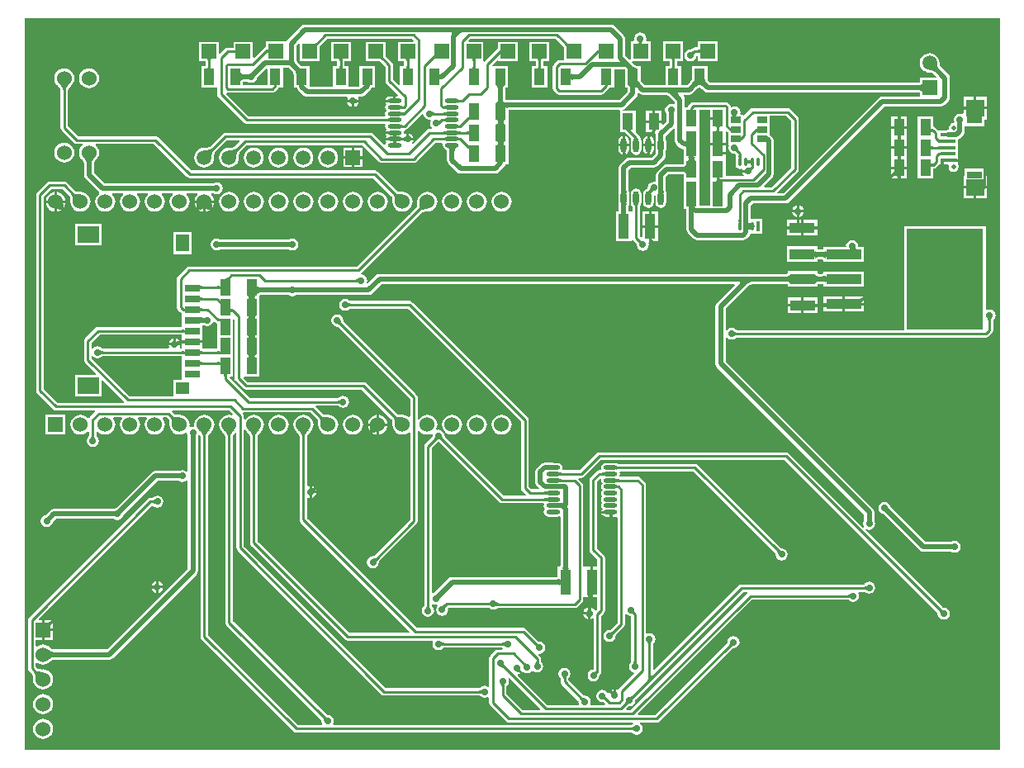
<source format=gbl>
G04*
G04 #@! TF.GenerationSoftware,Altium Limited,Altium Designer,18.1.7 (191)*
G04*
G04 Layer_Physical_Order=2*
G04 Layer_Color=16711680*
%FSLAX25Y25*%
%MOIN*%
G70*
G01*
G75*
%ADD13C,0.01000*%
%ADD18C,0.02000*%
%ADD25R,0.04331X0.10236*%
%ADD26O,0.05512X0.01772*%
%ADD28R,0.04331X0.06693*%
%ADD30R,0.10236X0.04331*%
%ADD31R,0.06000X0.06000*%
%ADD34O,0.02362X0.05709*%
%ADD38R,0.05906X0.05906*%
%ADD67C,0.06000*%
%ADD68C,0.05906*%
%ADD69R,0.05906X0.05906*%
%ADD70R,0.05906X0.03150*%
%ADD71C,0.01968*%
%ADD72R,0.06000X0.06000*%
%ADD73C,0.02500*%
%ADD74C,0.05000*%
%ADD75C,0.02800*%
%ADD76R,0.06299X0.02756*%
%ADD77R,0.08661X0.06693*%
%ADD78R,0.05512X0.07087*%
%ADD79R,0.05512X0.04724*%
%ADD80O,0.01200X0.03900*%
%ADD81R,0.01200X0.03900*%
%ADD82R,0.03937X0.02559*%
%ADD83R,0.14370X0.03937*%
%ADD84R,0.31102X0.40945*%
%ADD85R,0.06102X0.01575*%
%ADD86R,0.07480X0.07087*%
G36*
X393701D02*
X0D01*
Y295276D01*
X393701D01*
Y0D01*
D02*
G37*
%LPC*%
G36*
X175700Y292739D02*
X175700Y292739D01*
X113300D01*
X113300Y292739D01*
X112520Y292584D01*
X111858Y292142D01*
X106258Y286542D01*
X105816Y285880D01*
X105791Y285755D01*
X105291Y285805D01*
Y285954D01*
X97386D01*
Y283508D01*
X96916Y283414D01*
X96420Y283083D01*
X92733Y279395D01*
X92271Y279587D01*
Y285754D01*
X84365D01*
Y283331D01*
X82000D01*
X81415Y283214D01*
X80919Y282883D01*
X78953Y280917D01*
X78491Y281108D01*
Y285754D01*
X70586D01*
Y277849D01*
X73009D01*
Y275948D01*
X71329D01*
Y267255D01*
X77659D01*
X77871Y266842D01*
Y264700D01*
X77987Y264115D01*
X78319Y263619D01*
X88858Y253079D01*
X89354Y252747D01*
X89940Y252631D01*
X145404D01*
X145722Y252131D01*
X145617Y251601D01*
X145764Y250865D01*
X146127Y250322D01*
X145764Y249778D01*
X145717Y249542D01*
X149410D01*
Y248542D01*
X145717D01*
X145764Y248306D01*
X146127Y247763D01*
X145764Y247219D01*
X145717Y246983D01*
X149410D01*
Y245983D01*
X145717D01*
X145764Y245747D01*
X146127Y245204D01*
X145764Y244660D01*
X145697Y244327D01*
X145155Y244162D01*
X140702Y248615D01*
X140206Y248947D01*
X139620Y249063D01*
X81077D01*
X80492Y248947D01*
X79996Y248615D01*
X74798Y243418D01*
X74723Y243369D01*
X74603Y243309D01*
X74442Y243248D01*
X74240Y243191D01*
X73999Y243141D01*
X73731Y243103D01*
X73040Y243056D01*
X72731Y243054D01*
X72624Y243068D01*
X71592Y242932D01*
X70631Y242533D01*
X69805Y241900D01*
X69172Y241074D01*
X68773Y240113D01*
X68637Y239081D01*
X68773Y238049D01*
X69172Y237087D01*
X69805Y236262D01*
X70631Y235628D01*
X71592Y235230D01*
X72624Y235094D01*
X73656Y235230D01*
X74618Y235628D01*
X75443Y236262D01*
X76077Y237087D01*
X76475Y238049D01*
X76611Y239081D01*
X76597Y239188D01*
X76599Y239496D01*
X76646Y240188D01*
X76685Y240456D01*
X76735Y240697D01*
X76792Y240898D01*
X76852Y241059D01*
X76912Y241180D01*
X76961Y241255D01*
X81710Y246004D01*
X86731D01*
X86923Y245542D01*
X84798Y243418D01*
X84723Y243369D01*
X84602Y243309D01*
X84442Y243248D01*
X84240Y243191D01*
X83999Y243141D01*
X83731Y243103D01*
X83039Y243056D01*
X82731Y243054D01*
X82624Y243068D01*
X81592Y242932D01*
X80631Y242533D01*
X79805Y241900D01*
X79172Y241074D01*
X78773Y240113D01*
X78637Y239081D01*
X78773Y238049D01*
X79172Y237087D01*
X79805Y236262D01*
X80631Y235628D01*
X81592Y235230D01*
X82624Y235094D01*
X83656Y235230D01*
X84618Y235628D01*
X85443Y236262D01*
X86077Y237087D01*
X86475Y238049D01*
X86611Y239081D01*
X86597Y239188D01*
X86599Y239496D01*
X86646Y240188D01*
X86685Y240456D01*
X86735Y240697D01*
X86792Y240898D01*
X86852Y241059D01*
X86912Y241180D01*
X86961Y241255D01*
X89710Y244004D01*
X136533D01*
X143219Y237319D01*
X143715Y236987D01*
X144300Y236871D01*
X157100D01*
X157685Y236987D01*
X158181Y237319D01*
X165817Y244954D01*
X168633D01*
X168951Y244454D01*
X168846Y243924D01*
X168992Y243188D01*
X169409Y242565D01*
X170033Y242148D01*
X170453Y242064D01*
X170470Y242021D01*
X170512Y241863D01*
X170548Y241642D01*
X170561Y241489D01*
Y238000D01*
X170716Y237220D01*
X171158Y236558D01*
X174558Y233158D01*
X175220Y232716D01*
X176000Y232561D01*
X176000Y232561D01*
X190000D01*
X190780Y232716D01*
X191442Y233158D01*
X193696Y235412D01*
X194138Y236074D01*
X194150Y236134D01*
X195420D01*
Y244734D01*
Y253334D01*
Y258160D01*
X195447Y258172D01*
X195599Y258212D01*
X195813Y258248D01*
X195962Y258261D01*
X240183D01*
X240344Y257827D01*
X240344Y257761D01*
Y249134D01*
X242369D01*
X242385Y249131D01*
X242439Y249113D01*
X242520Y249076D01*
X242625Y249017D01*
X242751Y248935D01*
X242885Y248836D01*
X243177Y248584D01*
X245013Y246748D01*
X244870Y246534D01*
X244700Y245683D01*
Y242336D01*
X244870Y241485D01*
X245352Y240764D01*
X246073Y240282D01*
X246924Y240112D01*
X247775Y240282D01*
X248497Y240764D01*
X248979Y241485D01*
X249148Y242336D01*
Y245683D01*
X248979Y246534D01*
X248497Y247255D01*
X248389Y247327D01*
X248337Y247585D01*
X248006Y248081D01*
X246674Y249412D01*
Y257827D01*
X241384D01*
X241335Y258327D01*
X241780Y258416D01*
X242442Y258858D01*
X246942Y263358D01*
X247384Y264020D01*
X247539Y264800D01*
Y264924D01*
X248001Y265115D01*
X248158Y264958D01*
X248820Y264516D01*
X249600Y264361D01*
X258573D01*
X258810Y264335D01*
X259102Y264279D01*
X259381Y264202D01*
X259649Y264104D01*
X259908Y263983D01*
X260160Y263841D01*
X260405Y263674D01*
X260592Y263525D01*
X262561Y261555D01*
Y260641D01*
X262120Y260405D01*
X262036Y260461D01*
X261100Y260647D01*
X260164Y260461D01*
X259370Y259930D01*
X258839Y259136D01*
X258653Y258200D01*
X258839Y257264D01*
X259061Y256932D01*
Y253621D01*
X257767Y252326D01*
X257305Y252518D01*
Y252981D01*
X254639D01*
Y249083D01*
X254914Y248748D01*
X254885Y248600D01*
Y246557D01*
X254870Y246534D01*
X254700Y245683D01*
Y242336D01*
X254870Y241485D01*
X254885Y241462D01*
Y240769D01*
X253155Y239039D01*
X244000D01*
X243220Y238884D01*
X242558Y238442D01*
X242558Y238442D01*
X240482Y236366D01*
X240040Y235705D01*
X239885Y234924D01*
Y225831D01*
X239871Y225334D01*
X239842Y224993D01*
X239830Y224903D01*
X239823Y224870D01*
X239813Y224838D01*
X239802Y224735D01*
X239700Y224226D01*
Y220879D01*
X239796Y220401D01*
X239885Y218913D01*
Y217399D01*
X238744D01*
Y205163D01*
X245075D01*
Y205813D01*
X245096Y205821D01*
X245574Y205896D01*
X245843Y205494D01*
X247111Y204226D01*
X247130Y204198D01*
X247147Y204167D01*
X247160Y204137D01*
X247170Y204108D01*
X247177Y204076D01*
X247183Y204039D01*
X247185Y203996D01*
X247184Y203958D01*
X247153Y203800D01*
X247339Y202864D01*
X247870Y202070D01*
X248664Y201539D01*
X249600Y201353D01*
X250536Y201539D01*
X251330Y202070D01*
X251861Y202864D01*
X252047Y203800D01*
X251875Y204663D01*
X252039Y205054D01*
Y206000D01*
D01*
D01*
Y210781D01*
X249374D01*
Y206996D01*
X248874Y206789D01*
X248454Y207209D01*
Y219148D01*
X248460Y219255D01*
X248463Y219285D01*
X248497Y219307D01*
X248979Y220028D01*
X249148Y220879D01*
Y224226D01*
X248979Y225077D01*
X248497Y225798D01*
X247775Y226280D01*
X246924Y226450D01*
X246073Y226280D01*
X245352Y225798D01*
X244870Y225077D01*
X244700Y224226D01*
Y220879D01*
X244870Y220028D01*
X245352Y219307D01*
X245380Y219288D01*
X245395Y219111D01*
Y217766D01*
X245075Y217399D01*
X244895Y217399D01*
X243963D01*
Y219274D01*
X243977Y219771D01*
X244006Y220112D01*
X244019Y220202D01*
X244025Y220235D01*
X244035Y220267D01*
X244047Y220371D01*
X244148Y220879D01*
Y224226D01*
X244053Y224705D01*
X243963Y226192D01*
Y234080D01*
X244845Y234961D01*
X254000D01*
X254780Y235116D01*
X255442Y235558D01*
X258366Y238482D01*
X258808Y239144D01*
X258963Y239924D01*
Y241462D01*
X258979Y241485D01*
X259148Y242336D01*
Y245683D01*
X258979Y246534D01*
X258963Y246557D01*
Y247755D01*
X262061Y250853D01*
X262561Y250646D01*
Y245881D01*
X262716Y245101D01*
X263158Y244439D01*
X264558Y243039D01*
X265220Y242597D01*
X266000Y242442D01*
X266144D01*
Y238363D01*
Y236442D01*
X266109Y236428D01*
X265959Y236387D01*
X265747Y236352D01*
X265600Y236339D01*
X259224D01*
X258444Y236184D01*
X257782Y235742D01*
X255482Y233442D01*
X255040Y232780D01*
X254885Y232000D01*
Y229465D01*
X254499Y229148D01*
X254000Y229247D01*
X253064Y229061D01*
X252270Y228530D01*
X251739Y227736D01*
X251553Y226800D01*
X251564Y226744D01*
X251267Y226319D01*
X251073Y226280D01*
X250352Y225798D01*
X249870Y225077D01*
X249700Y224226D01*
Y220879D01*
X249870Y220028D01*
X250352Y219307D01*
X251073Y218825D01*
X251924Y218655D01*
X252775Y218825D01*
X253497Y219307D01*
X253979Y220028D01*
X254148Y220879D01*
Y223828D01*
X254200Y223850D01*
X254700Y223516D01*
Y220879D01*
X254870Y220028D01*
X255352Y219307D01*
X256073Y218825D01*
X256924Y218655D01*
X257775Y218825D01*
X258497Y219307D01*
X258979Y220028D01*
X259148Y220879D01*
Y224226D01*
X259053Y224705D01*
X258963Y226192D01*
Y231155D01*
X260069Y232261D01*
X265600D01*
X265747Y232248D01*
X265959Y232212D01*
X266109Y232172D01*
X266144Y232158D01*
Y229935D01*
Y218163D01*
X267270D01*
Y210000D01*
X267425Y209220D01*
X267867Y208558D01*
X270167Y206258D01*
X270829Y205816D01*
X271609Y205661D01*
X290000D01*
X290780Y205816D01*
X291442Y206258D01*
X292666Y207482D01*
X293108Y208144D01*
X293112Y208161D01*
X293527Y208439D01*
X293724Y208400D01*
X294124Y208479D01*
X294624Y208431D01*
X294624Y208431D01*
X294624Y208431D01*
X297824D01*
Y214331D01*
X294624D01*
X294624Y214331D01*
X294124Y214283D01*
X293724Y214362D01*
X293650Y214348D01*
X293263Y214665D01*
Y219779D01*
X294045Y220561D01*
X307236D01*
X307237Y220561D01*
X307239Y220561D01*
X307628Y220639D01*
X308016Y220716D01*
X308017Y220717D01*
X308019Y220717D01*
X308347Y220937D01*
X308677Y221158D01*
X308678Y221160D01*
X308680Y221161D01*
X347014Y259624D01*
X369911Y259663D01*
X370691Y259819D01*
X371352Y260262D01*
X373028Y261943D01*
X373247Y262274D01*
X373467Y262602D01*
X373467Y262604D01*
X373468Y262606D01*
X373546Y262996D01*
X373622Y263383D01*
Y271088D01*
X373467Y271868D01*
X373025Y272530D01*
X369863Y275693D01*
X369806Y275765D01*
X369705Y275917D01*
X369619Y276074D01*
X369547Y276238D01*
X369487Y276412D01*
X369440Y276595D01*
X369407Y276791D01*
X369387Y277000D01*
X369383Y277166D01*
X369395Y277263D01*
X369260Y278295D01*
X368861Y279256D01*
X368228Y280082D01*
X367402Y280715D01*
X366441Y281114D01*
X365409Y281250D01*
X364377Y281114D01*
X363415Y280715D01*
X362590Y280082D01*
X361956Y279256D01*
X361558Y278295D01*
X361422Y277263D01*
X361558Y276231D01*
X361956Y275269D01*
X362590Y274444D01*
X363415Y273810D01*
X364377Y273412D01*
X365409Y273276D01*
X365506Y273289D01*
X365671Y273285D01*
X365880Y273265D01*
X366076Y273231D01*
X366260Y273184D01*
X366433Y273125D01*
X366597Y273052D01*
X366755Y272966D01*
X366906Y272866D01*
X366979Y272809D01*
X368110Y271677D01*
X367919Y271216D01*
X361456D01*
Y269402D01*
X361431Y269391D01*
X361278Y269351D01*
X361064Y269315D01*
X360915Y269302D01*
X276682D01*
X276342Y269641D01*
X275976Y270055D01*
X275807Y270274D01*
X275690Y270449D01*
Y275948D01*
X269359D01*
Y271330D01*
X269353Y271307D01*
X269359Y271264D01*
Y270489D01*
X269319Y270419D01*
X269148Y270172D01*
X268668Y269603D01*
X267504Y268439D01*
X265059D01*
Y275948D01*
X263424D01*
Y278048D01*
X265891D01*
Y285954D01*
X257986D01*
Y278048D01*
X260365D01*
Y275948D01*
X258729D01*
Y268439D01*
X250445D01*
X249464Y269420D01*
X249131Y269778D01*
X248892Y270076D01*
X248711Y270336D01*
X248690Y270373D01*
Y274843D01*
X248694Y274861D01*
X248690Y274898D01*
X248697Y274936D01*
X248690Y274974D01*
Y275948D01*
X247770D01*
X247753Y275953D01*
X247534Y275969D01*
X247358Y276006D01*
X247145Y276077D01*
X246900Y276188D01*
X246623Y276341D01*
X246320Y276538D01*
X246001Y276773D01*
X245365Y277319D01*
X245135Y277549D01*
X245342Y278048D01*
X252671D01*
Y285954D01*
X251276D01*
X250919Y286454D01*
X251047Y287100D01*
X250861Y288036D01*
X250330Y288830D01*
X249536Y289361D01*
X248600Y289547D01*
X247664Y289361D01*
X246870Y288830D01*
X246339Y288036D01*
X246153Y287100D01*
X246282Y286454D01*
X245924Y285954D01*
X244765D01*
Y278626D01*
X244265Y278419D01*
X242539Y280145D01*
Y286900D01*
X242384Y287680D01*
X241942Y288342D01*
X238142Y292142D01*
X237480Y292584D01*
X236700Y292739D01*
X175700D01*
X175700Y292739D01*
D02*
G37*
G36*
X279671Y285954D02*
X271765D01*
Y283531D01*
X270601D01*
X270016Y283414D01*
X269520Y283083D01*
X269255Y282818D01*
X269222Y282796D01*
X269186Y282775D01*
X269150Y282759D01*
X269114Y282746D01*
X269074Y282735D01*
X269030Y282727D01*
X269012Y282725D01*
X268900Y282747D01*
X267964Y282561D01*
X267170Y282030D01*
X266639Y281236D01*
X266453Y280300D01*
X266639Y279364D01*
X267170Y278570D01*
X267964Y278039D01*
X268900Y277853D01*
X269836Y278039D01*
X270630Y278570D01*
X271161Y279364D01*
X271265Y279888D01*
X271765Y279839D01*
Y278048D01*
X279671D01*
Y285954D01*
D02*
G37*
G36*
X26124Y275115D02*
X25080Y274978D01*
X24107Y274575D01*
X23271Y273934D01*
X22630Y273098D01*
X22227Y272125D01*
X22090Y271081D01*
X22227Y270037D01*
X22630Y269063D01*
X23271Y268228D01*
X24107Y267587D01*
X25080Y267184D01*
X26124Y267046D01*
X27168Y267184D01*
X28141Y267587D01*
X28977Y268228D01*
X29618Y269063D01*
X30021Y270037D01*
X30159Y271081D01*
X30021Y272125D01*
X29618Y273098D01*
X28977Y273934D01*
X28141Y274575D01*
X27168Y274978D01*
X26124Y275115D01*
D02*
G37*
G36*
X388491Y263528D02*
X384251D01*
Y259485D01*
X388491D01*
Y263528D01*
D02*
G37*
G36*
X383251D02*
X379011D01*
Y259485D01*
X379023D01*
D01*
X379215Y259490D01*
X379387Y259505D01*
X379539Y259530D01*
X379671Y259565D01*
X379782Y259610D01*
X379873Y259665D01*
X379944Y259730D01*
X379994Y259805D01*
X380025Y259890D01*
X380035Y259985D01*
Y259485D01*
X383251D01*
Y263528D01*
D02*
G37*
G36*
X388491Y258485D02*
X383751D01*
X380035D01*
Y257985D01*
X380025Y258080D01*
X379994Y258165D01*
X379944Y258240D01*
X379873Y258305D01*
X379782Y258360D01*
X379671Y258405D01*
X379539Y258440D01*
X379387Y258465D01*
X379215Y258480D01*
X379023Y258485D01*
X379011D01*
Y256818D01*
X378599Y256562D01*
X378511Y256566D01*
X377600Y256747D01*
X376664Y256561D01*
X375870Y256030D01*
X375339Y255236D01*
X375153Y254300D01*
X375339Y253364D01*
X375303Y253302D01*
X375031Y252925D01*
X374315Y252783D01*
X373659Y252344D01*
X373220Y251688D01*
X373066Y250914D01*
X373123Y250629D01*
X372708Y250154D01*
X372144Y250042D01*
X371999Y249945D01*
X368972D01*
X368881Y250081D01*
X367881Y251081D01*
X367385Y251413D01*
X366866Y251516D01*
Y255545D01*
X360535D01*
Y246852D01*
Y238693D01*
Y230493D01*
X366866D01*
Y234584D01*
X367385Y234687D01*
X367881Y235019D01*
X368997Y236134D01*
X372795D01*
X373160Y235634D01*
X373066Y235166D01*
X373220Y234392D01*
X373659Y233735D01*
X374315Y233297D01*
X375090Y233143D01*
X375864Y233297D01*
X376520Y233735D01*
X376959Y234392D01*
X377113Y235166D01*
X377016Y235651D01*
X376975Y236134D01*
X376975Y236134D01*
X376975Y236134D01*
Y237422D01*
X376963D01*
D01*
X376773Y237419D01*
X376453Y237397D01*
X376323Y237378D01*
X376213Y237353D01*
X376123Y237323D01*
X376053Y237287D01*
X376003Y237245D01*
X375973Y237199D01*
X375963Y237146D01*
Y237422D01*
X372924D01*
Y238422D01*
X375963D01*
Y238697D01*
X375973Y238645D01*
X376003Y238598D01*
X376053Y238557D01*
X376123Y238521D01*
X376213Y238491D01*
X376323Y238466D01*
X376453Y238447D01*
X376603Y238433D01*
X376963Y238422D01*
X376975D01*
Y238693D01*
Y241252D01*
Y243811D01*
Y246404D01*
X377442Y246716D01*
X379042Y248316D01*
X379484Y248978D01*
X379639Y249758D01*
Y251587D01*
X387507D01*
Y254441D01*
X388491D01*
Y258485D01*
D02*
G37*
G36*
X257305Y257827D02*
X254639D01*
Y253981D01*
X257305D01*
Y257827D01*
D02*
G37*
G36*
X253639D02*
X250974D01*
Y253981D01*
X253639D01*
Y257827D01*
D02*
G37*
G36*
X356236Y255545D02*
X353571D01*
Y255533D01*
D01*
X353576Y255341D01*
X353591Y255169D01*
X353616Y255017D01*
X353651Y254886D01*
X353696Y254774D01*
X353751Y254683D01*
X353816Y254612D01*
X353891Y254562D01*
X353976Y254531D01*
X354071Y254521D01*
X353571D01*
Y251699D01*
X356236D01*
Y255545D01*
D02*
G37*
G36*
X352571D02*
X349905D01*
Y251699D01*
X352571D01*
Y254521D01*
X352071D01*
X352166Y254531D01*
X352251Y254562D01*
X352326Y254612D01*
X352391Y254683D01*
X352446Y254774D01*
X352491Y254886D01*
X352526Y255017D01*
X352551Y255169D01*
X352566Y255341D01*
X352571Y255533D01*
Y255545D01*
D02*
G37*
G36*
X253639Y252981D02*
X250974D01*
Y249134D01*
X253639D01*
Y252981D01*
D02*
G37*
G36*
X252424Y247807D02*
Y247600D01*
D01*
X252427Y247406D01*
X252461Y246947D01*
X252482Y246835D01*
X252507Y246743D01*
X252537Y246672D01*
X252572Y246621D01*
X252611Y246590D01*
X252655Y246580D01*
X252424D01*
Y244509D01*
X254148D01*
Y245683D01*
X253979Y246534D01*
X253497Y247255D01*
X252775Y247737D01*
X252424Y247807D01*
D02*
G37*
G36*
X242424D02*
Y244509D01*
X244148D01*
Y245683D01*
X243979Y246534D01*
X243497Y247255D01*
X242775Y247737D01*
X242424Y247807D01*
D02*
G37*
G36*
X251424D02*
X251073Y247737D01*
X250352Y247255D01*
X249870Y246534D01*
X249700Y245683D01*
Y244509D01*
X251424D01*
Y246580D01*
X251193D01*
X251237Y246590D01*
X251276Y246621D01*
X251311Y246672D01*
X251341Y246743D01*
X251366Y246835D01*
X251387Y246947D01*
X251403Y247080D01*
X251422Y247406D01*
X251424Y247600D01*
Y247807D01*
D02*
G37*
G36*
X241424D02*
X241073Y247737D01*
X240352Y247255D01*
X239870Y246534D01*
X239700Y245683D01*
Y244509D01*
X241424D01*
Y247807D01*
D02*
G37*
G36*
X356236Y250699D02*
X353071D01*
X349905D01*
Y246852D01*
Y243540D01*
X353071D01*
X356236D01*
Y246852D01*
Y250699D01*
D02*
G37*
G36*
X244148Y243509D02*
X242424D01*
Y241883D01*
X242431Y241686D01*
X242453Y241495D01*
X242488Y241309D01*
X242537Y241130D01*
X242601Y240956D01*
X242679Y240788D01*
X242771Y240626D01*
X242877Y240470D01*
X242940Y240392D01*
X243497Y240764D01*
X243979Y241485D01*
X244148Y242336D01*
Y243509D01*
D02*
G37*
G36*
X254148D02*
X252424D01*
Y240212D01*
X252775Y240282D01*
X253497Y240764D01*
X253979Y241485D01*
X254148Y242336D01*
Y243509D01*
D02*
G37*
G36*
X251424D02*
X249700D01*
Y242336D01*
X249870Y241485D01*
X250352Y240764D01*
X251073Y240282D01*
X251424Y240212D01*
Y243509D01*
D02*
G37*
G36*
X241424D02*
X239700D01*
Y242336D01*
X239870Y241485D01*
X240352Y240764D01*
X241073Y240282D01*
X241424Y240212D01*
Y240676D01*
D01*
D01*
Y243509D01*
D02*
G37*
G36*
X136577Y243034D02*
X133124D01*
Y239581D01*
X135553D01*
Y240081D01*
X135563Y239986D01*
X135593Y239901D01*
X135644Y239826D01*
X135715Y239761D01*
X135806Y239706D01*
X135917Y239661D01*
X136049Y239626D01*
X136201Y239601D01*
X136373Y239586D01*
X136565Y239581D01*
X136577D01*
Y243034D01*
D02*
G37*
G36*
X132124D02*
X128672D01*
Y239581D01*
X132124D01*
Y243034D01*
D02*
G37*
G36*
X136577Y238581D02*
X136565D01*
D01*
X136373Y238576D01*
X136201Y238561D01*
X136049Y238536D01*
X135917Y238501D01*
X135806Y238456D01*
X135715Y238401D01*
X135644Y238336D01*
X135593Y238261D01*
X135563Y238176D01*
X135553Y238081D01*
Y238581D01*
X133124D01*
Y235128D01*
X136577D01*
Y238581D01*
D02*
G37*
G36*
X16124Y245115D02*
X15080Y244978D01*
X14107Y244575D01*
X13271Y243934D01*
X12630Y243098D01*
X12227Y242125D01*
X12090Y241081D01*
X12227Y240037D01*
X12630Y239064D01*
X13271Y238228D01*
X14107Y237587D01*
X15080Y237184D01*
X16124Y237046D01*
X17168Y237184D01*
X18142Y237587D01*
X18977Y238228D01*
X19618Y239064D01*
X20021Y240037D01*
X20159Y241081D01*
X20021Y242125D01*
X19618Y243098D01*
X18977Y243934D01*
X18142Y244575D01*
X17168Y244978D01*
X16124Y245115D01*
D02*
G37*
G36*
X356236Y242540D02*
X353071D01*
X349905D01*
Y238693D01*
Y235340D01*
X353071D01*
X356236D01*
Y238693D01*
Y242540D01*
D02*
G37*
G36*
X132124Y238581D02*
X128672D01*
Y235128D01*
X132124D01*
Y238581D01*
D02*
G37*
G36*
X122624Y243068D02*
X121592Y242932D01*
X120631Y242533D01*
X119805Y241900D01*
X119172Y241074D01*
X118773Y240113D01*
X118637Y239081D01*
X118773Y238049D01*
X119172Y237087D01*
X119805Y236262D01*
X120631Y235628D01*
X121592Y235230D01*
X122624Y235094D01*
X123656Y235230D01*
X124618Y235628D01*
X125443Y236262D01*
X126077Y237087D01*
X126475Y238049D01*
X126611Y239081D01*
X126475Y240113D01*
X126077Y241074D01*
X125443Y241900D01*
X124618Y242533D01*
X123656Y242932D01*
X122624Y243068D01*
D02*
G37*
G36*
X112624D02*
X111592Y242932D01*
X110631Y242533D01*
X109805Y241900D01*
X109171Y241074D01*
X108773Y240113D01*
X108637Y239081D01*
X108773Y238049D01*
X109171Y237087D01*
X109805Y236262D01*
X110631Y235628D01*
X111592Y235230D01*
X112624Y235094D01*
X113656Y235230D01*
X114618Y235628D01*
X115443Y236262D01*
X116077Y237087D01*
X116475Y238049D01*
X116611Y239081D01*
X116475Y240113D01*
X116077Y241074D01*
X115443Y241900D01*
X114618Y242533D01*
X113656Y242932D01*
X112624Y243068D01*
D02*
G37*
G36*
X102624D02*
X101592Y242932D01*
X100631Y242533D01*
X99805Y241900D01*
X99172Y241074D01*
X98773Y240113D01*
X98637Y239081D01*
X98773Y238049D01*
X99172Y237087D01*
X99805Y236262D01*
X100631Y235628D01*
X101592Y235230D01*
X102624Y235094D01*
X103656Y235230D01*
X104618Y235628D01*
X105443Y236262D01*
X106077Y237087D01*
X106475Y238049D01*
X106611Y239081D01*
X106475Y240113D01*
X106077Y241074D01*
X105443Y241900D01*
X104618Y242533D01*
X103656Y242932D01*
X102624Y243068D01*
D02*
G37*
G36*
X92624D02*
X91592Y242932D01*
X90631Y242533D01*
X89805Y241900D01*
X89171Y241074D01*
X88773Y240113D01*
X88637Y239081D01*
X88773Y238049D01*
X89171Y237087D01*
X89805Y236262D01*
X90631Y235628D01*
X91592Y235230D01*
X92624Y235094D01*
X93656Y235230D01*
X94618Y235628D01*
X95443Y236262D01*
X96077Y237087D01*
X96475Y238049D01*
X96611Y239081D01*
X96475Y240113D01*
X96077Y241074D01*
X95443Y241900D01*
X94618Y242533D01*
X93656Y242932D01*
X92624Y243068D01*
D02*
G37*
G36*
X356236Y234340D02*
X353571D01*
Y231517D01*
X354071D01*
X353976Y231507D01*
X353891Y231477D01*
X353816Y231426D01*
X353751Y231355D01*
X353696Y231264D01*
X353651Y231153D01*
X353616Y231021D01*
X353591Y230870D01*
X353576Y230698D01*
X353571Y230505D01*
Y230493D01*
X356236D01*
Y234340D01*
D02*
G37*
G36*
X352571D02*
X349905D01*
Y230493D01*
X352571D01*
Y230505D01*
D01*
X352566Y230698D01*
X352551Y230870D01*
X352526Y231021D01*
X352491Y231153D01*
X352446Y231264D01*
X352391Y231355D01*
X352326Y231426D01*
X352251Y231477D01*
X352166Y231507D01*
X352071Y231517D01*
X352571D01*
Y234340D01*
D02*
G37*
G36*
X387507Y234493D02*
X379602D01*
Y231638D01*
X379011D01*
Y227595D01*
X383751D01*
X388491D01*
Y231638D01*
X387507D01*
Y234493D01*
D02*
G37*
G36*
X388491Y226595D02*
X384251D01*
Y222552D01*
X388491D01*
Y226595D01*
D02*
G37*
G36*
X383251D02*
X379011D01*
Y222552D01*
X383251D01*
Y226595D01*
D02*
G37*
G36*
X13124Y225169D02*
Y221700D01*
X16593D01*
X16521Y222244D01*
X16118Y223217D01*
X15477Y224053D01*
X14641Y224694D01*
X13668Y225097D01*
X13124Y225169D01*
D02*
G37*
G36*
X12124D02*
X11580Y225097D01*
X10607Y224694D01*
X9771Y224053D01*
X9130Y223217D01*
X8727Y222244D01*
X8655Y221700D01*
X12124D01*
Y225169D01*
D02*
G37*
G36*
X16593Y220700D02*
X15630D01*
X15679Y219961D01*
X15728Y219618D01*
X15792Y219305D01*
X15872Y219022D01*
X15912Y218914D01*
X16118Y219183D01*
X16521Y220156D01*
X16593Y220700D01*
D02*
G37*
G36*
X76593D02*
X75630D01*
X75679Y219961D01*
X75728Y219618D01*
X75792Y219305D01*
X75872Y219022D01*
X75912Y218914D01*
X76118Y219183D01*
X76521Y220156D01*
X76593Y220700D01*
D02*
G37*
G36*
X69619D02*
X68656D01*
X68727Y220156D01*
X69130Y219183D01*
X69336Y218914D01*
X69377Y219022D01*
X69456Y219305D01*
X69520Y219618D01*
X69569Y219961D01*
X69619Y220700D01*
D02*
G37*
G36*
X15154D02*
X13124D01*
Y218670D01*
X15154Y220700D01*
D02*
G37*
G36*
X75154D02*
X73124D01*
Y218670D01*
X75154Y220700D01*
D02*
G37*
G36*
X72124D02*
X70094D01*
X72124Y218670D01*
Y220700D01*
D02*
G37*
G36*
X312800Y219748D02*
Y217900D01*
X314648D01*
X314561Y218336D01*
X314030Y219130D01*
X313236Y219661D01*
X312800Y219748D01*
D02*
G37*
G36*
X311800D02*
X311364Y219661D01*
X310570Y219130D01*
X310039Y218336D01*
X309952Y217900D01*
X311800D01*
Y219748D01*
D02*
G37*
G36*
X73124Y218195D02*
Y217231D01*
X73668Y217303D01*
X74642Y217706D01*
X74910Y217912D01*
X74803Y217952D01*
X74520Y218032D01*
X74207Y218096D01*
X73863Y218145D01*
X73124Y218195D01*
D02*
G37*
G36*
X13124D02*
Y217231D01*
X13668Y217303D01*
X14641Y217706D01*
X14910Y217912D01*
X14803Y217952D01*
X14520Y218032D01*
X14207Y218096D01*
X13863Y218145D01*
X13124Y218195D01*
D02*
G37*
G36*
X72124D02*
X71385Y218145D01*
X71042Y218096D01*
X70729Y218032D01*
X70446Y217952D01*
X70338Y217912D01*
X70607Y217706D01*
X71580Y217303D01*
X72124Y217231D01*
Y218195D01*
D02*
G37*
G36*
X12124Y220700D02*
X8655D01*
X8727Y220156D01*
X9130Y219183D01*
X9771Y218347D01*
X10607Y217706D01*
X11580Y217303D01*
X12124Y217231D01*
Y220700D01*
D02*
G37*
G36*
X192624Y225235D02*
X191580Y225097D01*
X190607Y224694D01*
X189771Y224053D01*
X189130Y223217D01*
X188727Y222244D01*
X188590Y221200D01*
X188727Y220156D01*
X189130Y219183D01*
X189771Y218347D01*
X190607Y217706D01*
X191580Y217303D01*
X192624Y217165D01*
X193668Y217303D01*
X194641Y217706D01*
X195477Y218347D01*
X196118Y219183D01*
X196521Y220156D01*
X196659Y221200D01*
X196521Y222244D01*
X196118Y223217D01*
X195477Y224053D01*
X194641Y224694D01*
X193668Y225097D01*
X192624Y225235D01*
D02*
G37*
G36*
X182624D02*
X181580Y225097D01*
X180607Y224694D01*
X179771Y224053D01*
X179130Y223217D01*
X178727Y222244D01*
X178590Y221200D01*
X178727Y220156D01*
X179130Y219183D01*
X179771Y218347D01*
X180607Y217706D01*
X181580Y217303D01*
X182624Y217165D01*
X183668Y217303D01*
X184642Y217706D01*
X185477Y218347D01*
X186118Y219183D01*
X186521Y220156D01*
X186659Y221200D01*
X186521Y222244D01*
X186118Y223217D01*
X185477Y224053D01*
X184642Y224694D01*
X183668Y225097D01*
X182624Y225235D01*
D02*
G37*
G36*
X172624D02*
X171580Y225097D01*
X170607Y224694D01*
X169771Y224053D01*
X169130Y223217D01*
X168727Y222244D01*
X168590Y221200D01*
X168727Y220156D01*
X169130Y219183D01*
X169771Y218347D01*
X170607Y217706D01*
X171580Y217303D01*
X172624Y217165D01*
X173668Y217303D01*
X174642Y217706D01*
X175477Y218347D01*
X176118Y219183D01*
X176521Y220156D01*
X176659Y221200D01*
X176521Y222244D01*
X176118Y223217D01*
X175477Y224053D01*
X174642Y224694D01*
X173668Y225097D01*
X172624Y225235D01*
D02*
G37*
G36*
X16124Y275115D02*
X15080Y274978D01*
X14107Y274575D01*
X13271Y273934D01*
X12630Y273098D01*
X12227Y272125D01*
X12090Y271081D01*
X12227Y270037D01*
X12630Y269063D01*
X13271Y268228D01*
X13359Y268160D01*
X13581Y267936D01*
X14048Y267402D01*
X14214Y267180D01*
X14353Y266969D01*
X14458Y266782D01*
X14531Y266622D01*
X14575Y266491D01*
X14595Y266401D01*
Y251081D01*
X14711Y250496D01*
X15043Y249999D01*
X20024Y245019D01*
X20520Y244687D01*
X21105Y244571D01*
X23324D01*
X23484Y244097D01*
X23271Y243934D01*
X22630Y243098D01*
X22227Y242125D01*
X22090Y241081D01*
X22227Y240037D01*
X22630Y239064D01*
X23271Y238228D01*
X23351Y238166D01*
X23471Y238041D01*
X23611Y237872D01*
X23731Y237703D01*
X23832Y237535D01*
X23916Y237365D01*
X23983Y237193D01*
X24036Y237018D01*
X24073Y236837D01*
X24085Y236740D01*
Y232000D01*
X24240Y231220D01*
X24682Y230558D01*
X30082Y225158D01*
X30247Y225048D01*
X30267Y224433D01*
X29771Y224053D01*
X29130Y223217D01*
X28727Y222244D01*
X28590Y221200D01*
X28727Y220156D01*
X29130Y219183D01*
X29771Y218347D01*
X30607Y217706D01*
X31580Y217303D01*
X32624Y217165D01*
X33668Y217303D01*
X34642Y217706D01*
X35477Y218347D01*
X36118Y219183D01*
X36521Y220156D01*
X36659Y221200D01*
X36521Y222244D01*
X36118Y223217D01*
X35477Y224053D01*
X35432Y224087D01*
X35593Y224561D01*
X39656D01*
X39816Y224087D01*
X39771Y224053D01*
X39130Y223217D01*
X38727Y222244D01*
X38590Y221200D01*
X38727Y220156D01*
X39130Y219183D01*
X39771Y218347D01*
X40607Y217706D01*
X41580Y217303D01*
X42624Y217165D01*
X43668Y217303D01*
X44642Y217706D01*
X45477Y218347D01*
X46118Y219183D01*
X46521Y220156D01*
X46659Y221200D01*
X46521Y222244D01*
X46118Y223217D01*
X45477Y224053D01*
X45432Y224087D01*
X45593Y224561D01*
X49656D01*
X49816Y224087D01*
X49771Y224053D01*
X49130Y223217D01*
X48727Y222244D01*
X48590Y221200D01*
X48727Y220156D01*
X49130Y219183D01*
X49771Y218347D01*
X50607Y217706D01*
X51580Y217303D01*
X52624Y217165D01*
X53668Y217303D01*
X54641Y217706D01*
X55477Y218347D01*
X56118Y219183D01*
X56521Y220156D01*
X56659Y221200D01*
X56521Y222244D01*
X56118Y223217D01*
X55477Y224053D01*
X55432Y224087D01*
X55593Y224561D01*
X59656D01*
X59816Y224087D01*
X59771Y224053D01*
X59130Y223217D01*
X58727Y222244D01*
X58590Y221200D01*
X58727Y220156D01*
X59130Y219183D01*
X59771Y218347D01*
X60607Y217706D01*
X61580Y217303D01*
X62624Y217165D01*
X63668Y217303D01*
X64641Y217706D01*
X65477Y218347D01*
X66118Y219183D01*
X66521Y220156D01*
X66659Y221200D01*
X66521Y222244D01*
X66118Y223217D01*
X65477Y224053D01*
X65432Y224087D01*
X65593Y224561D01*
X69656D01*
X69816Y224087D01*
X69771Y224053D01*
X69130Y223217D01*
X68727Y222244D01*
X68656Y221700D01*
X72624D01*
X76593D01*
X76521Y222244D01*
X76118Y223217D01*
X75477Y224053D01*
X75432Y224087D01*
X75593Y224561D01*
X76332D01*
X76664Y224339D01*
X77600Y224153D01*
X78536Y224339D01*
X79330Y224870D01*
X79861Y225664D01*
X80047Y226600D01*
X79861Y227536D01*
X79330Y228330D01*
X78536Y228861D01*
X77600Y229047D01*
X76664Y228861D01*
X76332Y228639D01*
X32369D01*
X28163Y232845D01*
Y236740D01*
X28175Y236837D01*
X28213Y237018D01*
X28265Y237193D01*
X28332Y237365D01*
X28416Y237535D01*
X28517Y237704D01*
X28637Y237872D01*
X28777Y238041D01*
X28897Y238166D01*
X28977Y238228D01*
X29618Y239064D01*
X30021Y240037D01*
X30159Y241081D01*
X30021Y242125D01*
X29618Y243098D01*
X28977Y243934D01*
X28764Y244097D01*
X28925Y244571D01*
X52267D01*
X65609Y231228D01*
X66105Y230897D01*
X66690Y230780D01*
X140881D01*
X148233Y223428D01*
X148284Y223350D01*
X148345Y223227D01*
X148407Y223061D01*
X148465Y222855D01*
X148515Y222608D01*
X148554Y222333D01*
X148602Y221625D01*
X148604Y221310D01*
X148590Y221200D01*
X148727Y220156D01*
X149130Y219183D01*
X149771Y218347D01*
X150607Y217706D01*
X151580Y217303D01*
X152624Y217165D01*
X153668Y217303D01*
X154641Y217706D01*
X155477Y218347D01*
X156118Y219183D01*
X156521Y220156D01*
X156659Y221200D01*
X156521Y222244D01*
X156118Y223217D01*
X155477Y224053D01*
X154641Y224694D01*
X153668Y225097D01*
X152624Y225235D01*
X152514Y225220D01*
X152199Y225222D01*
X151491Y225270D01*
X151216Y225309D01*
X150969Y225360D01*
X150763Y225418D01*
X150598Y225479D01*
X150474Y225540D01*
X150396Y225591D01*
X142596Y233391D01*
X142100Y233723D01*
X141514Y233839D01*
X67324D01*
X53981Y247181D01*
X53485Y247513D01*
X52900Y247629D01*
X21738D01*
X17654Y251714D01*
Y266401D01*
X17673Y266491D01*
X17717Y266622D01*
X17790Y266782D01*
X17895Y266969D01*
X18034Y267180D01*
X18201Y267402D01*
X18668Y267936D01*
X18889Y268160D01*
X18977Y268228D01*
X19618Y269063D01*
X20021Y270037D01*
X20159Y271081D01*
X20021Y272125D01*
X19618Y273098D01*
X18977Y273934D01*
X18142Y274575D01*
X17168Y274978D01*
X16124Y275115D01*
D02*
G37*
G36*
X142624Y225235D02*
X141580Y225097D01*
X140607Y224694D01*
X139771Y224053D01*
X139130Y223217D01*
X138727Y222244D01*
X138590Y221200D01*
X138727Y220156D01*
X139130Y219183D01*
X139771Y218347D01*
X140607Y217706D01*
X141580Y217303D01*
X142624Y217165D01*
X143668Y217303D01*
X144641Y217706D01*
X145477Y218347D01*
X146118Y219183D01*
X146521Y220156D01*
X146659Y221200D01*
X146521Y222244D01*
X146118Y223217D01*
X145477Y224053D01*
X144641Y224694D01*
X143668Y225097D01*
X142624Y225235D01*
D02*
G37*
G36*
X132624D02*
X131580Y225097D01*
X130607Y224694D01*
X129771Y224053D01*
X129130Y223217D01*
X128727Y222244D01*
X128590Y221200D01*
X128727Y220156D01*
X129130Y219183D01*
X129771Y218347D01*
X130607Y217706D01*
X131580Y217303D01*
X132624Y217165D01*
X133668Y217303D01*
X134642Y217706D01*
X135477Y218347D01*
X136118Y219183D01*
X136521Y220156D01*
X136659Y221200D01*
X136521Y222244D01*
X136118Y223217D01*
X135477Y224053D01*
X134642Y224694D01*
X133668Y225097D01*
X132624Y225235D01*
D02*
G37*
G36*
X122624D02*
X121580Y225097D01*
X120607Y224694D01*
X119771Y224053D01*
X119130Y223217D01*
X118727Y222244D01*
X118590Y221200D01*
X118727Y220156D01*
X119130Y219183D01*
X119771Y218347D01*
X120607Y217706D01*
X121580Y217303D01*
X122624Y217165D01*
X123668Y217303D01*
X124642Y217706D01*
X125477Y218347D01*
X126118Y219183D01*
X126521Y220156D01*
X126659Y221200D01*
X126521Y222244D01*
X126118Y223217D01*
X125477Y224053D01*
X124642Y224694D01*
X123668Y225097D01*
X122624Y225235D01*
D02*
G37*
G36*
X112624D02*
X111580Y225097D01*
X110607Y224694D01*
X109771Y224053D01*
X109130Y223217D01*
X108727Y222244D01*
X108590Y221200D01*
X108727Y220156D01*
X109130Y219183D01*
X109771Y218347D01*
X110607Y217706D01*
X111580Y217303D01*
X112624Y217165D01*
X113668Y217303D01*
X114641Y217706D01*
X115477Y218347D01*
X116118Y219183D01*
X116521Y220156D01*
X116659Y221200D01*
X116521Y222244D01*
X116118Y223217D01*
X115477Y224053D01*
X114641Y224694D01*
X113668Y225097D01*
X112624Y225235D01*
D02*
G37*
G36*
X102624D02*
X101580Y225097D01*
X100607Y224694D01*
X99771Y224053D01*
X99130Y223217D01*
X98727Y222244D01*
X98590Y221200D01*
X98727Y220156D01*
X99130Y219183D01*
X99771Y218347D01*
X100607Y217706D01*
X101580Y217303D01*
X102624Y217165D01*
X103668Y217303D01*
X104641Y217706D01*
X105477Y218347D01*
X106118Y219183D01*
X106521Y220156D01*
X106659Y221200D01*
X106521Y222244D01*
X106118Y223217D01*
X105477Y224053D01*
X104641Y224694D01*
X103668Y225097D01*
X102624Y225235D01*
D02*
G37*
G36*
X92624D02*
X91580Y225097D01*
X90607Y224694D01*
X89771Y224053D01*
X89130Y223217D01*
X88727Y222244D01*
X88590Y221200D01*
X88727Y220156D01*
X89130Y219183D01*
X89771Y218347D01*
X90607Y217706D01*
X91580Y217303D01*
X92624Y217165D01*
X93668Y217303D01*
X94642Y217706D01*
X95477Y218347D01*
X96118Y219183D01*
X96521Y220156D01*
X96659Y221200D01*
X96521Y222244D01*
X96118Y223217D01*
X95477Y224053D01*
X94642Y224694D01*
X93668Y225097D01*
X92624Y225235D01*
D02*
G37*
G36*
X82624D02*
X81580Y225097D01*
X80607Y224694D01*
X79771Y224053D01*
X79130Y223217D01*
X78727Y222244D01*
X78590Y221200D01*
X78727Y220156D01*
X79130Y219183D01*
X79771Y218347D01*
X80607Y217706D01*
X81580Y217303D01*
X82624Y217165D01*
X83668Y217303D01*
X84641Y217706D01*
X85477Y218347D01*
X86118Y219183D01*
X86521Y220156D01*
X86659Y221200D01*
X86521Y222244D01*
X86118Y223217D01*
X85477Y224053D01*
X84641Y224694D01*
X83668Y225097D01*
X82624Y225235D01*
D02*
G37*
G36*
X16024Y229329D02*
X10100D01*
X9515Y229213D01*
X9019Y228881D01*
X5219Y225081D01*
X4887Y224585D01*
X4771Y224000D01*
Y144900D01*
X4887Y144315D01*
X5219Y143819D01*
X11619Y137419D01*
X12115Y137087D01*
X12700Y136971D01*
X28401D01*
X28608Y136471D01*
X26519Y134381D01*
X26210Y133919D01*
X26157Y133881D01*
X25662Y133811D01*
X25477Y134053D01*
X24642Y134694D01*
X23668Y135097D01*
X22624Y135234D01*
X21580Y135097D01*
X20607Y134694D01*
X19771Y134053D01*
X19130Y133217D01*
X18727Y132244D01*
X18590Y131200D01*
X18727Y130156D01*
X19130Y129183D01*
X19771Y128347D01*
X20607Y127706D01*
X21580Y127303D01*
X22624Y127165D01*
X23668Y127303D01*
X24642Y127706D01*
X25477Y128347D01*
X25597Y128504D01*
X26071Y128343D01*
Y126731D01*
X26063Y126693D01*
X26052Y126653D01*
X26039Y126616D01*
X26022Y126580D01*
X26002Y126545D01*
X25976Y126508D01*
X25964Y126494D01*
X25870Y126430D01*
X25339Y125636D01*
X25153Y124700D01*
X25339Y123764D01*
X25870Y122970D01*
X26664Y122439D01*
X27600Y122253D01*
X28536Y122439D01*
X29330Y122970D01*
X29861Y123764D01*
X30047Y124700D01*
X29861Y125636D01*
X29330Y126430D01*
X29236Y126494D01*
X29224Y126508D01*
X29198Y126545D01*
X29178Y126580D01*
X29162Y126616D01*
X29148Y126653D01*
X29137Y126693D01*
X29129Y126731D01*
Y128362D01*
X29629Y128532D01*
X29771Y128347D01*
X30607Y127706D01*
X31580Y127303D01*
X32624Y127165D01*
X33668Y127303D01*
X34642Y127706D01*
X35477Y128347D01*
X36118Y129183D01*
X36521Y130156D01*
X36659Y131200D01*
X36521Y132244D01*
X36118Y133217D01*
X35770Y133671D01*
X36017Y134171D01*
X39232D01*
X39478Y133671D01*
X39130Y133217D01*
X38727Y132244D01*
X38590Y131200D01*
X38727Y130156D01*
X39130Y129183D01*
X39771Y128347D01*
X40607Y127706D01*
X41580Y127303D01*
X42624Y127165D01*
X43668Y127303D01*
X44642Y127706D01*
X45477Y128347D01*
X46118Y129183D01*
X46521Y130156D01*
X46659Y131200D01*
X46521Y132244D01*
X46118Y133217D01*
X45770Y133671D01*
X46017Y134171D01*
X49231D01*
X49478Y133671D01*
X49130Y133217D01*
X48727Y132244D01*
X48590Y131200D01*
X48727Y130156D01*
X49130Y129183D01*
X49771Y128347D01*
X50607Y127706D01*
X51580Y127303D01*
X52624Y127165D01*
X53668Y127303D01*
X54641Y127706D01*
X55477Y128347D01*
X56118Y129183D01*
X56521Y130156D01*
X56659Y131200D01*
X56521Y132244D01*
X56118Y133217D01*
X55770Y133671D01*
X56017Y134171D01*
X57491D01*
X58233Y133428D01*
X58284Y133350D01*
X58345Y133227D01*
X58407Y133061D01*
X58464Y132855D01*
X58515Y132608D01*
X58554Y132333D01*
X58602Y131625D01*
X58604Y131310D01*
X58590Y131200D01*
X58727Y130156D01*
X59130Y129183D01*
X59771Y128347D01*
X60607Y127706D01*
X61580Y127303D01*
X62624Y127165D01*
X63668Y127303D01*
X64641Y127706D01*
X65074Y128038D01*
X65129Y128034D01*
X65592Y127805D01*
X65739Y127064D01*
X65961Y126732D01*
Y112336D01*
X65461Y112185D01*
X65430Y112230D01*
X64636Y112761D01*
X63700Y112947D01*
X62764Y112761D01*
X62432Y112539D01*
X52900D01*
X52120Y112384D01*
X51458Y111942D01*
X37032Y97516D01*
X36641Y97438D01*
X36309Y97216D01*
X11877D01*
X11877Y97216D01*
X11097Y97061D01*
X10435Y96619D01*
X10435Y96619D01*
X8455Y94639D01*
X8064Y94561D01*
X7270Y94030D01*
X6739Y93236D01*
X6553Y92300D01*
X6739Y91364D01*
X7270Y90570D01*
X8064Y90039D01*
X9000Y89853D01*
X9936Y90039D01*
X10730Y90570D01*
X11261Y91364D01*
X11339Y91755D01*
X12722Y93138D01*
X36309D01*
X36641Y92916D01*
X37577Y92730D01*
X38514Y92916D01*
X39307Y93447D01*
X39838Y94241D01*
X39916Y94632D01*
X53745Y108461D01*
X62432D01*
X62764Y108239D01*
X63700Y108053D01*
X64636Y108239D01*
X65430Y108770D01*
X65461Y108815D01*
X65961Y108664D01*
Y73045D01*
X33373Y40457D01*
X11857D01*
X11760Y40469D01*
X11579Y40507D01*
X11403Y40559D01*
X11231Y40626D01*
X11062Y40710D01*
X10893Y40811D01*
X10724Y40931D01*
X10555Y41071D01*
X10430Y41191D01*
X10368Y41271D01*
X9533Y41912D01*
X8560Y42315D01*
X7516Y42452D01*
X6471Y42315D01*
X5498Y41912D01*
X5029Y41552D01*
X4529Y41799D01*
Y44418D01*
X7016D01*
Y48418D01*
Y52418D01*
X5934D01*
X5743Y52880D01*
X51430Y98567D01*
X51944Y98486D01*
X51970Y98447D01*
X52764Y97916D01*
X53700Y97730D01*
X54636Y97916D01*
X55430Y98447D01*
X55961Y99241D01*
X56147Y100177D01*
X55961Y101114D01*
X55430Y101908D01*
X54636Y102438D01*
X53700Y102624D01*
X52764Y102438D01*
X51970Y101908D01*
X51907Y101813D01*
X51892Y101801D01*
X51855Y101776D01*
X51820Y101755D01*
X51784Y101739D01*
X51747Y101725D01*
X51707Y101714D01*
X51669Y101707D01*
X50877D01*
X50292Y101590D01*
X49796Y101259D01*
X1919Y53381D01*
X1587Y52885D01*
X1471Y52300D01*
Y32934D01*
X1587Y32348D01*
X1919Y31852D01*
X3125Y30646D01*
X3175Y30568D01*
X3236Y30445D01*
X3298Y30279D01*
X3356Y30073D01*
X3407Y29826D01*
X3446Y29551D01*
X3493Y28843D01*
X3496Y28528D01*
X3481Y28418D01*
X3619Y27374D01*
X4022Y26401D01*
X4663Y25565D01*
X5498Y24924D01*
X6471Y24521D01*
X7516Y24384D01*
X8560Y24521D01*
X9533Y24924D01*
X10368Y25565D01*
X11010Y26401D01*
X11413Y27374D01*
X11550Y28418D01*
X11413Y29462D01*
X11010Y30435D01*
X10368Y31271D01*
X9533Y31912D01*
X8560Y32315D01*
X7516Y32452D01*
X7406Y32438D01*
X7090Y32440D01*
X6383Y32488D01*
X6108Y32527D01*
X5861Y32578D01*
X5654Y32636D01*
X5489Y32697D01*
X5365Y32758D01*
X5288Y32809D01*
X4529Y33567D01*
Y35037D01*
X5029Y35284D01*
X5498Y34924D01*
X6471Y34521D01*
X7516Y34383D01*
X8560Y34521D01*
X9533Y34924D01*
X10368Y35565D01*
X10430Y35645D01*
X10555Y35765D01*
X10724Y35905D01*
X10893Y36025D01*
X11062Y36126D01*
X11231Y36210D01*
X11403Y36277D01*
X11579Y36329D01*
X11760Y36367D01*
X11857Y36379D01*
X34218D01*
X34998Y36534D01*
X35660Y36976D01*
X69442Y70758D01*
X69884Y71420D01*
X70039Y72200D01*
Y126732D01*
X70261Y127064D01*
X70262Y127069D01*
X70417Y127148D01*
X70793Y127179D01*
X70853Y127088D01*
X70958Y126901D01*
X71031Y126741D01*
X71075Y126611D01*
X71095Y126520D01*
Y45676D01*
X71211Y45090D01*
X71543Y44594D01*
X108719Y7419D01*
X109215Y7087D01*
X109800Y6971D01*
X245069D01*
X245107Y6963D01*
X245147Y6952D01*
X245184Y6938D01*
X245220Y6922D01*
X245255Y6902D01*
X245292Y6876D01*
X245306Y6864D01*
X245370Y6770D01*
X246164Y6239D01*
X247100Y6053D01*
X248036Y6239D01*
X248830Y6770D01*
X249361Y7564D01*
X249547Y8500D01*
X249361Y9436D01*
X248830Y10230D01*
X248498Y10452D01*
X248650Y10952D01*
X255282D01*
X255867Y11069D01*
X256363Y11400D01*
X285878Y40916D01*
X285911Y40937D01*
X285947Y40958D01*
X285982Y40974D01*
X286019Y40988D01*
X286059Y40998D01*
X286103Y41006D01*
X286121Y41008D01*
X286233Y40986D01*
X287169Y41172D01*
X287963Y41703D01*
X288494Y42497D01*
X288680Y43433D01*
X288494Y44369D01*
X287963Y45163D01*
X287169Y45694D01*
X286233Y45880D01*
X285297Y45694D01*
X284503Y45163D01*
X283972Y44369D01*
X283786Y43433D01*
X283808Y43321D01*
X283806Y43302D01*
X283798Y43259D01*
X283787Y43219D01*
X283774Y43183D01*
X283758Y43147D01*
X283737Y43110D01*
X283716Y43078D01*
X254648Y14011D01*
X247727D01*
X247536Y14473D01*
X293634Y60571D01*
X332469D01*
X332507Y60563D01*
X332547Y60552D01*
X332584Y60539D01*
X332620Y60522D01*
X332655Y60502D01*
X332692Y60476D01*
X332706Y60464D01*
X332770Y60370D01*
X333564Y59839D01*
X334500Y59653D01*
X335436Y59839D01*
X336230Y60370D01*
X336761Y61164D01*
X336947Y62100D01*
X336761Y63036D01*
X336632Y63230D01*
X336867Y63671D01*
X339084D01*
X339136Y63662D01*
X339193Y63649D01*
X339248Y63632D01*
X339303Y63611D01*
X339359Y63586D01*
X339415Y63555D01*
X339472Y63519D01*
X339556Y63459D01*
X339647Y63417D01*
X340064Y63139D01*
X341000Y62953D01*
X341936Y63139D01*
X342730Y63670D01*
X343261Y64464D01*
X343447Y65400D01*
X343261Y66336D01*
X342730Y67130D01*
X341936Y67661D01*
X341000Y67847D01*
X340064Y67661D01*
X339270Y67130D01*
X339115Y66898D01*
X339075Y66865D01*
X339024Y66801D01*
X339004Y66780D01*
X338988Y66766D01*
X338973Y66757D01*
X338959Y66749D01*
X338942Y66742D01*
X338919Y66734D01*
X338896Y66729D01*
X289400D01*
X288815Y66613D01*
X288319Y66281D01*
X254291Y32254D01*
X253829Y32446D01*
Y42569D01*
X253837Y42607D01*
X253848Y42647D01*
X253861Y42684D01*
X253878Y42720D01*
X253898Y42755D01*
X253924Y42792D01*
X253936Y42807D01*
X254030Y42870D01*
X254561Y43664D01*
X254747Y44600D01*
X254561Y45536D01*
X254030Y46330D01*
X253236Y46861D01*
X252300Y47047D01*
X251429Y46874D01*
X251176Y46961D01*
X250929Y47093D01*
Y106839D01*
X250813Y107424D01*
X250481Y107920D01*
X248581Y109820D01*
X248085Y110152D01*
X247500Y110268D01*
X240620D01*
X240302Y110768D01*
X240407Y111298D01*
X240302Y111827D01*
X240620Y112327D01*
X270010D01*
X303183Y79155D01*
X303204Y79123D01*
X303225Y79086D01*
X303241Y79050D01*
X303255Y79014D01*
X303265Y78974D01*
X303273Y78930D01*
X303275Y78912D01*
X303253Y78800D01*
X303439Y77864D01*
X303970Y77070D01*
X304764Y76539D01*
X305700Y76353D01*
X306636Y76539D01*
X307430Y77070D01*
X307961Y77864D01*
X308147Y78800D01*
X307961Y79736D01*
X307430Y80530D01*
X306636Y81061D01*
X305700Y81247D01*
X305588Y81225D01*
X305570Y81227D01*
X305526Y81235D01*
X305486Y81245D01*
X305450Y81259D01*
X305414Y81275D01*
X305378Y81296D01*
X305345Y81318D01*
X271725Y114938D01*
X271229Y115270D01*
X270643Y115386D01*
X239985D01*
X239819Y115399D01*
X239731Y115413D01*
X239645Y115430D01*
X239571Y115450D01*
X239510Y115471D01*
X239460Y115491D01*
X239422Y115511D01*
X239356Y115551D01*
X239329Y115560D01*
X239220Y115633D01*
X239023Y115673D01*
X238982Y115687D01*
X238954Y115686D01*
X238484Y115780D01*
X234744D01*
X234008Y115633D01*
X233384Y115216D01*
X232968Y114593D01*
X232821Y113857D01*
X232927Y113327D01*
X232608Y112827D01*
X232000D01*
X231415Y112711D01*
X230919Y112379D01*
X228519Y109979D01*
X228187Y109483D01*
X228071Y108898D01*
Y80700D01*
X228187Y80115D01*
X228519Y79619D01*
X231271Y76867D01*
Y73818D01*
X229500D01*
Y67700D01*
Y61582D01*
X231271D01*
Y56757D01*
X230701Y56188D01*
X230093Y56287D01*
X229730Y56830D01*
X228936Y57361D01*
X228500Y57448D01*
Y57248D01*
X228505Y57114D01*
X228519Y56985D01*
X228543Y56860D01*
X228577Y56739D01*
X228620Y56622D01*
X228673Y56509D01*
X228735Y56401D01*
X228807Y56296D01*
X228889Y56196D01*
X228980Y56100D01*
X228500D01*
Y55100D01*
Y54062D01*
X228906Y54033D01*
X228810Y53944D01*
X228724Y53851D01*
X228648Y53752D01*
X228582Y53648D01*
X228526Y53539D01*
X228500Y53473D01*
Y52752D01*
X228936Y52839D01*
X229271Y53062D01*
X229771Y52795D01*
Y32505D01*
X229700Y32447D01*
X228764Y32261D01*
X227970Y31730D01*
X227439Y30936D01*
X227253Y30000D01*
X227439Y29064D01*
X227970Y28270D01*
X228764Y27739D01*
X229700Y27553D01*
X230636Y27739D01*
X231430Y28270D01*
X231961Y29064D01*
X232147Y30000D01*
X232125Y30112D01*
X232127Y30130D01*
X232135Y30174D01*
X232146Y30214D01*
X232159Y30250D01*
X232175Y30286D01*
X232196Y30323D01*
X232218Y30355D01*
X232381Y30519D01*
X232713Y31015D01*
X232829Y31600D01*
Y53991D01*
X233881Y55043D01*
X234213Y55539D01*
X234329Y56124D01*
Y77500D01*
X234213Y78085D01*
X233881Y78581D01*
X231129Y81334D01*
Y108264D01*
X232327Y109461D01*
X232893Y109326D01*
X232927Y109268D01*
X232821Y108739D01*
X232968Y108003D01*
X233331Y107459D01*
X232968Y106915D01*
X232821Y106180D01*
X232968Y105444D01*
X233331Y104900D01*
X232968Y104356D01*
X232821Y103621D01*
X232968Y102885D01*
X233331Y102341D01*
X232968Y101797D01*
X232821Y101062D01*
X232968Y100326D01*
X233331Y99782D01*
X232968Y99238D01*
X232821Y98502D01*
X232968Y97767D01*
X233331Y97223D01*
X232968Y96679D01*
X232921Y96443D01*
X236614D01*
Y95943D01*
X237114D01*
Y95065D01*
X237700D01*
X237605Y95054D01*
X237520Y95024D01*
X237445Y94973D01*
X237380Y94902D01*
X237325Y94811D01*
X237280Y94700D01*
X237245Y94569D01*
X237220Y94417D01*
X237205Y94245D01*
X237200Y94052D01*
X237114D01*
Y94021D01*
X238484D01*
X238871Y94098D01*
X239371Y93712D01*
Y51234D01*
X236555Y48417D01*
X236523Y48396D01*
X236486Y48375D01*
X236451Y48359D01*
X236414Y48346D01*
X236374Y48335D01*
X236331Y48327D01*
X236312Y48325D01*
X236200Y48347D01*
X235264Y48161D01*
X234470Y47630D01*
X233939Y46836D01*
X233753Y45900D01*
X233939Y44964D01*
X234470Y44170D01*
X235264Y43639D01*
X236200Y43453D01*
X237136Y43639D01*
X237930Y44170D01*
X238461Y44964D01*
X238647Y45900D01*
X238625Y46012D01*
X238627Y46031D01*
X238635Y46074D01*
X238646Y46114D01*
X238659Y46150D01*
X238675Y46186D01*
X238696Y46222D01*
X238718Y46255D01*
X241981Y49519D01*
X242313Y50015D01*
X242429Y50600D01*
Y54728D01*
X242929Y54880D01*
X243070Y54670D01*
X243864Y54139D01*
X244477Y54017D01*
X244547Y53994D01*
X244648Y53982D01*
X244709Y53970D01*
X244766Y53955D01*
X244819Y53937D01*
X244868Y53916D01*
X244915Y53892D01*
X244961Y53865D01*
X244971Y53858D01*
Y35631D01*
X244963Y35593D01*
X244952Y35553D01*
X244938Y35516D01*
X244922Y35480D01*
X244902Y35445D01*
X244876Y35408D01*
X244864Y35394D01*
X244770Y35330D01*
X244239Y34536D01*
X244053Y33600D01*
X244239Y32664D01*
X244770Y31870D01*
X245564Y31339D01*
X245849Y31282D01*
X245994Y30804D01*
X240019Y24829D01*
X239762Y24444D01*
X239214Y24209D01*
X239136Y24261D01*
X238700Y24348D01*
Y24148D01*
X238705Y24014D01*
X238719Y23885D01*
X238743Y23760D01*
X238777Y23639D01*
X238820Y23522D01*
X238873Y23409D01*
X238935Y23301D01*
X239007Y23196D01*
X239089Y23096D01*
X239180Y23000D01*
X238700D01*
Y22000D01*
X237700D01*
Y22914D01*
X236800Y22014D01*
X236797Y22147D01*
X236783Y22275D01*
X236760Y22400D01*
X236728Y22521D01*
X236685Y22638D01*
X236633Y22751D01*
X236572Y22860D01*
X236500Y22966D01*
X236419Y23067D01*
X236328Y23165D01*
X237035Y23872D01*
X237133Y23781D01*
X237234Y23700D01*
X237340Y23629D01*
X237449Y23567D01*
X237562Y23515D01*
X237575Y23510D01*
X237580Y23522D01*
X237623Y23639D01*
X237657Y23760D01*
X237681Y23885D01*
X237695Y24014D01*
X237700Y24148D01*
Y24348D01*
X237264Y24261D01*
X236470Y23730D01*
X235939Y22936D01*
X235414Y22857D01*
X235030Y23430D01*
X234236Y23961D01*
X233300Y24147D01*
X232364Y23961D01*
X231570Y23430D01*
X231039Y22636D01*
X230853Y21700D01*
X231039Y20764D01*
X231570Y19970D01*
X232364Y19439D01*
X233300Y19253D01*
X233457Y19284D01*
X233496Y19285D01*
X233539Y19283D01*
X233576Y19277D01*
X233608Y19270D01*
X233637Y19260D01*
X233667Y19247D01*
X233698Y19230D01*
X233726Y19211D01*
X234426Y18511D01*
X234219Y18011D01*
X228589D01*
X228392Y18379D01*
X228370Y18511D01*
X228547Y19400D01*
X228361Y20336D01*
X227830Y21130D01*
X227036Y21661D01*
X226100Y21847D01*
X225988Y21825D01*
X225970Y21827D01*
X225926Y21835D01*
X225886Y21846D01*
X225850Y21859D01*
X225814Y21875D01*
X225778Y21896D01*
X225745Y21917D01*
X219529Y28133D01*
Y28569D01*
X219537Y28607D01*
X219548Y28647D01*
X219562Y28684D01*
X219578Y28720D01*
X219598Y28755D01*
X219624Y28792D01*
X219636Y28806D01*
X219730Y28870D01*
X220261Y29664D01*
X220447Y30600D01*
X220261Y31536D01*
X219730Y32330D01*
X218936Y32861D01*
X218000Y33047D01*
X217064Y32861D01*
X216270Y32330D01*
X215739Y31536D01*
X215553Y30600D01*
X215739Y29664D01*
X216270Y28870D01*
X216364Y28806D01*
X216376Y28792D01*
X216402Y28755D01*
X216422Y28720D01*
X216439Y28684D01*
X216452Y28647D01*
X216463Y28607D01*
X216471Y28569D01*
Y27500D01*
X216587Y26915D01*
X216919Y26419D01*
X223583Y19755D01*
X223604Y19723D01*
X223625Y19686D01*
X223641Y19650D01*
X223655Y19614D01*
X223665Y19574D01*
X223673Y19531D01*
X223675Y19512D01*
X223653Y19400D01*
X223830Y18511D01*
X223808Y18379D01*
X223611Y18011D01*
X211039D01*
X199140Y29911D01*
X199304Y30453D01*
X199736Y30539D01*
X200530Y31070D01*
X200771Y31430D01*
X201395Y31463D01*
X202025Y31042D01*
X202961Y30856D01*
X203898Y31042D01*
X204692Y31573D01*
X204802Y31738D01*
X205423Y31767D01*
X206064Y31339D01*
X207000Y31153D01*
X207936Y31339D01*
X208730Y31870D01*
X209261Y32664D01*
X209447Y33600D01*
X209261Y34536D01*
X208730Y35330D01*
X208636Y35394D01*
X208624Y35408D01*
X208598Y35445D01*
X208578Y35480D01*
X208561Y35516D01*
X208548Y35553D01*
X208537Y35593D01*
X208529Y35631D01*
Y36600D01*
X208413Y37185D01*
X208081Y37681D01*
X207434Y38329D01*
X207680Y38790D01*
X207867Y38753D01*
X208803Y38939D01*
X209597Y39470D01*
X210128Y40264D01*
X210314Y41200D01*
X210128Y42136D01*
X209597Y42930D01*
X208803Y43461D01*
X207867Y43647D01*
X207755Y43625D01*
X207736Y43627D01*
X207693Y43635D01*
X207653Y43646D01*
X207616Y43659D01*
X207581Y43675D01*
X207544Y43696D01*
X207512Y43718D01*
X202548Y48681D01*
X202052Y49013D01*
X201467Y49129D01*
X158433D01*
X114129Y93433D01*
Y101583D01*
X114376Y101715D01*
X114629Y101802D01*
X115000Y101728D01*
Y104076D01*
Y106423D01*
X114654Y106354D01*
X114322Y106529D01*
X114154Y106664D01*
Y126520D01*
X114173Y126611D01*
X114217Y126741D01*
X114290Y126901D01*
X114395Y127088D01*
X114534Y127299D01*
X114701Y127521D01*
X115168Y128055D01*
X115389Y128280D01*
X115477Y128347D01*
X116118Y129183D01*
X116521Y130156D01*
X116659Y131200D01*
X116521Y132244D01*
X116118Y133217D01*
X115477Y134053D01*
X114641Y134694D01*
X113668Y135097D01*
X112624Y135234D01*
X111580Y135097D01*
X110607Y134694D01*
X109771Y134053D01*
X109130Y133217D01*
X108727Y132244D01*
X108590Y131200D01*
X108727Y130156D01*
X109130Y129183D01*
X109771Y128347D01*
X109859Y128280D01*
X110081Y128055D01*
X110548Y127521D01*
X110714Y127299D01*
X110853Y127088D01*
X110958Y126901D01*
X111031Y126741D01*
X111075Y126611D01*
X111095Y126520D01*
Y106298D01*
X111071Y106176D01*
Y92800D01*
X111187Y92215D01*
X111519Y91719D01*
X155646Y47591D01*
X155454Y47129D01*
X131133D01*
X94154Y84109D01*
Y126520D01*
X94173Y126611D01*
X94217Y126741D01*
X94290Y126901D01*
X94395Y127088D01*
X94534Y127299D01*
X94701Y127521D01*
X95168Y128055D01*
X95389Y128280D01*
X95477Y128347D01*
X96118Y129183D01*
X96521Y130156D01*
X96659Y131200D01*
X96521Y132244D01*
X96118Y133217D01*
X95477Y134053D01*
X94642Y134694D01*
X93668Y135097D01*
X92624Y135234D01*
X91580Y135097D01*
X90607Y134694D01*
X89771Y134053D01*
X89154Y133248D01*
X89101Y133245D01*
X88654Y133500D01*
Y134576D01*
X88537Y135161D01*
X88206Y135657D01*
X88178Y135685D01*
X88240Y135932D01*
X88399Y136171D01*
X115491D01*
X118234Y133428D01*
X118284Y133350D01*
X118345Y133227D01*
X118407Y133061D01*
X118465Y132855D01*
X118515Y132608D01*
X118554Y132333D01*
X118602Y131625D01*
X118604Y131310D01*
X118590Y131200D01*
X118727Y130156D01*
X119130Y129183D01*
X119771Y128347D01*
X120607Y127706D01*
X121580Y127303D01*
X122624Y127165D01*
X123668Y127303D01*
X124642Y127706D01*
X125477Y128347D01*
X126118Y129183D01*
X126521Y130156D01*
X126659Y131200D01*
X126521Y132244D01*
X126118Y133217D01*
X125477Y134053D01*
X124642Y134694D01*
X123668Y135097D01*
X122624Y135234D01*
X122514Y135220D01*
X122199Y135222D01*
X121491Y135270D01*
X121216Y135309D01*
X120969Y135360D01*
X120763Y135418D01*
X120598Y135479D01*
X120474Y135540D01*
X120396Y135591D01*
X117616Y138371D01*
X117824Y138871D01*
X126593D01*
X126631Y138863D01*
X126672Y138852D01*
X126708Y138839D01*
X126744Y138822D01*
X126779Y138802D01*
X126816Y138776D01*
X126831Y138764D01*
X126894Y138670D01*
X127688Y138139D01*
X128624Y137953D01*
X129561Y138139D01*
X130354Y138670D01*
X130885Y139464D01*
X131071Y140400D01*
X130885Y141336D01*
X130354Y142130D01*
X129561Y142661D01*
X128624Y142847D01*
X127688Y142661D01*
X126894Y142130D01*
X126831Y142036D01*
X126816Y142024D01*
X126779Y141998D01*
X126744Y141978D01*
X126708Y141962D01*
X126672Y141948D01*
X126632Y141937D01*
X126593Y141929D01*
X91034D01*
X82929Y150034D01*
X83136Y150534D01*
X84274D01*
Y158534D01*
Y166334D01*
Y173712D01*
X84774Y173980D01*
X84871Y173915D01*
Y150000D01*
X84987Y149415D01*
X85319Y148919D01*
X88419Y145819D01*
X88915Y145487D01*
X89500Y145371D01*
X136291D01*
X148233Y133428D01*
X148284Y133350D01*
X148345Y133227D01*
X148407Y133061D01*
X148465Y132855D01*
X148515Y132608D01*
X148554Y132333D01*
X148602Y131625D01*
X148604Y131310D01*
X148590Y131200D01*
X148727Y130156D01*
X149130Y129183D01*
X149771Y128347D01*
X150607Y127706D01*
X151580Y127303D01*
X152624Y127165D01*
X153668Y127303D01*
X154641Y127706D01*
X155171Y128112D01*
X155671Y127866D01*
Y92834D01*
X141055Y78218D01*
X141023Y78196D01*
X140986Y78175D01*
X140951Y78159D01*
X140914Y78145D01*
X140874Y78135D01*
X140831Y78127D01*
X140812Y78125D01*
X140700Y78147D01*
X139764Y77961D01*
X138970Y77430D01*
X138439Y76636D01*
X138253Y75700D01*
X138439Y74764D01*
X138970Y73970D01*
X139764Y73439D01*
X140700Y73253D01*
X141636Y73439D01*
X142430Y73970D01*
X142961Y74764D01*
X143147Y75700D01*
X143125Y75812D01*
X143127Y75831D01*
X143135Y75874D01*
X143146Y75914D01*
X143159Y75950D01*
X143175Y75986D01*
X143196Y76022D01*
X143218Y76055D01*
X158281Y91119D01*
X158613Y91615D01*
X158729Y92200D01*
Y128894D01*
X159229Y129053D01*
X159771Y128347D01*
X160607Y127706D01*
X161580Y127303D01*
X162624Y127165D01*
X163668Y127303D01*
X164426Y127617D01*
X164868Y127279D01*
X164753Y126700D01*
X164775Y126588D01*
X164773Y126569D01*
X164765Y126526D01*
X164754Y126486D01*
X164741Y126450D01*
X164725Y126414D01*
X164704Y126377D01*
X164682Y126345D01*
X161819Y123481D01*
X161487Y122985D01*
X161371Y122400D01*
Y58131D01*
X161363Y58093D01*
X161352Y58053D01*
X161338Y58016D01*
X161322Y57980D01*
X161302Y57945D01*
X161276Y57908D01*
X161264Y57894D01*
X161170Y57830D01*
X160639Y57036D01*
X160453Y56100D01*
X160639Y55164D01*
X161170Y54370D01*
X161964Y53839D01*
X162900Y53653D01*
X163836Y53839D01*
X164630Y54370D01*
X165161Y55164D01*
X165347Y56100D01*
X165161Y57036D01*
X164630Y57830D01*
X164536Y57894D01*
X164524Y57908D01*
X164498Y57945D01*
X164478Y57980D01*
X164462Y58016D01*
X164448Y58053D01*
X164437Y58093D01*
X164429Y58131D01*
Y58633D01*
X164870Y58868D01*
X165064Y58739D01*
X166000Y58553D01*
X166645Y58681D01*
X166828Y58218D01*
X166837Y58181D01*
X166339Y57436D01*
X166153Y56500D01*
X166339Y55564D01*
X166870Y54770D01*
X167664Y54239D01*
X168600Y54053D01*
X169536Y54239D01*
X170330Y54770D01*
X170861Y55564D01*
X171047Y56500D01*
X170968Y56898D01*
X171305Y57342D01*
X171387Y57371D01*
X187269D01*
X187307Y57363D01*
X187347Y57352D01*
X187384Y57339D01*
X187420Y57322D01*
X187455Y57302D01*
X187492Y57276D01*
X187506Y57264D01*
X187570Y57170D01*
X188364Y56639D01*
X189300Y56453D01*
X190236Y56639D01*
X190653Y56917D01*
X190744Y56959D01*
X190828Y57019D01*
X190885Y57055D01*
X190941Y57085D01*
X190997Y57111D01*
X191052Y57132D01*
X191107Y57149D01*
X191164Y57162D01*
X191216Y57171D01*
X222200D01*
X222785Y57287D01*
X223281Y57619D01*
X225181Y59519D01*
X225513Y60015D01*
X225629Y60600D01*
Y61582D01*
X228500D01*
Y61594D01*
Y61594D01*
X227500D01*
X227495Y61786D01*
X227480Y61958D01*
X227455Y62110D01*
X227420Y62242D01*
X227375Y62353D01*
X227320Y62444D01*
X227255Y62515D01*
X227180Y62565D01*
X227095Y62596D01*
X227000Y62606D01*
X228500D01*
Y67700D01*
Y73818D01*
X225835D01*
X225629Y74233D01*
Y106639D01*
X225513Y107224D01*
X225181Y107720D01*
X223595Y109307D01*
X223786Y109768D01*
X224800D01*
X225385Y109885D01*
X225881Y110216D01*
X232636Y116971D01*
X306867D01*
X368583Y55255D01*
X368604Y55222D01*
X368625Y55186D01*
X368641Y55151D01*
X368654Y55114D01*
X368665Y55074D01*
X368673Y55031D01*
X368675Y55012D01*
X368653Y54900D01*
X368839Y53964D01*
X369370Y53170D01*
X370164Y52639D01*
X371100Y52453D01*
X372036Y52639D01*
X372830Y53170D01*
X373361Y53964D01*
X373547Y54900D01*
X373361Y55836D01*
X372830Y56630D01*
X372036Y57161D01*
X371100Y57347D01*
X370988Y57325D01*
X370970Y57327D01*
X370926Y57335D01*
X370886Y57345D01*
X370849Y57359D01*
X370814Y57375D01*
X370778Y57396D01*
X370745Y57418D01*
X339345Y88818D01*
X339663Y89207D01*
X340064Y88939D01*
X341000Y88753D01*
X341936Y88939D01*
X342730Y89470D01*
X343261Y90264D01*
X343447Y91200D01*
X343261Y92136D01*
X343039Y92468D01*
Y95800D01*
X342884Y96580D01*
X342442Y97242D01*
X283039Y156645D01*
Y166363D01*
X283539Y166515D01*
X283770Y166170D01*
X284564Y165639D01*
X285500Y165453D01*
X286436Y165639D01*
X287230Y166170D01*
X287294Y166264D01*
X287308Y166276D01*
X287345Y166302D01*
X287380Y166322D01*
X287416Y166339D01*
X287453Y166352D01*
X287493Y166363D01*
X287531Y166371D01*
X388100D01*
X388685Y166487D01*
X389181Y166819D01*
X390581Y168219D01*
X390913Y168715D01*
X391029Y169300D01*
Y173228D01*
X391036Y173259D01*
X391045Y173290D01*
X391056Y173317D01*
X391069Y173342D01*
X391084Y173367D01*
X391105Y173394D01*
X391132Y173423D01*
X391188Y173475D01*
X391330Y173570D01*
X391861Y174364D01*
X392047Y175300D01*
X391861Y176236D01*
X391330Y177030D01*
X390536Y177561D01*
X389600Y177747D01*
X388675Y177563D01*
X388585Y177547D01*
X388175Y177834D01*
Y211353D01*
X355073D01*
Y169429D01*
X287531D01*
X287493Y169437D01*
X287453Y169448D01*
X287416Y169462D01*
X287380Y169478D01*
X287345Y169498D01*
X287308Y169524D01*
X287294Y169536D01*
X287230Y169630D01*
X286436Y170161D01*
X285500Y170347D01*
X284564Y170161D01*
X283770Y169630D01*
X283539Y169285D01*
X283039Y169437D01*
Y178001D01*
X292208Y187171D01*
X292395Y187320D01*
X292640Y187487D01*
X292892Y187630D01*
X293151Y187750D01*
X293419Y187848D01*
X293698Y187925D01*
X293990Y187981D01*
X294227Y188007D01*
X307477D01*
X307626Y187994D01*
X307840Y187958D01*
X307993Y187918D01*
X308018Y187907D01*
Y186881D01*
X320254D01*
Y187907D01*
X320280Y187918D01*
X320432Y187958D01*
X320646Y187994D01*
X320795Y188007D01*
X321950D01*
X322097Y187994D01*
X322309Y187959D01*
X322460Y187918D01*
X322494Y187904D01*
Y186912D01*
X338864D01*
Y192849D01*
X323545D01*
X323506Y192857D01*
X323468Y192849D01*
X322494D01*
Y192153D01*
X322370Y192126D01*
X321954Y192085D01*
X320795D01*
X320646Y192098D01*
X320432Y192134D01*
X320280Y192175D01*
X320254Y192185D01*
Y193212D01*
X308018D01*
Y192185D01*
X307993Y192175D01*
X307840Y192134D01*
X307626Y192098D01*
X307477Y192085D01*
X143419D01*
X142638Y191930D01*
X141977Y191488D01*
X138379Y187890D01*
X137991Y188209D01*
X138161Y188464D01*
X138347Y189400D01*
X138161Y190336D01*
X137630Y191130D01*
X136836Y191661D01*
X136005Y191826D01*
X135870Y192167D01*
X135855Y192327D01*
X136033Y192446D01*
X160396Y216809D01*
X160474Y216860D01*
X160598Y216921D01*
X160763Y216982D01*
X160969Y217040D01*
X161216Y217091D01*
X161491Y217130D01*
X162199Y217178D01*
X162514Y217180D01*
X162624Y217165D01*
X163668Y217303D01*
X164641Y217706D01*
X165477Y218347D01*
X166118Y219183D01*
X166521Y220156D01*
X166659Y221200D01*
X166521Y222244D01*
X166118Y223217D01*
X165477Y224053D01*
X164641Y224694D01*
X163668Y225097D01*
X162624Y225235D01*
X161580Y225097D01*
X160607Y224694D01*
X159771Y224053D01*
X159130Y223217D01*
X158727Y222244D01*
X158590Y221200D01*
X158604Y221090D01*
X158602Y220775D01*
X158554Y220067D01*
X158515Y219792D01*
X158465Y219545D01*
X158406Y219338D01*
X158345Y219173D01*
X158284Y219050D01*
X158233Y218972D01*
X134318Y195057D01*
X66528D01*
X65942Y194941D01*
X65446Y194609D01*
X61919Y191081D01*
X61587Y190585D01*
X61471Y190000D01*
Y178750D01*
X61587Y178165D01*
X61919Y177669D01*
X62919Y176669D01*
X63415Y176337D01*
X63575Y176305D01*
Y170618D01*
X29689D01*
X29103Y170502D01*
X28607Y170170D01*
X24519Y166081D01*
X24187Y165585D01*
X24071Y165000D01*
Y157400D01*
X24187Y156815D01*
X24519Y156319D01*
X28987Y151850D01*
X28796Y151388D01*
X20630D01*
Y142695D01*
X31291D01*
Y148893D01*
X31753Y149084D01*
X40308Y140529D01*
X40101Y140029D01*
X13333D01*
X7829Y145534D01*
Y223366D01*
X10734Y226271D01*
X15391D01*
X18234Y223428D01*
X18284Y223350D01*
X18345Y223227D01*
X18407Y223061D01*
X18464Y222855D01*
X18515Y222608D01*
X18554Y222333D01*
X18602Y221625D01*
X18604Y221310D01*
X18590Y221200D01*
X18727Y220156D01*
X19130Y219183D01*
X19771Y218347D01*
X20607Y217706D01*
X21580Y217303D01*
X22624Y217165D01*
X23668Y217303D01*
X24642Y217706D01*
X25477Y218347D01*
X26118Y219183D01*
X26521Y220156D01*
X26659Y221200D01*
X26521Y222244D01*
X26118Y223217D01*
X25477Y224053D01*
X24642Y224694D01*
X23668Y225097D01*
X22624Y225235D01*
X22514Y225220D01*
X22199Y225222D01*
X21491Y225270D01*
X21216Y225309D01*
X20969Y225360D01*
X20763Y225418D01*
X20598Y225479D01*
X20474Y225540D01*
X20396Y225591D01*
X17106Y228881D01*
X16610Y229213D01*
X16024Y229329D01*
D02*
G37*
G36*
X314648Y216900D02*
X312800D01*
Y216400D01*
X313280D01*
X313189Y216304D01*
X313107Y216204D01*
X313035Y216099D01*
X312973Y215991D01*
X312920Y215878D01*
X312877Y215761D01*
X312843Y215640D01*
X312819Y215515D01*
X312805Y215386D01*
X312800Y215252D01*
Y215052D01*
X313236Y215139D01*
X314030Y215670D01*
X314561Y216464D01*
X314648Y216900D01*
D02*
G37*
G36*
X311800D02*
X309952D01*
X310039Y216464D01*
X310570Y215670D01*
X311364Y215139D01*
X311800Y215052D01*
Y215252D01*
X311795Y215386D01*
X311781Y215515D01*
X311757Y215640D01*
X311723Y215761D01*
X311680Y215878D01*
X311627Y215991D01*
X311565Y216099D01*
X311493Y216204D01*
X311411Y216304D01*
X311320Y216400D01*
X311800D01*
Y216900D01*
D02*
G37*
G36*
X255705Y217399D02*
X253039D01*
Y211781D01*
X255705D01*
Y217399D01*
D02*
G37*
G36*
X252039D02*
X249374D01*
Y211781D01*
X252039D01*
Y217399D01*
D02*
G37*
G36*
X320054Y213826D02*
X314436D01*
Y211161D01*
X319030D01*
Y211661D01*
X319040Y211566D01*
X319071Y211481D01*
X319121Y211406D01*
X319192Y211341D01*
X319283Y211286D01*
X319394Y211241D01*
X319526Y211206D01*
X319678Y211181D01*
X319850Y211166D01*
X320042Y211161D01*
X320054D01*
Y213826D01*
D02*
G37*
G36*
X313436D02*
X307818D01*
Y211161D01*
X307830D01*
D01*
X308022Y211166D01*
X308194Y211181D01*
X308346Y211206D01*
X308478Y211241D01*
X308589Y211286D01*
X308680Y211341D01*
X308751Y211406D01*
X308801Y211481D01*
X308832Y211566D01*
X308842Y211661D01*
Y211161D01*
X313436D01*
Y213826D01*
D02*
G37*
G36*
X320054Y210161D02*
X320042D01*
D01*
X319850Y210156D01*
X319678Y210141D01*
X319526Y210116D01*
X319394Y210081D01*
X319283Y210036D01*
X319192Y209981D01*
X319121Y209916D01*
X319071Y209841D01*
X319040Y209756D01*
X319030Y209661D01*
Y210161D01*
X314436D01*
Y207496D01*
X320054D01*
Y210161D01*
D02*
G37*
G36*
X313436D02*
X308842D01*
Y209661D01*
X308832Y209756D01*
X308801Y209841D01*
X308751Y209916D01*
X308680Y209981D01*
X308589Y210036D01*
X308478Y210081D01*
X308346Y210116D01*
X308194Y210141D01*
X308022Y210156D01*
X307830Y210161D01*
X307818D01*
Y207496D01*
X313436D01*
Y210161D01*
D02*
G37*
G36*
X108100Y206447D02*
X107164Y206261D01*
X106832Y206039D01*
X78868D01*
X78536Y206261D01*
X77600Y206447D01*
X76664Y206261D01*
X75870Y205730D01*
X75339Y204936D01*
X75153Y204000D01*
X75339Y203064D01*
X75870Y202270D01*
X76664Y201739D01*
X77600Y201553D01*
X78536Y201739D01*
X78868Y201961D01*
X106832D01*
X107164Y201739D01*
X108100Y201553D01*
X109036Y201739D01*
X109830Y202270D01*
X110361Y203064D01*
X110547Y204000D01*
X110361Y204936D01*
X109830Y205730D01*
X109036Y206261D01*
X108100Y206447D01*
D02*
G37*
G36*
X255705Y210781D02*
X253039D01*
Y207207D01*
X253046Y207010D01*
X253067Y206819D01*
X253103Y206633D01*
X253152Y206454D01*
X253216Y206280D01*
X253294Y206113D01*
X253386Y205951D01*
X253492Y205795D01*
X253612Y205644D01*
X253746Y205500D01*
Y205163D01*
X255705D01*
Y210781D01*
D02*
G37*
G36*
X31291Y212412D02*
X20630D01*
Y203719D01*
X31291D01*
Y212412D01*
D02*
G37*
G36*
X334100Y205747D02*
X333164Y205561D01*
X332370Y205030D01*
X331839Y204236D01*
X331653Y203300D01*
X331666Y203236D01*
X331348Y202849D01*
X323622D01*
X323618Y202851D01*
X323601Y202849D01*
X323545D01*
X323506Y202857D01*
X323468Y202849D01*
X322494D01*
Y202014D01*
X322472Y202006D01*
X322319Y201966D01*
X322103Y201932D01*
X321962Y201920D01*
X320595D01*
X320446Y201933D01*
X320232Y201969D01*
X320079Y202009D01*
X320054Y202020D01*
Y203197D01*
X307818D01*
Y196866D01*
X319007D01*
X319030Y196861D01*
X319053Y196866D01*
X320054D01*
Y197742D01*
X320079Y197752D01*
X320232Y197793D01*
X320446Y197828D01*
X320595Y197842D01*
X321962D01*
X322103Y197830D01*
X322319Y197795D01*
X322472Y197756D01*
X322494Y197747D01*
Y196912D01*
X323468D01*
X323506Y196905D01*
X323545Y196912D01*
X323601D01*
X323618Y196911D01*
X323622Y196912D01*
X338864D01*
Y202849D01*
X336852D01*
X336534Y203236D01*
X336547Y203300D01*
X336361Y204236D01*
X335830Y205030D01*
X335036Y205561D01*
X334100Y205747D01*
D02*
G37*
G36*
X67511Y209065D02*
X60000D01*
Y199978D01*
X67511D01*
Y209065D01*
D02*
G37*
G36*
X338864Y182849D02*
X331179D01*
Y180381D01*
X338864D01*
Y182849D01*
D02*
G37*
G36*
X330179D02*
X322494D01*
Y180381D01*
X323503D01*
X323506Y180416D01*
Y180381D01*
X330179D01*
Y182849D01*
D02*
G37*
G36*
X320254Y182581D02*
X314636D01*
Y179916D01*
X319230D01*
Y180416D01*
X319240Y180321D01*
X319271Y180236D01*
X319321Y180161D01*
X319392Y180096D01*
X319483Y180041D01*
X319594Y179996D01*
X319726Y179961D01*
X319878Y179936D01*
X320050Y179921D01*
X320242Y179916D01*
X320254D01*
Y182581D01*
D02*
G37*
G36*
X313636D02*
X308018D01*
Y179916D01*
X313636D01*
Y182581D01*
D02*
G37*
G36*
X330179Y179381D02*
X323506D01*
Y178416D01*
X323496Y178511D01*
X323466Y178596D01*
X323416Y178671D01*
X323346Y178736D01*
X323256Y178791D01*
X323146Y178836D01*
X323016Y178871D01*
X322866Y178896D01*
X322696Y178911D01*
X322506Y178916D01*
Y179381D01*
X322494D01*
Y176912D01*
X330179D01*
Y179381D01*
D02*
G37*
G36*
X320254Y178916D02*
X320242D01*
X320050Y178911D01*
X319878Y178896D01*
X319726Y178871D01*
X319594Y178836D01*
X319483Y178791D01*
X319392Y178736D01*
X319321Y178671D01*
X319271Y178596D01*
X319240Y178511D01*
X319230Y178416D01*
Y178916D01*
X314636D01*
Y176251D01*
X320254D01*
Y178916D01*
D02*
G37*
G36*
X338864Y179381D02*
X331179D01*
Y176912D01*
X338864D01*
Y179381D01*
D02*
G37*
G36*
X313636Y178916D02*
X308018D01*
Y176251D01*
X313636D01*
Y178916D01*
D02*
G37*
G36*
X143124Y135169D02*
Y131700D01*
X146593D01*
X146521Y132244D01*
X146118Y133217D01*
X145477Y134053D01*
X144641Y134694D01*
X143668Y135097D01*
X143124Y135169D01*
D02*
G37*
G36*
X142124D02*
X141580Y135097D01*
X140607Y134694D01*
X139771Y134053D01*
X139130Y133217D01*
X138727Y132244D01*
X138655Y131700D01*
X142124D01*
Y135169D01*
D02*
G37*
G36*
X139619Y130700D02*
X138655D01*
X138727Y130156D01*
X139130Y129183D01*
X139336Y128914D01*
X139377Y129022D01*
X139456Y129305D01*
X139520Y129618D01*
X139569Y129961D01*
X139619Y130700D01*
D02*
G37*
G36*
X142124D02*
X140094D01*
X142124Y128670D01*
Y130700D01*
D02*
G37*
G36*
X146593D02*
X143124D01*
Y127231D01*
X143668Y127303D01*
X144641Y127706D01*
X145477Y128347D01*
X146118Y129183D01*
X146521Y130156D01*
X146593Y130700D01*
D02*
G37*
G36*
X142124Y128194D02*
X141385Y128145D01*
X141042Y128096D01*
X140729Y128032D01*
X140446Y127952D01*
X140338Y127912D01*
X140607Y127706D01*
X141580Y127303D01*
X142124Y127231D01*
Y128194D01*
D02*
G37*
G36*
X16624Y135200D02*
X8624D01*
Y127200D01*
X16624D01*
Y135200D01*
D02*
G37*
G36*
X132624Y135234D02*
X131580Y135097D01*
X130607Y134694D01*
X129771Y134053D01*
X129130Y133217D01*
X128727Y132244D01*
X128590Y131200D01*
X128727Y130156D01*
X129130Y129183D01*
X129771Y128347D01*
X130607Y127706D01*
X131580Y127303D01*
X132624Y127165D01*
X133668Y127303D01*
X134642Y127706D01*
X135477Y128347D01*
X136118Y129183D01*
X136521Y130156D01*
X136659Y131200D01*
X136521Y132244D01*
X136118Y133217D01*
X135477Y134053D01*
X134642Y134694D01*
X133668Y135097D01*
X132624Y135234D01*
D02*
G37*
G36*
X102624D02*
X101580Y135097D01*
X100607Y134694D01*
X99771Y134053D01*
X99130Y133217D01*
X98727Y132244D01*
X98590Y131200D01*
X98727Y130156D01*
X99130Y129183D01*
X99771Y128347D01*
X100607Y127706D01*
X101580Y127303D01*
X102624Y127165D01*
X103668Y127303D01*
X104641Y127706D01*
X105477Y128347D01*
X106118Y129183D01*
X106521Y130156D01*
X106659Y131200D01*
X106521Y132244D01*
X106118Y133217D01*
X105477Y134053D01*
X104641Y134694D01*
X103668Y135097D01*
X102624Y135234D01*
D02*
G37*
G36*
X116000Y106423D02*
Y105543D01*
X116021Y105548D01*
X116138Y105590D01*
X116251Y105642D01*
X116360Y105704D01*
X116466Y105776D01*
X116567Y105857D01*
X116665Y105948D01*
X117372Y105241D01*
X117281Y105143D01*
X117200Y105042D01*
X117129Y104936D01*
X117067Y104827D01*
X117015Y104714D01*
X116972Y104597D01*
X116967Y104576D01*
X117848D01*
X117761Y105012D01*
X117230Y105806D01*
X116436Y106337D01*
X116000Y106423D01*
D02*
G37*
G36*
Y104990D02*
Y104576D01*
X116414D01*
X116000Y104990D01*
D02*
G37*
G36*
X117848Y103576D02*
X116000D01*
Y101728D01*
X116436Y101815D01*
X117230Y102346D01*
X117761Y103139D01*
X117848Y103576D01*
D02*
G37*
G36*
X236114Y95443D02*
X232921D01*
X232968Y95208D01*
X233384Y94584D01*
X234008Y94167D01*
X234744Y94021D01*
X236114D01*
Y94714D01*
X236075Y94811D01*
X236020Y94902D01*
X235955Y94973D01*
X235880Y95024D01*
X235795Y95054D01*
X235700Y95065D01*
X236114D01*
Y95443D01*
D02*
G37*
G36*
X347205Y100042D02*
X346268Y99856D01*
X345475Y99326D01*
X344944Y98532D01*
X344758Y97595D01*
X344944Y96659D01*
X345475Y95865D01*
X346268Y95335D01*
X346659Y95257D01*
X361458Y80458D01*
X361458Y80458D01*
X362120Y80016D01*
X362900Y79861D01*
X374132D01*
X374464Y79639D01*
X375400Y79453D01*
X376336Y79639D01*
X377130Y80170D01*
X377661Y80964D01*
X377847Y81900D01*
X377661Y82836D01*
X377130Y83630D01*
X376336Y84161D01*
X375400Y84347D01*
X374464Y84161D01*
X374132Y83939D01*
X363745D01*
X349543Y98141D01*
X349465Y98532D01*
X348935Y99326D01*
X348141Y99856D01*
X347205Y100042D01*
D02*
G37*
G36*
X54100Y68048D02*
Y66200D01*
X55948D01*
X55861Y66636D01*
X55330Y67430D01*
X54536Y67961D01*
X54100Y68048D01*
D02*
G37*
G36*
X53100D02*
X52664Y67961D01*
X51870Y67430D01*
X51339Y66636D01*
X51252Y66200D01*
X51452D01*
X51586Y66205D01*
X51715Y66219D01*
X51840Y66243D01*
X51961Y66277D01*
X52078Y66320D01*
X52191Y66373D01*
X52299Y66435D01*
X52404Y66507D01*
X52504Y66589D01*
X52600Y66680D01*
Y66200D01*
X53100D01*
Y68048D01*
D02*
G37*
G36*
Y65200D02*
X52600D01*
Y64720D01*
X52504Y64811D01*
X52404Y64893D01*
X52299Y64965D01*
X52191Y65027D01*
X52078Y65080D01*
X51961Y65123D01*
X51840Y65157D01*
X51715Y65181D01*
X51586Y65195D01*
X51452Y65200D01*
X51252D01*
X51339Y64764D01*
X51870Y63970D01*
X52664Y63439D01*
X53100Y63352D01*
Y65200D01*
D02*
G37*
G36*
X55948D02*
X54100D01*
Y63352D01*
X54536Y63439D01*
X55330Y63970D01*
X55861Y64764D01*
X55948Y65200D01*
D02*
G37*
G36*
X227500Y57448D02*
X227064Y57361D01*
X226270Y56830D01*
X225739Y56036D01*
X225652Y55600D01*
X227500D01*
Y56100D01*
X227020D01*
X227111Y56196D01*
X227193Y56296D01*
X227265Y56401D01*
X227327Y56509D01*
X227380Y56622D01*
X227423Y56739D01*
X227457Y56860D01*
X227481Y56985D01*
X227495Y57114D01*
X227500Y57248D01*
Y57448D01*
D02*
G37*
G36*
Y54600D02*
X225652D01*
X225739Y54164D01*
X226270Y53370D01*
X227064Y52839D01*
X227500Y52752D01*
Y52987D01*
X227400Y52995D01*
X227396Y53127D01*
X227382Y53257D01*
X227360Y53382D01*
X227328Y53505D01*
X227288Y53624D01*
X227238Y53741D01*
X227180Y53853D01*
X227113Y53963D01*
X227036Y54070D01*
X226951Y54173D01*
X227500Y54133D01*
Y54600D01*
D02*
G37*
G36*
X11516Y52418D02*
X8016D01*
Y48918D01*
X11516D01*
Y52418D01*
D02*
G37*
G36*
Y47918D02*
X8016D01*
Y44418D01*
X11516D01*
Y47918D01*
D02*
G37*
G36*
X7516Y22453D02*
X6471Y22315D01*
X5498Y21912D01*
X4663Y21271D01*
X4022Y20435D01*
X3619Y19462D01*
X3481Y18418D01*
X3619Y17374D01*
X4022Y16401D01*
X4663Y15565D01*
X5498Y14924D01*
X6471Y14521D01*
X7516Y14383D01*
X8560Y14521D01*
X9533Y14924D01*
X10368Y15565D01*
X11010Y16401D01*
X11413Y17374D01*
X11550Y18418D01*
X11413Y19462D01*
X11010Y20435D01*
X10368Y21271D01*
X9533Y21912D01*
X8560Y22315D01*
X7516Y22453D01*
D02*
G37*
G36*
Y12453D02*
X6471Y12315D01*
X5498Y11912D01*
X4663Y11271D01*
X4022Y10435D01*
X3619Y9462D01*
X3481Y8418D01*
X3619Y7374D01*
X4022Y6401D01*
X4663Y5565D01*
X5498Y4924D01*
X6471Y4521D01*
X7516Y4383D01*
X8560Y4521D01*
X9533Y4924D01*
X10368Y5565D01*
X11010Y6401D01*
X11413Y7374D01*
X11550Y8418D01*
X11413Y9462D01*
X11010Y10435D01*
X10368Y11271D01*
X9533Y11912D01*
X8560Y12315D01*
X7516Y12453D01*
D02*
G37*
%LPD*%
G36*
X178114Y289700D02*
X177720Y289686D01*
X177338Y289643D01*
X176967Y289573D01*
X176608Y289474D01*
X176261Y289347D01*
X175925Y289191D01*
X175601Y289007D01*
X175289Y288795D01*
X174989Y288555D01*
X174700Y288286D01*
X172293Y288707D01*
X172461Y288896D01*
X172570Y289065D01*
X172619Y289213D01*
X172608Y289343D01*
X172538Y289452D01*
X172407Y289541D01*
X172216Y289611D01*
X171966Y289660D01*
X171656Y289690D01*
X171286Y289700D01*
X175700Y291700D01*
X178114Y289700D01*
D02*
G37*
G36*
X249489Y286004D02*
X249407Y285904D01*
X249335Y285799D01*
X249273Y285691D01*
X249220Y285578D01*
X249177Y285461D01*
X249156Y285385D01*
X249180Y285294D01*
X249225Y285183D01*
X249280Y285092D01*
X249345Y285021D01*
X249420Y284970D01*
X249505Y284940D01*
X249600Y284930D01*
X247600D01*
X247695Y284940D01*
X247780Y284970D01*
X247855Y285021D01*
X247920Y285092D01*
X247975Y285183D01*
X248020Y285294D01*
X248044Y285385D01*
X248023Y285461D01*
X247980Y285578D01*
X247927Y285691D01*
X247865Y285799D01*
X247793Y285904D01*
X247711Y286004D01*
X247620Y286100D01*
X249580D01*
X249489Y286004D01*
D02*
G37*
G36*
X118766Y284942D02*
X118567Y284736D01*
X118253Y284367D01*
X118139Y284204D01*
X118052Y284055D01*
X117995Y283921D01*
X117965Y283801D01*
X117964Y283696D01*
X117991Y283604D01*
X118047Y283528D01*
X116644Y284930D01*
X116721Y284875D01*
X116812Y284847D01*
X116918Y284849D01*
X117037Y284878D01*
X117172Y284936D01*
X117320Y285022D01*
X117483Y285136D01*
X117661Y285279D01*
X118059Y285649D01*
X118766Y284942D01*
D02*
G37*
G36*
X218983Y285250D02*
X219352Y284936D01*
X219515Y284822D01*
X219664Y284736D01*
X219798Y284678D01*
X219918Y284649D01*
X220023Y284647D01*
X220115Y284675D01*
X220191Y284730D01*
X218789Y283328D01*
X218844Y283404D01*
X218871Y283495D01*
X218870Y283601D01*
X218841Y283721D01*
X218783Y283855D01*
X218697Y284004D01*
X218583Y284167D01*
X218440Y284344D01*
X218070Y284742D01*
X218777Y285449D01*
X218983Y285250D01*
D02*
G37*
G36*
X98410Y281105D02*
X98401Y281180D01*
X98373Y281247D01*
X98328Y281307D01*
X98264Y281359D01*
X98182Y281402D01*
X98083Y281438D01*
X97965Y281466D01*
X97828Y281485D01*
X97674Y281497D01*
X97501Y281501D01*
Y282501D01*
X97674Y282505D01*
X97828Y282517D01*
X97965Y282537D01*
X98083Y282565D01*
X98182Y282600D01*
X98264Y282644D01*
X98328Y282696D01*
X98373Y282755D01*
X98401Y282822D01*
X98410Y282898D01*
Y281105D01*
D02*
G37*
G36*
X85389Y280801D02*
X85379Y280896D01*
X85349Y280981D01*
X85298Y281056D01*
X85227Y281121D01*
X85136Y281176D01*
X85025Y281221D01*
X84893Y281256D01*
X84741Y281281D01*
X84569Y281296D01*
X84377Y281301D01*
Y282301D01*
X84569Y282306D01*
X84741Y282321D01*
X84893Y282346D01*
X85025Y282381D01*
X85136Y282426D01*
X85227Y282481D01*
X85298Y282546D01*
X85349Y282621D01*
X85379Y282706D01*
X85389Y282801D01*
Y280801D01*
D02*
G37*
G36*
X165577Y278860D02*
X165496Y278857D01*
X165418Y278849D01*
X165341Y278834D01*
X165267Y278813D01*
X165196Y278786D01*
X165126Y278753D01*
X165059Y278715D01*
X164994Y278670D01*
X164931Y278619D01*
X164870Y278563D01*
Y279977D01*
X165006Y280120D01*
X165128Y280263D01*
X165235Y280405D01*
X165329Y280547D01*
X165408Y280689D01*
X165472Y280830D01*
X165523Y280971D01*
X165559Y281111D01*
X165581Y281251D01*
X165589Y281391D01*
X165577Y278860D01*
D02*
G37*
G36*
X144602Y280197D02*
X144574Y280105D01*
Y279999D01*
X144602Y279879D01*
X144659Y279744D01*
X144743Y279596D01*
X144857Y279433D01*
X144998Y279256D01*
X145366Y278860D01*
X144659Y278153D01*
X144454Y278351D01*
X144086Y278662D01*
X143923Y278776D01*
X143775Y278860D01*
X143640Y278917D01*
X143520Y278945D01*
X143414D01*
X143322Y278917D01*
X143244Y278860D01*
X144659Y280275D01*
X144602Y280197D01*
D02*
G37*
G36*
X262799Y279050D02*
X262714Y279020D01*
X262639Y278970D01*
X262574Y278901D01*
X262519Y278810D01*
X262474Y278700D01*
X262439Y278570D01*
X262414Y278420D01*
X262399Y278251D01*
X262394Y278060D01*
X261394D01*
X261389Y278251D01*
X261374Y278420D01*
X261349Y278570D01*
X261314Y278700D01*
X261269Y278810D01*
X261214Y278901D01*
X261149Y278970D01*
X261074Y279020D01*
X260989Y279050D01*
X260894Y279060D01*
X262894D01*
X262799Y279050D01*
D02*
G37*
G36*
X182399Y278851D02*
X182314Y278820D01*
X182239Y278770D01*
X182174Y278700D01*
X182119Y278610D01*
X182074Y278501D01*
X182039Y278370D01*
X182014Y278220D01*
X181999Y278050D01*
X181994Y277860D01*
X180994D01*
X180989Y278050D01*
X180974Y278220D01*
X180949Y278370D01*
X180914Y278501D01*
X180869Y278610D01*
X180814Y278700D01*
X180749Y278770D01*
X180674Y278820D01*
X180589Y278851D01*
X180494Y278860D01*
X182494D01*
X182399Y278851D01*
D02*
G37*
G36*
X155599D02*
X155514Y278820D01*
X155439Y278770D01*
X155374Y278700D01*
X155319Y278610D01*
X155274Y278501D01*
X155239Y278370D01*
X155214Y278220D01*
X155199Y278050D01*
X155194Y277860D01*
X154194D01*
X154189Y278050D01*
X154174Y278220D01*
X154149Y278370D01*
X154114Y278501D01*
X154069Y278610D01*
X154014Y278700D01*
X153949Y278770D01*
X153874Y278820D01*
X153789Y278851D01*
X153694Y278860D01*
X155694D01*
X155599Y278851D01*
D02*
G37*
G36*
X128599D02*
X128514Y278820D01*
X128439Y278770D01*
X128374Y278700D01*
X128319Y278610D01*
X128274Y278501D01*
X128239Y278370D01*
X128214Y278220D01*
X128199Y278050D01*
X128194Y277860D01*
X127194D01*
X127189Y278050D01*
X127174Y278220D01*
X127149Y278370D01*
X127114Y278501D01*
X127069Y278610D01*
X127014Y278700D01*
X126949Y278770D01*
X126874Y278820D01*
X126789Y278851D01*
X126694Y278860D01*
X128694D01*
X128599Y278851D01*
D02*
G37*
G36*
X75443D02*
X75358Y278820D01*
X75283Y278770D01*
X75218Y278700D01*
X75163Y278610D01*
X75118Y278501D01*
X75083Y278370D01*
X75058Y278220D01*
X75043Y278050D01*
X75038Y277860D01*
X74038D01*
X74033Y278050D01*
X74018Y278220D01*
X73993Y278370D01*
X73958Y278501D01*
X73913Y278610D01*
X73858Y278700D01*
X73793Y278770D01*
X73718Y278820D01*
X73633Y278851D01*
X73538Y278860D01*
X75538D01*
X75443Y278851D01*
D02*
G37*
G36*
X217520Y283836D02*
X217669Y283677D01*
X217765Y283556D01*
Y278429D01*
X216000D01*
X215415Y278313D01*
X214919Y277981D01*
X213719Y276781D01*
X213387Y276285D01*
X213271Y275700D01*
Y267000D01*
X213387Y266415D01*
X213719Y265919D01*
X214819Y264819D01*
X215315Y264487D01*
X215900Y264371D01*
X232794D01*
X233380Y264487D01*
X233876Y264819D01*
X235976Y266919D01*
X236200Y267255D01*
X238059D01*
Y274461D01*
X242359D01*
Y267255D01*
X243361D01*
X243372Y267229D01*
X243412Y267077D01*
X243448Y266863D01*
X243461Y266714D01*
Y265645D01*
X240155Y262339D01*
X194190D01*
X194176Y262419D01*
X194163Y262568D01*
Y266714D01*
X194176Y266863D01*
X194212Y267077D01*
X194253Y267229D01*
X194263Y267255D01*
X195290D01*
Y275948D01*
X189134D01*
X188722Y276360D01*
X190703Y278341D01*
X191165Y278150D01*
Y277849D01*
X199071D01*
Y285754D01*
X191165D01*
Y283047D01*
X190919Y282883D01*
X185819Y277783D01*
X185741Y277772D01*
X185291Y278161D01*
Y285754D01*
X179370D01*
X179179Y286216D01*
X180034Y287071D01*
X214285D01*
X217520Y283836D01*
D02*
G37*
G36*
X244574Y276654D02*
X245365Y275975D01*
X245739Y275699D01*
X246098Y275466D01*
X246443Y275275D01*
X246773Y275127D01*
X247089Y275021D01*
X247391Y274957D01*
X247678Y274936D01*
X243371D01*
X243357Y274964D01*
X243318Y275018D01*
X243251Y275096D01*
X242717Y275662D01*
X242036Y276350D01*
X244157Y277057D01*
X244574Y276654D01*
D02*
G37*
G36*
X262399Y275743D02*
X262414Y275571D01*
X262439Y275419D01*
X262474Y275288D01*
X262519Y275177D01*
X262574Y275086D01*
X262639Y275015D01*
X262714Y274964D01*
X262799Y274934D01*
X262894Y274924D01*
X260894D01*
X260989Y274934D01*
X261074Y274964D01*
X261149Y275015D01*
X261214Y275086D01*
X261269Y275177D01*
X261314Y275288D01*
X261349Y275419D01*
X261374Y275571D01*
X261389Y275743D01*
X261394Y275936D01*
X262394D01*
X262399Y275743D01*
D02*
G37*
G36*
X181999D02*
X182014Y275571D01*
X182039Y275419D01*
X182074Y275288D01*
X182119Y275177D01*
X182174Y275086D01*
X182239Y275015D01*
X182314Y274964D01*
X182399Y274934D01*
X182494Y274924D01*
X180494D01*
X180589Y274934D01*
X180674Y274964D01*
X180749Y275015D01*
X180814Y275086D01*
X180869Y275177D01*
X180914Y275288D01*
X180949Y275419D01*
X180974Y275571D01*
X180989Y275743D01*
X180994Y275936D01*
X181994D01*
X181999Y275743D01*
D02*
G37*
G36*
X155199D02*
X155214Y275571D01*
X155239Y275419D01*
X155274Y275288D01*
X155319Y275177D01*
X155374Y275086D01*
X155439Y275015D01*
X155514Y274964D01*
X155599Y274934D01*
X155694Y274924D01*
X153694D01*
X153789Y274934D01*
X153874Y274964D01*
X153949Y275015D01*
X154014Y275086D01*
X154069Y275177D01*
X154114Y275288D01*
X154149Y275419D01*
X154174Y275571D01*
X154189Y275743D01*
X154194Y275936D01*
X155194D01*
X155199Y275743D01*
D02*
G37*
G36*
X128199D02*
X128214Y275571D01*
X128239Y275419D01*
X128274Y275288D01*
X128319Y275177D01*
X128374Y275086D01*
X128439Y275015D01*
X128514Y274964D01*
X128599Y274934D01*
X128694Y274924D01*
X126694D01*
X126789Y274934D01*
X126874Y274964D01*
X126949Y275015D01*
X127014Y275086D01*
X127069Y275177D01*
X127114Y275288D01*
X127149Y275419D01*
X127174Y275571D01*
X127189Y275743D01*
X127194Y275936D01*
X128194D01*
X128199Y275743D01*
D02*
G37*
G36*
X75043D02*
X75058Y275571D01*
X75083Y275419D01*
X75118Y275288D01*
X75163Y275177D01*
X75218Y275086D01*
X75283Y275015D01*
X75358Y274964D01*
X75443Y274934D01*
X75538Y274924D01*
X73538D01*
X73633Y274934D01*
X73718Y274964D01*
X73793Y275015D01*
X73858Y275086D01*
X73913Y275177D01*
X73958Y275288D01*
X73993Y275419D01*
X74018Y275571D01*
X74033Y275743D01*
X74038Y275936D01*
X75038D01*
X75043Y275743D01*
D02*
G37*
G36*
X368368Y276940D02*
X368395Y276656D01*
X368442Y276383D01*
X368510Y276119D01*
X368597Y275866D01*
X368704Y275623D01*
X368831Y275390D01*
X368978Y275168D01*
X369146Y274955D01*
X369333Y274753D01*
X367919Y273338D01*
X367716Y273526D01*
X367504Y273693D01*
X367281Y273840D01*
X367048Y273968D01*
X366805Y274075D01*
X366552Y274162D01*
X366289Y274229D01*
X366015Y274276D01*
X365732Y274303D01*
X365438Y274310D01*
X368361Y277233D01*
X368368Y276940D01*
D02*
G37*
G36*
X108714Y279120D02*
X108757Y278738D01*
X108827Y278367D01*
X108926Y278008D01*
X109054Y277661D01*
X109209Y277325D01*
X109393Y277001D01*
X109605Y276689D01*
X109845Y276389D01*
X110035Y276185D01*
X110271Y275957D01*
X111003Y275338D01*
X111327Y275112D01*
X111624Y274941D01*
X111892Y274827D01*
X112134Y274767D01*
X112348Y274764D01*
X112534Y274816D01*
X112693Y274924D01*
X109783Y272201D01*
X109899Y272351D01*
X109958Y272531D01*
X109959Y272740D01*
X109902Y272979D01*
X109789Y273247D01*
X109617Y273544D01*
X109388Y273871D01*
X109102Y274228D01*
X108357Y275029D01*
X109631Y276145D01*
X106993Y276393D01*
X106893Y276493D01*
X107700Y277100D01*
X108700Y279514D01*
X108714Y279120D01*
D02*
G37*
G36*
X167477Y272799D02*
X167511Y272778D01*
X167568Y272760D01*
X167647Y272744D01*
X167749Y272731D01*
X168021Y272711D01*
X168600Y272700D01*
Y270700D01*
X168384Y270699D01*
X167647Y270656D01*
X167568Y270640D01*
X167511Y270622D01*
X167477Y270601D01*
X167466Y270578D01*
Y272822D01*
X167477Y272799D01*
D02*
G37*
G36*
X220686Y273411D02*
X220746Y273241D01*
X220847Y273091D01*
X220988Y272961D01*
X221169Y272851D01*
X221390Y272761D01*
X221651Y272691D01*
X221953Y272641D01*
X222295Y272611D01*
X222678Y272601D01*
Y270601D01*
X222295Y270591D01*
X221953Y270561D01*
X221651Y270511D01*
X221390Y270441D01*
X221169Y270351D01*
X220988Y270241D01*
X220847Y270111D01*
X220746Y269961D01*
X220686Y269791D01*
X220666Y269601D01*
Y273601D01*
X220686Y273411D01*
D02*
G37*
G36*
X87286D02*
X87346Y273241D01*
X87447Y273091D01*
X87587Y272961D01*
X87769Y272851D01*
X87990Y272761D01*
X88251Y272691D01*
X88553Y272641D01*
X88895Y272611D01*
X89277Y272601D01*
Y270601D01*
X88895Y270591D01*
X88553Y270561D01*
X88251Y270511D01*
X87990Y270441D01*
X87769Y270351D01*
X87587Y270241D01*
X87447Y270111D01*
X87346Y269961D01*
X87286Y269791D01*
X87265Y269601D01*
Y273601D01*
X87286Y273411D01*
D02*
G37*
G36*
X98129Y274639D02*
Y268229D01*
X88289D01*
Y269462D01*
X88315Y269473D01*
X88467Y269513D01*
X88681Y269549D01*
X88831Y269562D01*
X90232D01*
X90564Y269340D01*
X91500Y269154D01*
X92436Y269340D01*
X93230Y269871D01*
X93761Y270665D01*
X93839Y271056D01*
X97629Y274846D01*
X98129Y274639D01*
D02*
G37*
G36*
X157121Y286216D02*
X156930Y285754D01*
X150786D01*
Y277849D01*
X153165D01*
Y275948D01*
X151529D01*
Y268487D01*
X151067Y268296D01*
X148829Y270533D01*
Y276219D01*
X148713Y276804D01*
X148381Y277300D01*
X145920Y279762D01*
X145771Y279923D01*
X145674Y280043D01*
X145671Y280048D01*
Y280237D01*
X145678Y280275D01*
X145671Y280313D01*
Y285754D01*
X137765D01*
Y277849D01*
X143206D01*
X143244Y277841D01*
X143282Y277849D01*
X143469D01*
X143719Y277638D01*
X145771Y275586D01*
Y269900D01*
X145887Y269315D01*
X146219Y268819D01*
X150815Y264222D01*
X150624Y263760D01*
X149910D01*
Y261838D01*
X149410D01*
Y261338D01*
X147199D01*
Y261015D01*
X147098Y261076D01*
X146989Y261131D01*
X146872Y261179D01*
X146747Y261221D01*
X146613Y261257D01*
X146472Y261286D01*
X146322Y261309D01*
X145998Y261334D01*
X145823Y261338D01*
X145717D01*
X145764Y261102D01*
X146127Y260558D01*
X145764Y260014D01*
X145617Y259278D01*
X145764Y258543D01*
X146127Y257999D01*
X145764Y257455D01*
X145617Y256719D01*
X145722Y256190D01*
X145404Y255690D01*
X90573D01*
X81503Y264760D01*
X81750Y265220D01*
X82000Y265171D01*
X100000D01*
X100585Y265287D01*
X101081Y265619D01*
X102376Y266913D01*
X102604Y267255D01*
X104460D01*
Y275161D01*
X106755D01*
X107991Y273925D01*
X108330Y273560D01*
X108561Y273273D01*
Y273200D01*
X108716Y272420D01*
X108759Y272356D01*
Y267255D01*
X109989D01*
X110040Y266995D01*
X110482Y266334D01*
X112758Y264058D01*
X113420Y263616D01*
X114200Y263461D01*
X130292D01*
X130528Y263020D01*
X130363Y262774D01*
X130277Y262338D01*
X133624D01*
Y262818D01*
X133720Y262726D01*
X133820Y262645D01*
X133925Y262573D01*
X134034Y262510D01*
X134146Y262458D01*
X134263Y262414D01*
X134384Y262381D01*
X134509Y262357D01*
X134639Y262342D01*
X134772Y262338D01*
X134972D01*
X134885Y262774D01*
X134721Y263020D01*
X134956Y263461D01*
X135824D01*
X136605Y263616D01*
X137266Y264058D01*
X139766Y266558D01*
X140208Y267220D01*
X140215Y267255D01*
X141490D01*
Y275948D01*
X135159D01*
Y267719D01*
X134979Y267539D01*
X130859D01*
Y275948D01*
X129224D01*
Y277849D01*
X131891D01*
Y285754D01*
X123986D01*
Y277849D01*
X126165D01*
Y275948D01*
X124529D01*
Y267539D01*
X115090D01*
Y275948D01*
X111919D01*
X111873Y275974D01*
X111625Y276147D01*
X111052Y276632D01*
X110575Y277108D01*
X110426Y277295D01*
X110259Y277540D01*
X110117Y277792D01*
X109996Y278051D01*
X109898Y278319D01*
X109821Y278598D01*
X109766Y278890D01*
X109739Y279127D01*
Y284255D01*
X110703Y285219D01*
X111165Y285028D01*
Y278048D01*
X119071D01*
Y283754D01*
X119278Y283998D01*
X122250Y286971D01*
X156367D01*
X157121Y286216D01*
D02*
G37*
G36*
X272770Y268572D02*
X274665Y270742D01*
X274605Y270633D01*
X274589Y270496D01*
X274619Y270333D01*
X274694Y270142D01*
X274814Y269924D01*
X274979Y269678D01*
X275189Y269405D01*
X275746Y268777D01*
X276092Y268422D01*
X274833Y266852D01*
X274467Y267209D01*
X273549Y267994D01*
X273302Y268161D01*
X273085Y268279D01*
X273005Y268310D01*
X273044Y268267D01*
X272977Y268320D01*
X272898Y268351D01*
X272740Y268374D01*
X272612Y268350D01*
X272514Y268279D01*
X272663Y268450D01*
X272508Y268453D01*
X272270Y268399D01*
X272002Y268286D01*
X271705Y268116D01*
X271377Y267887D01*
X271020Y267600D01*
X270215Y266852D01*
X268957Y268422D01*
X269346Y268826D01*
X269958Y269552D01*
X270182Y269875D01*
X270351Y270171D01*
X270465Y270440D01*
X270524Y270683D01*
X270528Y270899D01*
X270477Y271088D01*
X270371Y271251D01*
X272770Y268572D01*
D02*
G37*
G36*
X247556Y270994D02*
X247503Y270809D01*
X247505Y270596D01*
X247564Y270355D01*
X247678Y270086D01*
X247849Y269790D01*
X248076Y269465D01*
X248358Y269112D01*
X249092Y268322D01*
X247733Y266852D01*
X247320Y267252D01*
X246738Y267746D01*
X246660Y267554D01*
X246590Y267293D01*
X246540Y266991D01*
X246510Y266649D01*
X246500Y266267D01*
X244500D01*
X244490Y266649D01*
X244460Y266991D01*
X244410Y267293D01*
X244340Y267554D01*
X244250Y267776D01*
X244140Y267957D01*
X244010Y268098D01*
X243860Y268198D01*
X243690Y268259D01*
X243500Y268279D01*
X244905D01*
X247666Y271151D01*
X247556Y270994D01*
D02*
G37*
G36*
X193934Y268259D02*
X193764Y268198D01*
X193614Y268098D01*
X193484Y267957D01*
X193374Y267776D01*
X193284Y267554D01*
X193214Y267293D01*
X193164Y266991D01*
X193134Y266649D01*
X193124Y266267D01*
X191124D01*
X191114Y266649D01*
X191084Y266991D01*
X191034Y267293D01*
X190964Y267554D01*
X190874Y267776D01*
X190764Y267957D01*
X190634Y268098D01*
X190484Y268198D01*
X190314Y268259D01*
X190124Y268279D01*
X194124D01*
X193934Y268259D01*
D02*
G37*
G36*
X362480Y265263D02*
X362460Y265453D01*
X362399Y265623D01*
X362299Y265773D01*
X362158Y265903D01*
X361977Y266013D01*
X361755Y266103D01*
X361494Y266173D01*
X361192Y266223D01*
X360850Y266253D01*
X360468Y266263D01*
Y268263D01*
X360850Y268273D01*
X361192Y268303D01*
X361494Y268353D01*
X361755Y268423D01*
X361977Y268513D01*
X362158Y268623D01*
X362299Y268753D01*
X362399Y268903D01*
X362460Y269073D01*
X362480Y269263D01*
Y265263D01*
D02*
G37*
G36*
X265014Y265400D02*
X264648Y265386D01*
X264351Y265343D01*
X264122Y265273D01*
X263961Y265174D01*
X263868Y265047D01*
X263843Y264891D01*
X263887Y264707D01*
X263999Y264495D01*
X264180Y264254D01*
X264428Y263986D01*
X261600D01*
X261311Y264254D01*
X261011Y264495D01*
X260699Y264707D01*
X260375Y264891D01*
X260039Y265047D01*
X259692Y265174D01*
X259333Y265273D01*
X258962Y265343D01*
X258580Y265386D01*
X258186Y265400D01*
X260600Y267400D01*
X265014Y265400D01*
D02*
G37*
G36*
X174950Y262599D02*
X175059Y262544D01*
X175176Y262496D01*
X175302Y262454D01*
X175435Y262418D01*
X175577Y262389D01*
X175727Y262367D01*
X176051Y262341D01*
X176225Y262338D01*
Y261338D01*
X176051Y261334D01*
X175727Y261309D01*
X175577Y261286D01*
X175435Y261257D01*
X175302Y261221D01*
X175176Y261179D01*
X175059Y261131D01*
X174950Y261076D01*
X174849Y261015D01*
Y262661D01*
X174950Y262599D01*
D02*
G37*
G36*
X193134Y262633D02*
X193164Y262291D01*
X193214Y261989D01*
X193284Y261728D01*
X193374Y261506D01*
X193484Y261325D01*
X193614Y261184D01*
X193764Y261084D01*
X193934Y261023D01*
X194124Y261003D01*
X190124D01*
X190314Y261023D01*
X190484Y261084D01*
X190634Y261184D01*
X190764Y261325D01*
X190874Y261506D01*
X190964Y261728D01*
X191034Y261989D01*
X191084Y262291D01*
X191114Y262633D01*
X191124Y263015D01*
X193124D01*
X193134Y262633D01*
D02*
G37*
G36*
X170427Y258455D02*
X170327Y258517D01*
X170218Y258572D01*
X170100Y258620D01*
X169975Y258662D01*
X169842Y258698D01*
X169700Y258727D01*
X169550Y258749D01*
X169226Y258775D01*
X169052Y258778D01*
Y259778D01*
X169226Y259782D01*
X169550Y259807D01*
X169700Y259830D01*
X169842Y259859D01*
X169975Y259895D01*
X170100Y259937D01*
X170218Y259985D01*
X170327Y260040D01*
X170427Y260102D01*
Y258455D01*
D02*
G37*
G36*
X151722Y260040D02*
X151831Y259985D01*
X151948Y259937D01*
X152073Y259895D01*
X152207Y259859D01*
X152348Y259830D01*
X152498Y259807D01*
X152823Y259782D01*
X152997Y259778D01*
Y258778D01*
X152823Y258775D01*
X152498Y258749D01*
X152348Y258727D01*
X152207Y258698D01*
X152073Y258662D01*
X151948Y258620D01*
X151831Y258572D01*
X151722Y258517D01*
X151621Y258455D01*
Y260102D01*
X151722Y260040D01*
D02*
G37*
G36*
X196407Y259300D02*
X196026Y259290D01*
X195685Y259260D01*
X195383Y259210D01*
X195122Y259140D01*
X194901Y259050D01*
X194720Y258940D01*
X194579Y258810D01*
X194477Y258660D01*
X194416Y258490D01*
X194396Y258300D01*
X194407Y261015D01*
X194428Y261069D01*
X194488Y261118D01*
X194588Y261160D01*
X194728Y261197D01*
X194907Y261229D01*
X195127Y261254D01*
X195688Y261289D01*
X196407Y261300D01*
Y259300D01*
D02*
G37*
G36*
X269813Y258937D02*
X269825Y258783D01*
X269845Y258647D01*
X269872Y258529D01*
X269908Y258430D01*
X269951Y258348D01*
X270002Y258285D01*
X270061Y258240D01*
X270128Y258212D01*
X270203Y258204D01*
X268415D01*
X268490Y258212D01*
X268557Y258240D01*
X268616Y258285D01*
X268668Y258348D01*
X268711Y258430D01*
X268746Y258529D01*
X268774Y258647D01*
X268793Y258783D01*
X268805Y258937D01*
X268809Y259109D01*
X269809D01*
X269813Y258937D01*
D02*
G37*
G36*
X170427Y255896D02*
X170327Y255958D01*
X170218Y256013D01*
X170100Y256061D01*
X169975Y256103D01*
X169842Y256139D01*
X169700Y256168D01*
X169550Y256190D01*
X169226Y256216D01*
X169052Y256219D01*
Y257219D01*
X169226Y257223D01*
X169550Y257248D01*
X169700Y257271D01*
X169842Y257300D01*
X169975Y257336D01*
X170100Y257378D01*
X170218Y257426D01*
X170327Y257481D01*
X170427Y257542D01*
Y255896D01*
D02*
G37*
G36*
X151722Y257481D02*
X151831Y257426D01*
X151948Y257378D01*
X152073Y257336D01*
X152207Y257300D01*
X152348Y257271D01*
X152498Y257248D01*
X152823Y257223D01*
X152997Y257219D01*
Y256219D01*
X152823Y256216D01*
X152498Y256190D01*
X152348Y256168D01*
X152207Y256139D01*
X152073Y256103D01*
X151948Y256061D01*
X151831Y256013D01*
X151722Y255958D01*
X151621Y255896D01*
Y257542D01*
X151722Y257481D01*
D02*
G37*
G36*
X164596Y257608D02*
X164696Y257527D01*
X164801Y257455D01*
X164909Y257392D01*
X165022Y257339D01*
X165139Y257296D01*
X165260Y257263D01*
X165385Y257239D01*
X165514Y257224D01*
X165648Y257219D01*
Y256219D01*
X165514Y256215D01*
X165385Y256200D01*
X165260Y256176D01*
X165139Y256143D01*
X165022Y256099D01*
X164909Y256047D01*
X164801Y255984D01*
X164696Y255912D01*
X164596Y255831D01*
X164500Y255739D01*
Y257699D01*
X164596Y257608D01*
D02*
G37*
G36*
X287105Y256200D02*
X287580D01*
X287489Y256104D01*
X287407Y256004D01*
X287335Y255899D01*
X287273Y255791D01*
X287220Y255678D01*
X287213Y255659D01*
X287225Y255630D01*
X287280Y255539D01*
X287345Y255468D01*
X287420Y255417D01*
X287505Y255387D01*
X287600Y255377D01*
X287131D01*
X287119Y255315D01*
X287105Y255186D01*
X287100Y255052D01*
X286100D01*
X286095Y255186D01*
X286081Y255315D01*
X286069Y255377D01*
X285600D01*
X285695Y255387D01*
X285780Y255417D01*
X285855Y255468D01*
X285920Y255539D01*
X285975Y255630D01*
X285987Y255659D01*
X285980Y255678D01*
X285927Y255791D01*
X285865Y255899D01*
X285793Y256004D01*
X285711Y256104D01*
X285620Y256200D01*
X286095D01*
X286100Y256389D01*
X287100D01*
X287105Y256200D01*
D02*
G37*
G36*
X168229Y253282D02*
X168140Y253190D01*
X167973Y252997D01*
X167897Y252898D01*
X167757Y252692D01*
X167693Y252586D01*
X167579Y252366D01*
X167528Y252253D01*
X166818Y254075D01*
X166926Y254033D01*
X167034Y254007D01*
X167141Y253995D01*
X167247Y253998D01*
X167352Y254017D01*
X167457Y254051D01*
X167561Y254100D01*
X167664Y254163D01*
X167767Y254242D01*
X167869Y254336D01*
X168229Y253282D01*
D02*
G37*
G36*
X170427Y253337D02*
X170327Y253399D01*
X170218Y253454D01*
X170100Y253502D01*
X169975Y253544D01*
X169842Y253580D01*
X169700Y253609D01*
X169550Y253631D01*
X169226Y253657D01*
X169052Y253660D01*
Y254660D01*
X169226Y254664D01*
X169550Y254690D01*
X169700Y254712D01*
X169842Y254741D01*
X169975Y254777D01*
X170100Y254819D01*
X170218Y254867D01*
X170327Y254922D01*
X170427Y254983D01*
Y253337D01*
D02*
G37*
G36*
X147199D02*
X147098Y253399D01*
X146989Y253454D01*
X146872Y253502D01*
X146747Y253544D01*
X146613Y253580D01*
X146472Y253609D01*
X146322Y253631D01*
X145998Y253657D01*
X145823Y253660D01*
Y254660D01*
X145998Y254664D01*
X146322Y254690D01*
X146472Y254712D01*
X146613Y254741D01*
X146747Y254777D01*
X146872Y254819D01*
X146989Y254867D01*
X147098Y254922D01*
X147199Y254983D01*
Y253337D01*
D02*
G37*
G36*
X193256Y254358D02*
X194254D01*
X194064Y254338D01*
X193894Y254278D01*
X193744Y254177D01*
X193614Y254036D01*
X193504Y253855D01*
X193414Y253634D01*
X193346Y253381D01*
X193414Y253128D01*
X193504Y252906D01*
X193614Y252725D01*
X193744Y252584D01*
X193894Y252484D01*
X194064Y252423D01*
X194254Y252403D01*
X193256D01*
X193254Y252346D01*
X191254D01*
X191253Y252403D01*
X190254D01*
X190444Y252423D01*
X190614Y252484D01*
X190764Y252584D01*
X190894Y252725D01*
X191004Y252906D01*
X191094Y253128D01*
X191162Y253381D01*
X191094Y253634D01*
X191004Y253855D01*
X190894Y254036D01*
X190764Y254177D01*
X190614Y254278D01*
X190444Y254338D01*
X190254Y254358D01*
X191253D01*
X191254Y254415D01*
X193254D01*
X193256Y254358D01*
D02*
G37*
G36*
X151722Y252363D02*
X151831Y252308D01*
X151948Y252259D01*
X152073Y252218D01*
X152207Y252182D01*
X152348Y252153D01*
X152498Y252130D01*
X152823Y252104D01*
X152997Y252101D01*
Y251101D01*
X152823Y251098D01*
X152498Y251072D01*
X152348Y251049D01*
X152207Y251020D01*
X152073Y250985D01*
X151948Y250943D01*
X151831Y250894D01*
X151722Y250839D01*
X151621Y250778D01*
Y252424D01*
X151722Y252363D01*
D02*
G37*
G36*
X280844Y251548D02*
X280759Y251518D01*
X280684Y251467D01*
X280619Y251397D01*
X280564Y251306D01*
X280519Y251194D01*
X280484Y251063D01*
X280459Y250911D01*
X280444Y250739D01*
X280440Y250567D01*
X280444Y250395D01*
X280459Y250223D01*
X280484Y250071D01*
X280519Y249939D01*
X280564Y249828D01*
X280619Y249737D01*
X280684Y249666D01*
X280759Y249616D01*
X280844Y249585D01*
X280939Y249575D01*
X278939D01*
X279034Y249585D01*
X279119Y249616D01*
X279194Y249666D01*
X279259Y249737D01*
X279314Y249828D01*
X279359Y249939D01*
X279394Y250071D01*
X279419Y250223D01*
X279434Y250395D01*
X279439Y250567D01*
X279434Y250739D01*
X279419Y250911D01*
X279394Y251063D01*
X279359Y251194D01*
X279314Y251306D01*
X279259Y251397D01*
X279194Y251467D01*
X279119Y251518D01*
X279034Y251548D01*
X278939Y251559D01*
X280939D01*
X280844Y251548D01*
D02*
G37*
G36*
X245062Y250151D02*
X244962Y250130D01*
X244890Y250094D01*
X244847Y250044D01*
X244832Y249979D01*
X244847Y249900D01*
X244890Y249806D01*
X244962Y249698D01*
X245062Y249576D01*
X245192Y249439D01*
X244131Y249086D01*
X243920Y249290D01*
X243522Y249633D01*
X243334Y249772D01*
X243153Y249890D01*
X242980Y249987D01*
X242814Y250062D01*
X242657Y250116D01*
X242506Y250148D01*
X242363Y250159D01*
X245192D01*
X245062Y250151D01*
D02*
G37*
G36*
X174950Y249804D02*
X175059Y249749D01*
X175176Y249700D01*
X175302Y249658D01*
X175435Y249623D01*
X175577Y249594D01*
X175727Y249571D01*
X176051Y249545D01*
X176225Y249542D01*
Y248542D01*
X176051Y248539D01*
X175727Y248513D01*
X175577Y248491D01*
X175435Y248461D01*
X175302Y248426D01*
X175176Y248384D01*
X175059Y248335D01*
X174950Y248281D01*
X174849Y248219D01*
Y249865D01*
X174950Y249804D01*
D02*
G37*
G36*
X170427Y248219D02*
X170327Y248281D01*
X170218Y248335D01*
X170100Y248384D01*
X169975Y248426D01*
X169842Y248461D01*
X169700Y248491D01*
X169550Y248513D01*
X169226Y248539D01*
X169052Y248542D01*
Y249542D01*
X169226Y249545D01*
X169550Y249571D01*
X169700Y249594D01*
X169842Y249623D01*
X169975Y249658D01*
X170100Y249700D01*
X170218Y249749D01*
X170327Y249804D01*
X170427Y249865D01*
Y248219D01*
D02*
G37*
G36*
X179471Y248042D02*
X179461Y248137D01*
X179431Y248222D01*
X179381Y248297D01*
X179311Y248362D01*
X179221Y248417D01*
X179111Y248462D01*
X178981Y248497D01*
X178831Y248522D01*
X178661Y248537D01*
X178471Y248542D01*
Y249542D01*
X178661Y249547D01*
X178831Y249562D01*
X178981Y249587D01*
X179111Y249622D01*
X179221Y249667D01*
X179311Y249722D01*
X179381Y249787D01*
X179431Y249862D01*
X179461Y249947D01*
X179471Y250042D01*
Y248042D01*
D02*
G37*
G36*
X149915Y248182D02*
X149917Y248163D01*
X150410D01*
X150315Y248153D01*
X150230Y248123D01*
X150155Y248072D01*
X150090Y248001D01*
X150035Y247910D01*
X149990Y247799D01*
X149980Y247763D01*
X149990Y247726D01*
X150035Y247615D01*
X150090Y247524D01*
X150155Y247453D01*
X150230Y247403D01*
X150315Y247372D01*
X150410Y247362D01*
X149917D01*
X149915Y247343D01*
X149910Y247151D01*
X148910D01*
X148905Y247343D01*
X148903Y247362D01*
X148410D01*
X148505Y247372D01*
X148590Y247403D01*
X148665Y247453D01*
X148730Y247524D01*
X148785Y247615D01*
X148830Y247726D01*
X148840Y247763D01*
X148830Y247799D01*
X148785Y247910D01*
X148730Y248001D01*
X148665Y248072D01*
X148590Y248123D01*
X148505Y248153D01*
X148410Y248163D01*
X148903D01*
X148905Y248182D01*
X148910Y248374D01*
X149910D01*
X149915Y248182D01*
D02*
G37*
G36*
X153700Y245503D02*
X153604Y245594D01*
X153504Y245676D01*
X153399Y245748D01*
X153291Y245810D01*
X153178Y245863D01*
X153061Y245906D01*
X152940Y245940D01*
X152815Y245964D01*
X152735Y245973D01*
X152498Y245954D01*
X152348Y245932D01*
X152207Y245902D01*
X152073Y245867D01*
X151948Y245825D01*
X151831Y245776D01*
X151722Y245722D01*
X151621Y245660D01*
Y247306D01*
X151722Y247245D01*
X151831Y247190D01*
X151948Y247142D01*
X152073Y247099D01*
X152207Y247064D01*
X152348Y247035D01*
X152498Y247012D01*
X152735Y246993D01*
X152815Y247002D01*
X152940Y247026D01*
X153061Y247060D01*
X153178Y247103D01*
X153291Y247156D01*
X153399Y247218D01*
X153504Y247290D01*
X153604Y247372D01*
X153700Y247463D01*
Y245503D01*
D02*
G37*
G36*
X257945Y246272D02*
X255903D01*
X255907Y246298D01*
X255911Y246362D01*
X255924Y248300D01*
X257924D01*
X257945Y246272D01*
D02*
G37*
G36*
X170427Y245660D02*
X170327Y245722D01*
X170218Y245776D01*
X170100Y245825D01*
X169975Y245867D01*
X169842Y245902D01*
X169700Y245932D01*
X169550Y245954D01*
X169226Y245980D01*
X169052Y245983D01*
Y246983D01*
X169226Y246986D01*
X169550Y247012D01*
X169700Y247035D01*
X169842Y247064D01*
X169975Y247099D01*
X170100Y247142D01*
X170218Y247190D01*
X170327Y247245D01*
X170427Y247306D01*
Y245660D01*
D02*
G37*
G36*
X149915Y245623D02*
X149917Y245604D01*
X150410D01*
X150315Y245594D01*
X150230Y245564D01*
X150155Y245513D01*
X150090Y245442D01*
X150035Y245351D01*
X149990Y245240D01*
X149980Y245204D01*
X149990Y245167D01*
X150035Y245056D01*
X150090Y244965D01*
X150155Y244894D01*
X150230Y244844D01*
X150315Y244813D01*
X150410Y244803D01*
X149917D01*
X149915Y244784D01*
X149910Y244592D01*
X148910D01*
X148905Y244784D01*
X148903Y244803D01*
X148410D01*
X148505Y244813D01*
X148590Y244844D01*
X148665Y244894D01*
X148730Y244965D01*
X148785Y245056D01*
X148830Y245167D01*
X148840Y245204D01*
X148830Y245240D01*
X148785Y245351D01*
X148730Y245442D01*
X148665Y245513D01*
X148590Y245564D01*
X148505Y245594D01*
X148410Y245604D01*
X148903D01*
X148905Y245623D01*
X148910Y245815D01*
X149910D01*
X149915Y245623D01*
D02*
G37*
G36*
X161109Y256440D02*
X161239Y255783D01*
X161770Y254989D01*
X162564Y254459D01*
X163500Y254272D01*
X163772Y254326D01*
X164072Y253876D01*
X163979Y253736D01*
X163793Y252800D01*
X163979Y251864D01*
X164509Y251070D01*
X164539Y251050D01*
X164393Y250572D01*
X163542D01*
X162957Y250455D01*
X162461Y250124D01*
X156914Y244577D01*
X156526Y244896D01*
X156961Y245547D01*
X157048Y245983D01*
X154700D01*
Y246483D01*
X154200D01*
Y248831D01*
X153764Y248744D01*
X153636Y248659D01*
X153186Y248960D01*
X153203Y249042D01*
X153097Y249572D01*
X153365Y250014D01*
X153454Y250083D01*
X153985Y250188D01*
X154481Y250520D01*
X160566Y256604D01*
X161109Y256440D01*
D02*
G37*
G36*
X193256Y245758D02*
X194254D01*
X194064Y245738D01*
X193894Y245678D01*
X193744Y245577D01*
X193614Y245436D01*
X193504Y245255D01*
X193414Y245034D01*
X193346Y244781D01*
X193414Y244528D01*
X193504Y244306D01*
X193614Y244125D01*
X193744Y243984D01*
X193894Y243884D01*
X194064Y243823D01*
X194254Y243803D01*
X193256D01*
X193254Y243746D01*
X191254D01*
X191253Y243803D01*
X190254D01*
X190444Y243823D01*
X190614Y243884D01*
X190764Y243984D01*
X190894Y244125D01*
X191004Y244306D01*
X191094Y244528D01*
X191162Y244781D01*
X191094Y245034D01*
X191004Y245255D01*
X190894Y245436D01*
X190764Y245577D01*
X190614Y245678D01*
X190444Y245738D01*
X190254Y245758D01*
X191253D01*
X191254Y245815D01*
X193254D01*
X193256Y245758D01*
D02*
G37*
G36*
X267168Y243325D02*
X267156Y243355D01*
X267121Y243381D01*
X267063Y243405D01*
X266981Y243425D01*
X266876Y243442D01*
X266747Y243456D01*
X266222Y243479D01*
X266000Y243481D01*
Y245481D01*
X266222Y245483D01*
X266981Y245537D01*
X267063Y245557D01*
X267121Y245581D01*
X267156Y245607D01*
X267168Y245637D01*
Y243325D01*
D02*
G37*
G36*
X174598Y243063D02*
X174408Y243044D01*
X174239Y242983D01*
X174089Y242882D01*
X173959Y242740D01*
X173849Y242558D01*
X173760Y242334D01*
X173690Y242070D01*
X173640Y241765D01*
X173610Y241420D01*
X173600Y241033D01*
X171600D01*
X171590Y241421D01*
X171560Y241768D01*
X171510Y242075D01*
X171440Y242340D01*
X171351Y242565D01*
X171241Y242749D01*
X171111Y242893D01*
X170961Y242996D01*
X170792Y243057D01*
X170602Y243078D01*
X174598Y243063D01*
D02*
G37*
G36*
X288003Y242754D02*
X288017Y242625D01*
X288040Y242500D01*
X288072Y242379D01*
X288115Y242262D01*
X288167Y242149D01*
X288229Y242040D01*
X288300Y241934D01*
X288381Y241833D01*
X288472Y241735D01*
X287765Y241028D01*
X287667Y241119D01*
X287566Y241200D01*
X287460Y241271D01*
X287351Y241333D01*
X287238Y241385D01*
X287121Y241428D01*
X287000Y241460D01*
X286875Y241483D01*
X286747Y241497D01*
X286614Y241500D01*
X288000Y242886D01*
X288003Y242754D01*
D02*
G37*
G36*
X257941Y241723D02*
X257938Y241665D01*
X257924Y239924D01*
X255924D01*
X255903Y241747D01*
X257945D01*
X257941Y241723D01*
D02*
G37*
G36*
X282103Y241705D02*
X282133Y241620D01*
X282183Y241545D01*
X282253Y241480D01*
X282343Y241425D01*
X282453Y241380D01*
X282582Y241345D01*
X282733Y241320D01*
X282903Y241305D01*
X283092Y241300D01*
Y240300D01*
X282903Y240295D01*
X282733Y240280D01*
X282582Y240255D01*
X282453Y240220D01*
X282343Y240175D01*
X282253Y240120D01*
X282183Y240055D01*
X282133Y239980D01*
X282103Y239895D01*
X282092Y239800D01*
Y241800D01*
X282103Y241705D01*
D02*
G37*
G36*
X86288Y242038D02*
X86149Y241877D01*
X86025Y241686D01*
X85916Y241466D01*
X85822Y241217D01*
X85744Y240939D01*
X85680Y240632D01*
X85632Y240295D01*
X85580Y239534D01*
X85577Y239110D01*
X82654Y242033D01*
X83078Y242037D01*
X83839Y242088D01*
X84175Y242137D01*
X84483Y242200D01*
X84761Y242279D01*
X85010Y242373D01*
X85229Y242482D01*
X85420Y242606D01*
X85581Y242745D01*
X86288Y242038D01*
D02*
G37*
G36*
X76288D02*
X76149Y241877D01*
X76025Y241686D01*
X75916Y241466D01*
X75822Y241217D01*
X75744Y240939D01*
X75680Y240632D01*
X75632Y240295D01*
X75580Y239534D01*
X75577Y239110D01*
X72654Y242033D01*
X73078Y242037D01*
X73839Y242088D01*
X74175Y242137D01*
X74483Y242200D01*
X74761Y242279D01*
X75010Y242373D01*
X75229Y242482D01*
X75420Y242606D01*
X75581Y242745D01*
X76288Y242038D01*
D02*
G37*
G36*
X289278Y238960D02*
X288170D01*
X288181Y238986D01*
X288190Y239030D01*
X288198Y239092D01*
X288211Y239271D01*
X288224Y240041D01*
X289224D01*
X289278Y238960D01*
D02*
G37*
G36*
X293137Y236381D02*
X293127Y236476D01*
X293096Y236561D01*
X293046Y236636D01*
X292975Y236701D01*
X292884Y236756D01*
X292772Y236801D01*
X292641Y236836D01*
X292489Y236861D01*
X292474Y236862D01*
X292459Y236861D01*
X292308Y236836D01*
X292176Y236801D01*
X292065Y236756D01*
X291974Y236701D01*
X291903Y236636D01*
X291852Y236561D01*
X291822Y236476D01*
X291812Y236381D01*
Y238381D01*
X291822Y238286D01*
X291852Y238201D01*
X291903Y238126D01*
X291974Y238061D01*
X292065Y238006D01*
X292176Y237961D01*
X292308Y237926D01*
X292459Y237901D01*
X292474Y237900D01*
X292489Y237901D01*
X292641Y237926D01*
X292772Y237961D01*
X292884Y238006D01*
X292975Y238061D01*
X293046Y238126D01*
X293096Y238201D01*
X293127Y238286D01*
X293137Y238381D01*
Y236381D01*
D02*
G37*
G36*
X270315Y239387D02*
X271309D01*
X271119Y239367D01*
X270949Y239306D01*
X270799Y239206D01*
X270669Y239065D01*
X270559Y238884D01*
X270469Y238663D01*
X270424Y238495D01*
X270469Y238328D01*
X270559Y238106D01*
X270669Y237925D01*
X270799Y237785D01*
X270949Y237684D01*
X271119Y237624D01*
X271309Y237603D01*
X270315D01*
X270309Y237375D01*
X268309D01*
X268303Y237603D01*
X267309D01*
X267499Y237624D01*
X267669Y237684D01*
X267819Y237785D01*
X267949Y237925D01*
X268059Y238106D01*
X268149Y238328D01*
X268194Y238495D01*
X268149Y238663D01*
X268059Y238884D01*
X267949Y239065D01*
X267819Y239206D01*
X267669Y239306D01*
X267499Y239367D01*
X267309Y239387D01*
X268303D01*
X268309Y239616D01*
X270309D01*
X270315Y239387D01*
D02*
G37*
G36*
X294072Y234665D02*
X293972Y234559D01*
X293883Y234454D01*
X293806Y234350D01*
X293741Y234247D01*
X293687Y234145D01*
X293645Y234043D01*
X293614Y233943D01*
X293595Y233843D01*
X293588Y233744D01*
X293592Y233646D01*
X292346Y234892D01*
X292444Y234888D01*
X292543Y234895D01*
X292643Y234914D01*
X292743Y234945D01*
X292845Y234987D01*
X292947Y235041D01*
X293050Y235106D01*
X293154Y235183D01*
X293259Y235272D01*
X293365Y235372D01*
X294072Y234665D01*
D02*
G37*
G36*
X276774Y255381D02*
X279939D01*
Y254381D01*
X276774D01*
Y250535D01*
Y244981D01*
X279939D01*
X283105D01*
Y249460D01*
X283566Y249652D01*
X283919Y249300D01*
X284141Y249151D01*
Y244361D01*
X284160D01*
X284395Y243920D01*
X284339Y243836D01*
X284153Y242900D01*
X284339Y241964D01*
X284870Y241170D01*
X285664Y240639D01*
X286600Y240453D01*
X286712Y240475D01*
X286731Y240473D01*
X286774Y240465D01*
X286814Y240455D01*
X286851Y240441D01*
X286886Y240425D01*
X286923Y240404D01*
X286955Y240383D01*
X287195Y240142D01*
Y239489D01*
X287192Y239317D01*
X287183Y239197D01*
X287183Y239195D01*
X287183Y239192D01*
X287179Y239165D01*
X287093Y238731D01*
Y236031D01*
X287217Y235407D01*
X287571Y234877D01*
X288100Y234524D01*
X288724Y234400D01*
X289349Y234524D01*
X289507Y234630D01*
X289547Y234612D01*
X289912Y234299D01*
X289852Y234000D01*
X290052D01*
X290186Y234005D01*
X290315Y234019D01*
X290440Y234043D01*
X290561Y234077D01*
X290678Y234120D01*
X290791Y234173D01*
X290899Y234235D01*
X291004Y234307D01*
X291104Y234389D01*
X291200Y234480D01*
Y234000D01*
X292200D01*
Y233000D01*
X291200D01*
Y232520D01*
X291104Y232611D01*
X291004Y232693D01*
X290899Y232765D01*
X290791Y232827D01*
X290678Y232880D01*
X290561Y232923D01*
X290440Y232957D01*
X290315Y232981D01*
X290186Y232995D01*
X290052Y233000D01*
X289852D01*
X289939Y232564D01*
X290322Y231990D01*
X290056Y231490D01*
X283105D01*
Y238363D01*
Y243981D01*
X279939D01*
X276774D01*
Y238363D01*
Y229935D01*
Y219639D01*
X272475D01*
Y229935D01*
Y238363D01*
Y250535D01*
Y258271D01*
X276774D01*
Y255381D01*
D02*
G37*
G36*
X267156Y232300D02*
X267136Y232490D01*
X267076Y232660D01*
X266976Y232810D01*
X266836Y232940D01*
X266656Y233050D01*
X266436Y233140D01*
X266176Y233210D01*
X265876Y233260D01*
X265536Y233290D01*
X265156Y233300D01*
Y235300D01*
X265536Y235310D01*
X265876Y235340D01*
X266176Y235390D01*
X266436Y235460D01*
X266656Y235550D01*
X266836Y235660D01*
X266976Y235790D01*
X267076Y235940D01*
X267136Y236110D01*
X267156Y236300D01*
Y232300D01*
D02*
G37*
G36*
X280444Y230195D02*
X280459Y230023D01*
X280484Y229871D01*
X280519Y229739D01*
X280564Y229628D01*
X280619Y229537D01*
X280684Y229466D01*
X280759Y229416D01*
X280844Y229385D01*
X280939Y229375D01*
X278939D01*
X279034Y229385D01*
X279119Y229416D01*
X279194Y229466D01*
X279259Y229537D01*
X279314Y229628D01*
X279359Y229739D01*
X279394Y229871D01*
X279419Y230023D01*
X279434Y230195D01*
X279439Y230387D01*
X280439D01*
X280444Y230195D01*
D02*
G37*
G36*
X309471Y253766D02*
Y234933D01*
X301578Y227041D01*
X298779D01*
X298587Y227503D01*
X301842Y230758D01*
X302284Y231420D01*
X302439Y232200D01*
Y246000D01*
X302284Y246780D01*
X301842Y247442D01*
X301201Y248083D01*
X300708Y248412D01*
Y251842D01*
Y255871D01*
X307366D01*
X309471Y253766D01*
D02*
G37*
G36*
X272931Y267181D02*
X273646Y266570D01*
X274395Y265821D01*
X275057Y265379D01*
X275837Y265224D01*
X360915D01*
X361064Y265211D01*
X361278Y265175D01*
X361431Y265134D01*
X361456Y265124D01*
Y263727D01*
X346162Y263701D01*
X345382Y263544D01*
X344721Y263101D01*
X306389Y224639D01*
X304155D01*
X303964Y225101D01*
X312081Y233219D01*
X312413Y233715D01*
X312529Y234300D01*
Y254400D01*
X312413Y254985D01*
X312081Y255481D01*
X309081Y258481D01*
X308585Y258813D01*
X308000Y258929D01*
X294000D01*
X293415Y258813D01*
X292919Y258481D01*
X290540Y256102D01*
X290078Y256294D01*
Y256401D01*
X289282D01*
X288965Y256787D01*
X289047Y257200D01*
X288861Y258136D01*
X288330Y258930D01*
X287536Y259461D01*
X286600Y259647D01*
X285664Y259461D01*
X285625Y259435D01*
X285069Y259665D01*
X285054Y259745D01*
X284722Y260241D01*
X284081Y260881D01*
X283585Y261213D01*
X283000Y261329D01*
X270000D01*
X269415Y261213D01*
X268919Y260881D01*
X268228Y260191D01*
X267896Y259695D01*
X267803Y259227D01*
X266639D01*
Y262400D01*
X266484Y263180D01*
X266042Y263842D01*
X265985Y263899D01*
X266176Y264361D01*
X268348D01*
X269129Y264516D01*
X269790Y264958D01*
X271317Y266485D01*
X271687Y266828D01*
X271988Y267071D01*
X272251Y267253D01*
X272253Y267255D01*
X272822D01*
X272931Y267181D01*
D02*
G37*
G36*
X257926Y226464D02*
X258037Y224615D01*
X258063Y224531D01*
X255785D01*
X255812Y224615D01*
X255835Y224731D01*
X255856Y224880D01*
X255889Y225277D01*
X255923Y226464D01*
X255924Y226843D01*
X257924D01*
X257926Y226464D01*
D02*
G37*
G36*
X242926D02*
X243037Y224615D01*
X243063Y224531D01*
X240785D01*
X240812Y224615D01*
X240835Y224731D01*
X240856Y224880D01*
X240889Y225277D01*
X240923Y226464D01*
X240924Y226843D01*
X242924D01*
X242926Y226464D01*
D02*
G37*
G36*
X253986Y225400D02*
X253854Y225397D01*
X253725Y225383D01*
X253600Y225360D01*
X253479Y225328D01*
X253362Y225285D01*
X253249Y225233D01*
X253140Y225171D01*
X253136Y225169D01*
X253124Y225154D01*
X253034Y225015D01*
X252971Y224889D01*
X252935Y224777D01*
X252926Y224677D01*
X252944Y224591D01*
X252989Y224517D01*
X253061Y224457D01*
X251619Y225365D01*
X251678Y225379D01*
X251746Y225406D01*
X251823Y225447D01*
X251908Y225501D01*
X252002Y225569D01*
X252216Y225744D01*
X252263Y225788D01*
X252300Y225834D01*
X252372Y225940D01*
X252433Y226049D01*
X252485Y226162D01*
X252528Y226279D01*
X252560Y226400D01*
X252583Y226525D01*
X252597Y226654D01*
X252600Y226786D01*
X253986Y225400D01*
D02*
G37*
G36*
X247821Y220255D02*
X247738Y220212D01*
X247664Y220139D01*
X247601Y220038D01*
X247547Y219907D01*
X247503Y219748D01*
X247468Y219560D01*
X247444Y219342D01*
X247429Y219096D01*
X247424Y218821D01*
X246424D01*
X246419Y219096D01*
X246380Y219560D01*
X246346Y219748D01*
X246302Y219907D01*
X246248Y220038D01*
X246184Y220139D01*
X246110Y220212D01*
X246027Y220255D01*
X245934Y220269D01*
X247915D01*
X247821Y220255D01*
D02*
G37*
G36*
X243037Y220491D02*
X243013Y220374D01*
X242992Y220225D01*
X242959Y219828D01*
X242926Y218641D01*
X242924Y218262D01*
X240924D01*
X240923Y218641D01*
X240812Y220491D01*
X240785Y220574D01*
X243063D01*
X243037Y220491D01*
D02*
G37*
G36*
X289278Y212960D02*
X288170D01*
X288181Y212986D01*
X288190Y213030D01*
X288198Y213092D01*
X288211Y213271D01*
X288224Y214041D01*
X289224D01*
X289278Y212960D01*
D02*
G37*
G36*
X293300Y212399D02*
X293423Y212389D01*
X293724Y212381D01*
Y210381D01*
X293423Y210373D01*
X293300Y210363D01*
Y209607D01*
X293186Y209754D01*
X293052Y209886D01*
X292896Y210002D01*
X292720Y210102D01*
X292523Y210188D01*
X292474Y210203D01*
X292426Y210188D01*
X292229Y210102D01*
X292052Y210002D01*
X291897Y209886D01*
X291762Y209754D01*
X291648Y209607D01*
Y210363D01*
X291526Y210373D01*
X291224Y210381D01*
Y212381D01*
X291526Y212389D01*
X291648Y212399D01*
Y213155D01*
X291762Y213008D01*
X291897Y212876D01*
X292052Y212760D01*
X292229Y212660D01*
X292426Y212575D01*
X292474Y212559D01*
X292523Y212575D01*
X292720Y212660D01*
X292896Y212760D01*
X293052Y212876D01*
X293186Y213008D01*
X293300Y213155D01*
Y212399D01*
D02*
G37*
G36*
X248603Y205611D02*
X248704Y205529D01*
X248809Y205457D01*
X248918Y205393D01*
X249031Y205338D01*
X249148Y205292D01*
X249269Y205256D01*
X249394Y205228D01*
X249524Y205209D01*
X249657Y205199D01*
X248203Y203885D01*
X248205Y204016D01*
X248198Y204144D01*
X248180Y204267D01*
X248151Y204388D01*
X248112Y204504D01*
X248063Y204617D01*
X248003Y204727D01*
X247932Y204832D01*
X247851Y204934D01*
X247760Y205033D01*
X248506Y205701D01*
X248603Y205611D01*
D02*
G37*
%LPC*%
G36*
X211891Y285754D02*
X203986D01*
Y277849D01*
X206365D01*
Y275948D01*
X204729D01*
Y267255D01*
X211059D01*
Y275948D01*
X209424D01*
Y277849D01*
X211891D01*
Y285754D01*
D02*
G37*
%LPD*%
G36*
X208799Y278851D02*
X208714Y278820D01*
X208639Y278770D01*
X208574Y278700D01*
X208519Y278610D01*
X208474Y278501D01*
X208439Y278370D01*
X208414Y278220D01*
X208399Y278050D01*
X208394Y277860D01*
X207394D01*
X207389Y278050D01*
X207374Y278220D01*
X207349Y278370D01*
X207314Y278501D01*
X207269Y278610D01*
X207214Y278700D01*
X207149Y278770D01*
X207074Y278820D01*
X206989Y278851D01*
X206894Y278860D01*
X208894D01*
X208799Y278851D01*
D02*
G37*
G36*
X208399Y275743D02*
X208414Y275571D01*
X208439Y275419D01*
X208474Y275288D01*
X208519Y275177D01*
X208574Y275086D01*
X208639Y275015D01*
X208714Y274964D01*
X208799Y274934D01*
X208894Y274924D01*
X206894D01*
X206989Y274934D01*
X207074Y274964D01*
X207149Y275015D01*
X207214Y275086D01*
X207269Y275177D01*
X207314Y275288D01*
X207349Y275419D01*
X207374Y275571D01*
X207389Y275743D01*
X207394Y275936D01*
X208394D01*
X208399Y275743D01*
D02*
G37*
%LPC*%
G36*
X148910Y263760D02*
X147540D01*
X146804Y263614D01*
X146180Y263197D01*
X145764Y262573D01*
X145717Y262338D01*
X145823D01*
D01*
X145998Y262341D01*
X146322Y262367D01*
X146472Y262389D01*
X146613Y262418D01*
X146747Y262454D01*
X146872Y262496D01*
X146989Y262544D01*
X147098Y262599D01*
X147199Y262661D01*
Y262338D01*
X148910D01*
Y263760D01*
D02*
G37*
G36*
X134972Y261338D02*
X134772D01*
X134639Y261333D01*
X134509Y261318D01*
X134384Y261294D01*
X134263Y261261D01*
X134146Y261218D01*
X134034Y261165D01*
X133925Y261102D01*
X133820Y261030D01*
X133720Y260949D01*
X133624Y260858D01*
Y261338D01*
X133124D01*
Y259490D01*
X133561Y259577D01*
X134354Y260107D01*
X134885Y260901D01*
X134972Y261338D01*
D02*
G37*
G36*
X132124D02*
X130277D01*
X130363Y260901D01*
X130894Y260107D01*
X131688Y259577D01*
X132124Y259490D01*
Y261338D01*
D02*
G37*
G36*
X245448Y268451D02*
X245238Y268450D01*
X245057Y268393D01*
X244905Y268279D01*
X245957D01*
X245955Y268280D01*
X245687Y268394D01*
X245448Y268451D01*
D02*
G37*
G36*
X155200Y248831D02*
Y246983D01*
X157048D01*
X156961Y247420D01*
X156430Y248214D01*
X155636Y248744D01*
X155200Y248831D01*
D02*
G37*
%LPD*%
G36*
X272789Y281001D02*
X272779Y281096D01*
X272749Y281181D01*
X272698Y281256D01*
X272627Y281321D01*
X272536Y281376D01*
X272425Y281421D01*
X272293Y281456D01*
X272141Y281481D01*
X271969Y281496D01*
X271777Y281501D01*
Y282501D01*
X271969Y282506D01*
X272141Y282521D01*
X272293Y282546D01*
X272425Y282581D01*
X272536Y282626D01*
X272627Y282681D01*
X272698Y282746D01*
X272749Y282821D01*
X272779Y282906D01*
X272789Y283001D01*
Y281001D01*
D02*
G37*
G36*
X270772Y281465D02*
X270681Y281367D01*
X270600Y281266D01*
X270529Y281160D01*
X270467Y281051D01*
X270415Y280938D01*
X270372Y280821D01*
X270340Y280700D01*
X270317Y280575D01*
X270303Y280447D01*
X270300Y280314D01*
X268914Y281700D01*
X269046Y281703D01*
X269175Y281717D01*
X269300Y281740D01*
X269421Y281772D01*
X269538Y281815D01*
X269651Y281867D01*
X269760Y281928D01*
X269866Y282000D01*
X269967Y282081D01*
X270065Y282172D01*
X270772Y281465D01*
D02*
G37*
G36*
X365851Y250861D02*
X365880Y250785D01*
X365928Y250719D01*
X365995Y250661D01*
X366082Y250611D01*
X366187Y250571D01*
X366311Y250540D01*
X366455Y250518D01*
X366618Y250504D01*
X366800Y250500D01*
Y249500D01*
X366618Y249496D01*
X366455Y249482D01*
X366311Y249460D01*
X366187Y249429D01*
X366082Y249389D01*
X365995Y249339D01*
X365928Y249281D01*
X365880Y249215D01*
X365851Y249139D01*
X365842Y249054D01*
Y250946D01*
X365851Y250861D01*
D02*
G37*
G36*
X369885Y244823D02*
X369876Y244876D01*
X369850Y244922D01*
X369805Y244964D01*
X369743Y245000D01*
X369664Y245030D01*
X369566Y245055D01*
X369451Y245074D01*
X369319Y245088D01*
X369000Y245099D01*
Y246099D01*
X369168Y246101D01*
X369451Y246124D01*
X369566Y246143D01*
X369664Y246168D01*
X369743Y246198D01*
X369805Y246234D01*
X369850Y246275D01*
X369876Y246322D01*
X369885Y246374D01*
Y244823D01*
D02*
G37*
G36*
Y242264D02*
X369875Y242317D01*
X369845Y242364D01*
X369795Y242405D01*
X369725Y242441D01*
X369635Y242471D01*
X369525Y242496D01*
X369395Y242515D01*
X369245Y242529D01*
X368885Y242540D01*
Y243540D01*
X369075Y243543D01*
X369395Y243565D01*
X369525Y243584D01*
X369635Y243609D01*
X369725Y243639D01*
X369795Y243675D01*
X369845Y243716D01*
X369875Y243763D01*
X369885Y243815D01*
Y242264D01*
D02*
G37*
G36*
X365852Y243945D02*
X365882Y243860D01*
X365933Y243785D01*
X366004Y243720D01*
X366095Y243665D01*
X366206Y243620D01*
X366338Y243585D01*
X366490Y243560D01*
X366662Y243545D01*
X366854Y243540D01*
Y242540D01*
X366662Y242535D01*
X366490Y242520D01*
X366338Y242495D01*
X366206Y242460D01*
X366095Y242415D01*
X366004Y242360D01*
X365933Y242295D01*
X365882Y242220D01*
X365852Y242135D01*
X365842Y242040D01*
Y244040D01*
X365852Y243945D01*
D02*
G37*
G36*
X369885Y239705D02*
X369876Y239758D01*
X369850Y239805D01*
X369805Y239846D01*
X369743Y239882D01*
X369664Y239912D01*
X369566Y239937D01*
X369451Y239956D01*
X369319Y239970D01*
X369000Y239981D01*
Y240981D01*
X369168Y240984D01*
X369451Y241006D01*
X369566Y241025D01*
X369664Y241050D01*
X369743Y241080D01*
X369805Y241116D01*
X369850Y241157D01*
X369876Y241204D01*
X369885Y241256D01*
Y239705D01*
D02*
G37*
G36*
X371305Y237148D02*
X371220Y237117D01*
X371145Y237066D01*
X371080Y236995D01*
X371025Y236903D01*
X370980Y236792D01*
X370945Y236661D01*
X370920Y236509D01*
X370905Y236338D01*
X370900Y236146D01*
X369900D01*
X369885Y237146D01*
X371400Y237158D01*
X371305Y237148D01*
D02*
G37*
G36*
X365851Y236961D02*
X365880Y236885D01*
X365928Y236819D01*
X365995Y236761D01*
X366082Y236712D01*
X366187Y236671D01*
X366311Y236640D01*
X366455Y236618D01*
X366618Y236604D01*
X366800Y236600D01*
Y235600D01*
X366618Y235595D01*
X366455Y235582D01*
X366311Y235560D01*
X366187Y235529D01*
X366082Y235489D01*
X365995Y235439D01*
X365928Y235381D01*
X365880Y235314D01*
X365851Y235239D01*
X365842Y235154D01*
Y237046D01*
X365851Y236961D01*
D02*
G37*
G36*
X353976Y247866D02*
X353891Y247836D01*
X353816Y247785D01*
X353751Y247714D01*
X353696Y247623D01*
X353651Y247512D01*
X353616Y247380D01*
X353591Y247229D01*
X353581Y247119D01*
X353591Y247010D01*
X353616Y246858D01*
X353651Y246727D01*
X353696Y246615D01*
X353751Y246524D01*
X353816Y246453D01*
X353891Y246403D01*
X353976Y246372D01*
X354071Y246362D01*
X352071D01*
X352166Y246372D01*
X352251Y246403D01*
X352326Y246453D01*
X352391Y246524D01*
X352446Y246615D01*
X352491Y246727D01*
X352526Y246858D01*
X352551Y247010D01*
X352560Y247119D01*
X352551Y247229D01*
X352526Y247380D01*
X352491Y247512D01*
X352446Y247623D01*
X352391Y247714D01*
X352326Y247785D01*
X352251Y247836D01*
X352166Y247866D01*
X352071Y247876D01*
X354071D01*
X353976Y247866D01*
D02*
G37*
G36*
Y239707D02*
X353891Y239677D01*
X353816Y239626D01*
X353751Y239555D01*
X353696Y239464D01*
X353651Y239353D01*
X353616Y239222D01*
X353591Y239070D01*
X353579Y238940D01*
X353591Y238810D01*
X353616Y238658D01*
X353651Y238527D01*
X353696Y238415D01*
X353751Y238324D01*
X353816Y238253D01*
X353891Y238203D01*
X353976Y238172D01*
X354071Y238162D01*
X352071D01*
X352166Y238172D01*
X352251Y238203D01*
X352326Y238253D01*
X352391Y238324D01*
X352446Y238415D01*
X352491Y238527D01*
X352526Y238658D01*
X352551Y238810D01*
X352562Y238940D01*
X352551Y239070D01*
X352526Y239222D01*
X352491Y239353D01*
X352446Y239464D01*
X352391Y239555D01*
X352326Y239626D01*
X352251Y239677D01*
X352166Y239707D01*
X352071Y239717D01*
X354071D01*
X353976Y239707D01*
D02*
G37*
G36*
X350917Y231505D02*
X350910Y231588D01*
X350889Y231648D01*
X350854Y231683D01*
X350804Y231696D01*
X350741Y231684D01*
X350663Y231649D01*
X350571Y231590D01*
X350465Y231508D01*
X350344Y231402D01*
X350210Y231272D01*
Y232686D01*
X350344Y232828D01*
X350465Y232969D01*
X350571Y233111D01*
X350663Y233252D01*
X350741Y233394D01*
X350804Y233535D01*
X350854Y233676D01*
X350889Y233818D01*
X350910Y233959D01*
X350917Y234101D01*
Y231505D01*
D02*
G37*
G36*
X17920Y268630D02*
X17408Y268044D01*
X17200Y267767D01*
X17024Y267500D01*
X16880Y267244D01*
X16768Y266998D01*
X16688Y266762D01*
X16640Y266537D01*
X16624Y266323D01*
X15624D01*
X15608Y266537D01*
X15560Y266762D01*
X15480Y266998D01*
X15368Y267244D01*
X15224Y267500D01*
X15048Y267767D01*
X14840Y268044D01*
X14328Y268630D01*
X14024Y268938D01*
X18224D01*
X17920Y268630D01*
D02*
G37*
G36*
X28015Y238719D02*
X27828Y238494D01*
X27663Y238262D01*
X27520Y238023D01*
X27399Y237778D01*
X27300Y237526D01*
X27223Y237267D01*
X27168Y237002D01*
X27135Y236731D01*
X27124Y236452D01*
X25124D01*
X25113Y236731D01*
X25080Y237002D01*
X25025Y237267D01*
X24948Y237526D01*
X24849Y237778D01*
X24728Y238023D01*
X24585Y238262D01*
X24420Y238494D01*
X24233Y238719D01*
X24024Y238938D01*
X28224D01*
X28015Y238719D01*
D02*
G37*
G36*
X149776Y224778D02*
X149969Y224652D01*
X150193Y224542D01*
X150446Y224448D01*
X150729Y224368D01*
X151042Y224304D01*
X151385Y224255D01*
X152161Y224203D01*
X152594Y224200D01*
X149624Y221230D01*
X149621Y221663D01*
X149569Y222439D01*
X149520Y222782D01*
X149456Y223095D01*
X149377Y223378D01*
X149282Y223632D01*
X149172Y223855D01*
X149047Y224048D01*
X148906Y224211D01*
X149613Y224918D01*
X149776Y224778D01*
D02*
G37*
G36*
X19776D02*
X19970Y224652D01*
X20193Y224542D01*
X20446Y224448D01*
X20729Y224368D01*
X21042Y224304D01*
X21385Y224255D01*
X22161Y224203D01*
X22594Y224200D01*
X19624Y221230D01*
X19621Y221663D01*
X19569Y222439D01*
X19520Y222782D01*
X19456Y223095D01*
X19377Y223378D01*
X19282Y223632D01*
X19172Y223855D01*
X19047Y224048D01*
X18906Y224211D01*
X19613Y224918D01*
X19776Y224778D01*
D02*
G37*
G36*
X162594Y218200D02*
X162161Y218197D01*
X161385Y218145D01*
X161042Y218096D01*
X160729Y218032D01*
X160446Y217952D01*
X160193Y217858D01*
X159969Y217748D01*
X159776Y217622D01*
X159613Y217482D01*
X158906Y218189D01*
X159047Y218352D01*
X159172Y218545D01*
X159282Y218768D01*
X159377Y219022D01*
X159456Y219305D01*
X159520Y219618D01*
X159569Y219961D01*
X159621Y220737D01*
X159624Y221170D01*
X162594Y218200D01*
D02*
G37*
G36*
X83405Y190684D02*
X83375Y190638D01*
X83349Y190585D01*
X83326Y190525D01*
X83306Y190457D01*
X83290Y190383D01*
X83278Y190302D01*
X83264Y190118D01*
X83262Y190015D01*
X80610Y190003D01*
X80750Y190011D01*
X80890Y190033D01*
X81031Y190069D01*
X81172Y190120D01*
X81313Y190185D01*
X81454Y190264D01*
X81596Y190357D01*
X81739Y190464D01*
X81881Y190586D01*
X82024Y190722D01*
X83438D01*
X83405Y190684D01*
D02*
G37*
G36*
X134900Y188420D02*
X134804Y188511D01*
X134704Y188593D01*
X134599Y188665D01*
X134491Y188727D01*
X134378Y188780D01*
X134261Y188823D01*
X134140Y188857D01*
X134015Y188881D01*
X133886Y188895D01*
X133752Y188900D01*
Y189900D01*
X133886Y189905D01*
X134015Y189919D01*
X134140Y189943D01*
X134261Y189977D01*
X134378Y190020D01*
X134491Y190073D01*
X134599Y190135D01*
X134704Y190207D01*
X134804Y190289D01*
X134900Y190380D01*
Y188420D01*
D02*
G37*
G36*
X323506Y188046D02*
X323486Y188236D01*
X323426Y188406D01*
X323326Y188556D01*
X323186Y188686D01*
X323006Y188796D01*
X322786Y188886D01*
X322526Y188956D01*
X322226Y189006D01*
X321886Y189036D01*
X321506Y189046D01*
Y191046D01*
X321886Y191054D01*
X322526Y191117D01*
X322786Y191173D01*
X323006Y191244D01*
X323186Y191331D01*
X323326Y191434D01*
X323426Y191552D01*
X323486Y191687D01*
X323506Y191837D01*
Y188046D01*
D02*
G37*
G36*
X319250Y191856D02*
X319311Y191686D01*
X319411Y191536D01*
X319552Y191406D01*
X319733Y191296D01*
X319954Y191206D01*
X320216Y191136D01*
X320518Y191086D01*
X320860Y191056D01*
X321242Y191046D01*
Y189046D01*
X320860Y189036D01*
X320518Y189006D01*
X320216Y188956D01*
X319954Y188886D01*
X319733Y188796D01*
X319552Y188686D01*
X319411Y188556D01*
X319311Y188406D01*
X319250Y188236D01*
X319230Y188046D01*
Y192046D01*
X319250Y191856D01*
D02*
G37*
G36*
X309042Y188046D02*
X309022Y188236D01*
X308961Y188406D01*
X308861Y188556D01*
X308720Y188686D01*
X308539Y188796D01*
X308318Y188886D01*
X308056Y188956D01*
X307754Y189006D01*
X307412Y189036D01*
X307030Y189046D01*
Y191046D01*
X307412Y191056D01*
X307754Y191086D01*
X308056Y191136D01*
X308318Y191206D01*
X308539Y191296D01*
X308720Y191406D01*
X308861Y191536D01*
X308961Y191686D01*
X309022Y191856D01*
X309042Y192046D01*
Y188046D01*
D02*
G37*
G36*
X294614Y189046D02*
X294220Y189032D01*
X293838Y188990D01*
X293467Y188919D01*
X293108Y188820D01*
X292761Y188693D01*
X292425Y188537D01*
X292101Y188353D01*
X291789Y188141D01*
X291489Y187901D01*
X291200Y187632D01*
X288372D01*
X288620Y187901D01*
X288801Y188141D01*
X288913Y188353D01*
X288957Y188537D01*
X288932Y188693D01*
X288840Y188820D01*
X288679Y188919D01*
X288449Y188990D01*
X288152Y189032D01*
X287786Y189046D01*
X292200Y191046D01*
X294614Y189046D01*
D02*
G37*
G36*
X78956Y185681D02*
X78946Y185776D01*
X78916Y185861D01*
X78866Y185936D01*
X78796Y186001D01*
X78706Y186056D01*
X78596Y186101D01*
X78466Y186136D01*
X78316Y186161D01*
X78146Y186176D01*
X77956Y186181D01*
Y187181D01*
X78146Y187186D01*
X78316Y187201D01*
X78466Y187226D01*
X78596Y187261D01*
X78706Y187306D01*
X78796Y187361D01*
X78866Y187426D01*
X78916Y187501D01*
X78946Y187586D01*
X78956Y187681D01*
Y185681D01*
D02*
G37*
G36*
X70872Y187586D02*
X70902Y187501D01*
X70952Y187426D01*
X71022Y187361D01*
X71112Y187306D01*
X71222Y187261D01*
X71352Y187226D01*
X71502Y187201D01*
X71672Y187186D01*
X71862Y187181D01*
Y186181D01*
X71672Y186176D01*
X71502Y186161D01*
X71352Y186136D01*
X71222Y186101D01*
X71112Y186056D01*
X71022Y186001D01*
X70952Y185936D01*
X70902Y185861D01*
X70872Y185776D01*
X70862Y185681D01*
Y187681D01*
X70872Y187586D01*
D02*
G37*
G36*
X93901Y187353D02*
X93961Y187183D01*
X94061Y187033D01*
X94202Y186903D01*
X94383Y186793D01*
X94605Y186703D01*
X94866Y186633D01*
X95168Y186583D01*
X95510Y186553D01*
X95892Y186543D01*
Y184543D01*
X95510Y184533D01*
X95168Y184503D01*
X94866Y184453D01*
X94605Y184383D01*
X94383Y184293D01*
X94202Y184183D01*
X94061Y184053D01*
X93961Y183903D01*
X93901Y183733D01*
X93880Y183543D01*
Y187543D01*
X93901Y187353D01*
D02*
G37*
G36*
X286815Y187545D02*
X279558Y180288D01*
X279116Y179627D01*
X278961Y178846D01*
Y155800D01*
X279116Y155020D01*
X279558Y154358D01*
X338961Y94955D01*
Y92468D01*
X338739Y92136D01*
X338553Y91200D01*
X338739Y90264D01*
X339007Y89863D01*
X338618Y89544D01*
X308581Y119581D01*
X308085Y119913D01*
X307500Y120029D01*
X232002D01*
X231417Y119913D01*
X230921Y119581D01*
X224166Y112827D01*
X217392D01*
X217073Y113327D01*
X217179Y113857D01*
X217033Y114593D01*
X216616Y115216D01*
X215992Y115633D01*
X215256Y115780D01*
X213971D01*
X213386Y115896D01*
X210000D01*
X209220Y115741D01*
X208558Y115299D01*
X206858Y113599D01*
X206416Y112937D01*
X206261Y112157D01*
Y107880D01*
X206416Y107099D01*
X206858Y106438D01*
X207684Y105612D01*
X207492Y105150D01*
X204633D01*
X203529Y106254D01*
Y133100D01*
X203413Y133685D01*
X203081Y134181D01*
X156581Y180681D01*
X156085Y181013D01*
X155500Y181129D01*
X131531D01*
X131493Y181137D01*
X131453Y181148D01*
X131416Y181161D01*
X131380Y181178D01*
X131345Y181198D01*
X131308Y181224D01*
X131293Y181236D01*
X131230Y181330D01*
X130436Y181861D01*
X129500Y182047D01*
X128564Y181861D01*
X127770Y181330D01*
X127239Y180536D01*
X127053Y179600D01*
X127239Y178664D01*
X127770Y177870D01*
X128564Y177339D01*
X129500Y177153D01*
X130436Y177339D01*
X131230Y177870D01*
X131293Y177964D01*
X131308Y177976D01*
X131345Y178002D01*
X131380Y178022D01*
X131416Y178039D01*
X131453Y178052D01*
X131493Y178063D01*
X131531Y178071D01*
X154867D01*
X200471Y132466D01*
Y105621D01*
X200587Y105035D01*
X200919Y104539D01*
X202405Y103053D01*
X202213Y102591D01*
X193472D01*
X169718Y126345D01*
X169696Y126377D01*
X169675Y126414D01*
X169659Y126450D01*
X169646Y126486D01*
X169635Y126526D01*
X169627Y126569D01*
X169625Y126588D01*
X169647Y126700D01*
X169461Y127636D01*
X168930Y128430D01*
X168136Y128961D01*
X167200Y129147D01*
X166595Y129027D01*
X166235Y129465D01*
X166521Y130156D01*
X166659Y131200D01*
X166521Y132244D01*
X166118Y133217D01*
X165477Y134053D01*
X164641Y134694D01*
X163668Y135097D01*
X162624Y135234D01*
X161580Y135097D01*
X160607Y134694D01*
X159771Y134053D01*
X159229Y133346D01*
X158729Y133506D01*
Y142300D01*
X158613Y142885D01*
X158281Y143381D01*
X128817Y172845D01*
X128796Y172878D01*
X128775Y172914D01*
X128759Y172950D01*
X128745Y172986D01*
X128735Y173026D01*
X128727Y173070D01*
X128725Y173088D01*
X128747Y173200D01*
X128561Y174136D01*
X128030Y174930D01*
X127236Y175461D01*
X126300Y175647D01*
X125364Y175461D01*
X124570Y174930D01*
X124039Y174136D01*
X123853Y173200D01*
X124039Y172264D01*
X124570Y171470D01*
X125364Y170939D01*
X126300Y170753D01*
X126412Y170775D01*
X126430Y170773D01*
X126474Y170765D01*
X126514Y170755D01*
X126550Y170741D01*
X126586Y170725D01*
X126622Y170704D01*
X126655Y170683D01*
X155671Y141666D01*
Y134535D01*
X155171Y134288D01*
X154641Y134694D01*
X153668Y135097D01*
X152624Y135234D01*
X152514Y135220D01*
X152199Y135222D01*
X151491Y135270D01*
X151216Y135309D01*
X150969Y135360D01*
X150763Y135418D01*
X150598Y135479D01*
X150474Y135540D01*
X150396Y135591D01*
X138006Y147981D01*
X137510Y148313D01*
X136924Y148429D01*
X90134D01*
X88477Y150086D01*
X88736Y150534D01*
X94904D01*
Y158534D01*
Y166334D01*
Y174134D01*
Y182334D01*
Y183404D01*
X94930Y183415D01*
X95082Y183455D01*
X95296Y183491D01*
X95445Y183504D01*
X106832D01*
X107164Y183282D01*
X108100Y183096D01*
X109036Y183282D01*
X109368Y183504D01*
X138916D01*
X139696Y183659D01*
X140358Y184101D01*
X144264Y188007D01*
X286624D01*
X286815Y187545D01*
D02*
G37*
G36*
X92749Y183433D02*
X92756Y183358D01*
X93739D01*
X93549Y183338D01*
X93379Y183278D01*
X93229Y183177D01*
X93099Y183036D01*
X92989Y182855D01*
X92899Y182634D01*
X92885Y182581D01*
X92899Y182528D01*
X92989Y182306D01*
X93099Y182125D01*
X93229Y181984D01*
X93379Y181884D01*
X93549Y181823D01*
X93739Y181803D01*
X92756D01*
X92749Y181729D01*
X92739Y181346D01*
X90739D01*
X90729Y181729D01*
X90723Y181803D01*
X89739D01*
X89929Y181823D01*
X90099Y181884D01*
X90249Y181984D01*
X90379Y182125D01*
X90489Y182306D01*
X90579Y182528D01*
X90593Y182581D01*
X90579Y182634D01*
X90489Y182855D01*
X90379Y183036D01*
X90249Y183177D01*
X90099Y183278D01*
X89929Y183338D01*
X89739Y183358D01*
X90723D01*
X90729Y183433D01*
X90739Y183815D01*
X92739D01*
X92749Y183433D01*
D02*
G37*
G36*
X70872Y182986D02*
X70902Y182901D01*
X70952Y182826D01*
X71022Y182761D01*
X71112Y182706D01*
X71222Y182661D01*
X71352Y182626D01*
X71502Y182601D01*
X71672Y182586D01*
X71862Y182581D01*
Y181581D01*
X71672Y181576D01*
X71502Y181561D01*
X71352Y181536D01*
X71222Y181501D01*
X71112Y181456D01*
X71022Y181401D01*
X70952Y181336D01*
X70902Y181261D01*
X70872Y181176D01*
X70862Y181081D01*
Y183081D01*
X70872Y182986D01*
D02*
G37*
G36*
X78383Y182051D02*
X78701Y181784D01*
X78779Y181737D01*
X78843Y181711D01*
X78892Y181705D01*
X78927Y181721D01*
X78949Y181758D01*
X78956Y181815D01*
Y179354D01*
X78949Y179495D01*
X78927Y179637D01*
X78892Y179778D01*
X78843Y179919D01*
X78779Y180061D01*
X78701Y180202D01*
X78609Y180344D01*
X78503Y180485D01*
X78383Y180626D01*
X78249Y180768D01*
Y182182D01*
X78383Y182051D01*
D02*
G37*
G36*
X130596Y180489D02*
X130696Y180407D01*
X130801Y180335D01*
X130909Y180273D01*
X131022Y180220D01*
X131139Y180177D01*
X131260Y180143D01*
X131385Y180119D01*
X131514Y180105D01*
X131648Y180100D01*
Y179100D01*
X131514Y179095D01*
X131385Y179081D01*
X131260Y179057D01*
X131139Y179023D01*
X131022Y178980D01*
X130909Y178927D01*
X130801Y178865D01*
X130696Y178793D01*
X130596Y178711D01*
X130500Y178620D01*
Y180580D01*
X130596Y180489D01*
D02*
G37*
G36*
X64599Y177164D02*
X64593Y177180D01*
X64575Y177195D01*
X64545Y177208D01*
X64503Y177219D01*
X64449Y177228D01*
X64383Y177236D01*
X64215Y177247D01*
X64000Y177250D01*
Y178250D01*
X64114Y178251D01*
X64449Y178272D01*
X64503Y178281D01*
X64545Y178293D01*
X64575Y178306D01*
X64593Y178320D01*
X64599Y178337D01*
Y177164D01*
D02*
G37*
G36*
X70872Y178655D02*
X70902Y178570D01*
X70952Y178495D01*
X71022Y178430D01*
X71112Y178375D01*
X71222Y178330D01*
X71352Y178295D01*
X71502Y178270D01*
X71672Y178255D01*
X71862Y178250D01*
Y177250D01*
X71672Y177245D01*
X71502Y177230D01*
X71352Y177205D01*
X71222Y177170D01*
X71112Y177125D01*
X71022Y177070D01*
X70952Y177005D01*
X70902Y176930D01*
X70872Y176845D01*
X70862Y176750D01*
Y178750D01*
X70872Y178655D01*
D02*
G37*
G36*
X83258Y177992D02*
X83280Y177952D01*
X83318Y177917D01*
X83370Y177885D01*
X83438Y177859D01*
X83520Y177838D01*
X83618Y177821D01*
X83730Y177810D01*
X84000Y177800D01*
Y176800D01*
X83858Y176798D01*
X83618Y176779D01*
X83520Y176762D01*
X83438Y176741D01*
X83370Y176715D01*
X83318Y176683D01*
X83280Y176648D01*
X83258Y176608D01*
X83250Y176562D01*
Y178038D01*
X83258Y177992D01*
D02*
G37*
G36*
X92749Y175633D02*
X92779Y175291D01*
X92801Y175158D01*
X93739D01*
X93549Y175138D01*
X93379Y175078D01*
X93229Y174977D01*
X93099Y174836D01*
X92989Y174655D01*
X92959Y174581D01*
X92989Y174506D01*
X93099Y174325D01*
X93229Y174184D01*
X93379Y174084D01*
X93549Y174023D01*
X93739Y174003D01*
X92801D01*
X92779Y173871D01*
X92749Y173529D01*
X92739Y173146D01*
X90739D01*
X90729Y173529D01*
X90699Y173871D01*
X90677Y174003D01*
X89739D01*
X89929Y174023D01*
X90099Y174084D01*
X90249Y174184D01*
X90379Y174325D01*
X90489Y174506D01*
X90519Y174581D01*
X90489Y174655D01*
X90379Y174836D01*
X90249Y174977D01*
X90099Y175078D01*
X89929Y175138D01*
X89739Y175158D01*
X90677D01*
X90699Y175291D01*
X90729Y175633D01*
X90739Y176015D01*
X92739D01*
X92749Y175633D01*
D02*
G37*
G36*
X390506Y174233D02*
X390410Y174144D01*
X390324Y174051D01*
X390248Y173952D01*
X390182Y173848D01*
X390126Y173739D01*
X390081Y173625D01*
X390046Y173506D01*
X390020Y173382D01*
X390005Y173253D01*
X390000Y173118D01*
X389000Y173195D01*
X388996Y173327D01*
X388982Y173457D01*
X388960Y173582D01*
X388928Y173705D01*
X388888Y173824D01*
X388838Y173941D01*
X388780Y174054D01*
X388713Y174163D01*
X388636Y174270D01*
X388551Y174373D01*
X390506Y174233D01*
D02*
G37*
G36*
X78182Y174099D02*
X78870Y174058D01*
X78917Y174046D01*
X78946Y174031D01*
X78956Y174015D01*
Y172644D01*
X78946Y172731D01*
X78917Y172808D01*
X78870Y172877D01*
X78803Y172936D01*
X78717Y172986D01*
X78612Y173027D01*
X78487Y173059D01*
X78344Y173082D01*
X78182Y173095D01*
X78000Y173100D01*
Y174100D01*
X78182Y174099D01*
D02*
G37*
G36*
X70882Y174716D02*
X70942Y174654D01*
X71042Y174599D01*
X71182Y174551D01*
X71362Y174511D01*
X71582Y174478D01*
X72142Y174434D01*
X72862Y174419D01*
Y172419D01*
X72482Y172416D01*
X71362Y172328D01*
X71182Y172288D01*
X71042Y172240D01*
X70942Y172185D01*
X70882Y172123D01*
X70862Y172053D01*
Y174785D01*
X70882Y174716D01*
D02*
G37*
G36*
X127703Y173054D02*
X127717Y172925D01*
X127740Y172800D01*
X127772Y172679D01*
X127815Y172562D01*
X127867Y172449D01*
X127928Y172340D01*
X128000Y172234D01*
X128081Y172133D01*
X128172Y172035D01*
X127465Y171328D01*
X127367Y171419D01*
X127266Y171500D01*
X127160Y171572D01*
X127051Y171633D01*
X126938Y171685D01*
X126821Y171728D01*
X126700Y171760D01*
X126575Y171783D01*
X126446Y171797D01*
X126314Y171800D01*
X127700Y173186D01*
X127703Y173054D01*
D02*
G37*
G36*
X76919Y172519D02*
X77415Y172187D01*
X77944Y172082D01*
Y166334D01*
Y161957D01*
X71874D01*
Y164258D01*
X67724D01*
X64599D01*
Y163758D01*
X64588Y163853D01*
X64558Y163938D01*
X64508Y164013D01*
X64437Y164078D01*
X64346Y164133D01*
X64234Y164178D01*
X64103Y164213D01*
X63951Y164238D01*
X63779Y164253D01*
X63587Y164258D01*
X63575D01*
Y161957D01*
X62923D01*
X62656Y162457D01*
X62861Y162764D01*
X62948Y163200D01*
X58252D01*
X58339Y162764D01*
X58544Y162457D01*
X58277Y161957D01*
X31604D01*
X31565Y161964D01*
X31525Y161975D01*
X31488Y161989D01*
X31453Y162005D01*
X31418Y162026D01*
X31381Y162051D01*
X31366Y162063D01*
X31303Y162158D01*
X30509Y162688D01*
X29573Y162874D01*
X28636Y162688D01*
X27842Y162158D01*
X27629Y161839D01*
X27129Y161991D01*
Y164366D01*
X30322Y167559D01*
X63575D01*
Y165258D01*
X63587D01*
D01*
X63779Y165263D01*
X63951Y165278D01*
X64103Y165303D01*
X64234Y165338D01*
X64346Y165383D01*
X64437Y165438D01*
X64508Y165503D01*
X64558Y165578D01*
X64588Y165663D01*
X64599Y165758D01*
Y165258D01*
X67724D01*
X71874D01*
Y166711D01*
Y171345D01*
X72319Y171380D01*
X72651D01*
X72983Y171159D01*
X73919Y170972D01*
X74856Y171159D01*
X75650Y171689D01*
X76180Y172483D01*
X76205Y172608D01*
X76684Y172754D01*
X76919Y172519D01*
D02*
G37*
G36*
X64599Y168089D02*
X64588Y168184D01*
X64558Y168269D01*
X64508Y168344D01*
X64437Y168409D01*
X64346Y168464D01*
X64234Y168509D01*
X64103Y168544D01*
X63951Y168569D01*
X63779Y168584D01*
X63587Y168589D01*
Y169589D01*
X63779Y169594D01*
X63951Y169609D01*
X64103Y169634D01*
X64234Y169669D01*
X64346Y169714D01*
X64437Y169769D01*
X64508Y169834D01*
X64558Y169909D01*
X64588Y169994D01*
X64599Y170089D01*
Y168089D01*
D02*
G37*
G36*
X286596Y168789D02*
X286696Y168707D01*
X286801Y168635D01*
X286909Y168573D01*
X287022Y168520D01*
X287139Y168477D01*
X287260Y168443D01*
X287385Y168419D01*
X287514Y168405D01*
X287648Y168400D01*
Y167400D01*
X287514Y167395D01*
X287385Y167381D01*
X287260Y167357D01*
X287139Y167323D01*
X287022Y167280D01*
X286909Y167227D01*
X286801Y167165D01*
X286696Y167093D01*
X286596Y167011D01*
X286500Y166920D01*
Y168880D01*
X286596Y168789D01*
D02*
G37*
G36*
X92749Y167833D02*
X92779Y167491D01*
X92801Y167358D01*
X93739D01*
X93549Y167338D01*
X93379Y167278D01*
X93229Y167177D01*
X93099Y167036D01*
X92989Y166855D01*
X92959Y166781D01*
X92989Y166706D01*
X93099Y166525D01*
X93229Y166384D01*
X93379Y166284D01*
X93549Y166223D01*
X93739Y166203D01*
X92801D01*
X92779Y166071D01*
X92749Y165729D01*
X92739Y165346D01*
X90739D01*
X90729Y165729D01*
X90699Y166071D01*
X90677Y166203D01*
X89739D01*
X89929Y166223D01*
X90099Y166284D01*
X90249Y166384D01*
X90379Y166525D01*
X90489Y166706D01*
X90519Y166781D01*
X90489Y166855D01*
X90379Y167036D01*
X90249Y167177D01*
X90099Y167278D01*
X89929Y167338D01*
X89739Y167358D01*
X90677D01*
X90699Y167491D01*
X90729Y167833D01*
X90739Y168215D01*
X92739D01*
X92749Y167833D01*
D02*
G37*
G36*
X78956Y159546D02*
X78946Y159619D01*
X78916Y159684D01*
X78866Y159741D01*
X78796Y159790D01*
X78706Y159832D01*
X78596Y159866D01*
X78466Y159893D01*
X78316Y159912D01*
X78146Y159924D01*
X77956Y159927D01*
Y160927D01*
X78146Y160932D01*
X78316Y160947D01*
X78466Y160972D01*
X78596Y161007D01*
X78706Y161052D01*
X78796Y161107D01*
X78866Y161172D01*
X78916Y161247D01*
X78946Y161332D01*
X78956Y161427D01*
Y159546D01*
D02*
G37*
G36*
X30669Y161316D02*
X30769Y161235D01*
X30873Y161163D01*
X30982Y161100D01*
X31095Y161047D01*
X31212Y161004D01*
X31332Y160971D01*
X31458Y160947D01*
X31587Y160932D01*
X31720Y160927D01*
Y159927D01*
X31587Y159923D01*
X31458Y159908D01*
X31332Y159884D01*
X31212Y159851D01*
X31095Y159807D01*
X30982Y159755D01*
X30873Y159692D01*
X30769Y159620D01*
X30669Y159539D01*
X30572Y159447D01*
Y161407D01*
X30669Y161316D01*
D02*
G37*
G36*
X70872Y161332D02*
X70902Y161247D01*
X70952Y161172D01*
X71022Y161107D01*
X71112Y161052D01*
X71222Y161007D01*
X71352Y160972D01*
X71502Y160947D01*
X71672Y160932D01*
X71862Y160927D01*
Y159927D01*
X71672Y159922D01*
X71502Y159907D01*
X71352Y159882D01*
X71222Y159847D01*
X71112Y159802D01*
X71022Y159747D01*
X70952Y159682D01*
X70902Y159607D01*
X70872Y159522D01*
X70862Y159427D01*
Y161427D01*
X70872Y161332D01*
D02*
G37*
G36*
X64599Y159427D02*
X64588Y159522D01*
X64558Y159607D01*
X64508Y159682D01*
X64437Y159747D01*
X64346Y159802D01*
X64234Y159847D01*
X64103Y159882D01*
X63951Y159907D01*
X63779Y159922D01*
X63587Y159927D01*
Y160927D01*
X63779Y160932D01*
X63951Y160947D01*
X64103Y160972D01*
X64234Y161007D01*
X64346Y161052D01*
X64437Y161107D01*
X64508Y161172D01*
X64558Y161247D01*
X64588Y161332D01*
X64599Y161427D01*
Y159427D01*
D02*
G37*
G36*
X92749Y159833D02*
X92773Y159558D01*
X93739D01*
X93549Y159538D01*
X93379Y159478D01*
X93229Y159377D01*
X93099Y159236D01*
X92989Y159055D01*
X92918Y158881D01*
X92989Y158706D01*
X93099Y158525D01*
X93229Y158384D01*
X93379Y158284D01*
X93549Y158223D01*
X93739Y158203D01*
X92773D01*
X92749Y157929D01*
X92739Y157546D01*
X90739D01*
X90729Y157929D01*
X90705Y158203D01*
X89739D01*
X89929Y158223D01*
X90099Y158284D01*
X90249Y158384D01*
X90379Y158525D01*
X90489Y158706D01*
X90560Y158881D01*
X90489Y159055D01*
X90379Y159236D01*
X90249Y159377D01*
X90099Y159478D01*
X89929Y159538D01*
X89739Y159558D01*
X90705D01*
X90729Y159833D01*
X90739Y160215D01*
X92739D01*
X92749Y159833D01*
D02*
G37*
G36*
X78956Y155097D02*
X78946Y155192D01*
X78916Y155277D01*
X78866Y155352D01*
X78796Y155417D01*
X78706Y155472D01*
X78596Y155517D01*
X78466Y155552D01*
X78316Y155577D01*
X78146Y155592D01*
X77956Y155597D01*
Y156597D01*
X78146Y156602D01*
X78316Y156617D01*
X78466Y156642D01*
X78596Y156677D01*
X78706Y156722D01*
X78796Y156777D01*
X78866Y156842D01*
X78916Y156917D01*
X78946Y157002D01*
X78956Y157097D01*
Y155097D01*
D02*
G37*
G36*
X70872Y157002D02*
X70902Y156917D01*
X70952Y156842D01*
X71022Y156777D01*
X71112Y156722D01*
X71222Y156677D01*
X71352Y156642D01*
X71502Y156617D01*
X71672Y156602D01*
X71862Y156597D01*
Y155597D01*
X71672Y155592D01*
X71502Y155577D01*
X71352Y155552D01*
X71222Y155517D01*
X71112Y155472D01*
X71022Y155417D01*
X70952Y155352D01*
X70902Y155277D01*
X70872Y155192D01*
X70862Y155097D01*
Y157097D01*
X70872Y157002D01*
D02*
G37*
G36*
X82014Y151548D02*
X81929Y151518D01*
X81854Y151467D01*
X81789Y151396D01*
X81734Y151305D01*
X81689Y151194D01*
X81654Y151063D01*
X81629Y150911D01*
X81614Y150739D01*
X81609Y150546D01*
X80609D01*
X80604Y150739D01*
X80589Y150911D01*
X80564Y151063D01*
X80529Y151194D01*
X80484Y151305D01*
X80429Y151396D01*
X80364Y151467D01*
X80289Y151518D01*
X80204Y151548D01*
X80109Y151558D01*
X82109D01*
X82014Y151548D01*
D02*
G37*
G36*
X27842Y158697D02*
X28636Y158167D01*
X29573Y157980D01*
X30509Y158167D01*
X31303Y158697D01*
X31366Y158792D01*
X31381Y158804D01*
X31418Y158829D01*
X31453Y158849D01*
X31488Y158866D01*
X31525Y158880D01*
X31565Y158891D01*
X31604Y158898D01*
X63575D01*
Y153719D01*
Y149404D01*
X60000D01*
Y142729D01*
X42434D01*
X27129Y158034D01*
Y158864D01*
X27629Y159016D01*
X27842Y158697D01*
D02*
G37*
G36*
X127624Y139420D02*
X127528Y139511D01*
X127428Y139593D01*
X127323Y139665D01*
X127215Y139727D01*
X127102Y139780D01*
X126985Y139823D01*
X126864Y139857D01*
X126739Y139881D01*
X126610Y139895D01*
X126477Y139900D01*
Y140900D01*
X126610Y140905D01*
X126739Y140919D01*
X126864Y140943D01*
X126985Y140977D01*
X127102Y141020D01*
X127215Y141073D01*
X127323Y141135D01*
X127428Y141207D01*
X127528Y141289D01*
X127624Y141380D01*
Y139420D01*
D02*
G37*
G36*
X84062Y135475D02*
X83779Y135051D01*
X83668Y135097D01*
X82624Y135234D01*
X81580Y135097D01*
X80607Y134694D01*
X79771Y134053D01*
X79130Y133217D01*
X78727Y132244D01*
X78590Y131200D01*
X78727Y130156D01*
X79130Y129183D01*
X79771Y128347D01*
X79859Y128280D01*
X80081Y128055D01*
X80548Y127521D01*
X80714Y127299D01*
X80853Y127088D01*
X80958Y126901D01*
X81031Y126741D01*
X81076Y126611D01*
X81095Y126520D01*
Y51376D01*
X81211Y50791D01*
X81543Y50294D01*
X119883Y11955D01*
X119904Y11923D01*
X119925Y11886D01*
X119941Y11851D01*
X119955Y11814D01*
X119965Y11774D01*
X119973Y11731D01*
X119975Y11712D01*
X119953Y11600D01*
X120139Y10664D01*
X120268Y10470D01*
X120033Y10029D01*
X110433D01*
X74154Y46309D01*
Y126520D01*
X74173Y126611D01*
X74217Y126741D01*
X74290Y126901D01*
X74395Y127088D01*
X74534Y127299D01*
X74701Y127521D01*
X75168Y128055D01*
X75389Y128280D01*
X75477Y128347D01*
X76118Y129183D01*
X76521Y130156D01*
X76659Y131200D01*
X76521Y132244D01*
X76118Y133217D01*
X75477Y134053D01*
X74642Y134694D01*
X73668Y135097D01*
X72624Y135234D01*
X71580Y135097D01*
X70607Y134694D01*
X69771Y134053D01*
X69130Y133217D01*
X68727Y132244D01*
X68590Y131200D01*
X68651Y130732D01*
X68286Y130390D01*
X68000Y130447D01*
X67064Y130261D01*
X67037Y130243D01*
X66571Y130533D01*
X66659Y131200D01*
X66521Y132244D01*
X66118Y133217D01*
X65477Y134053D01*
X64641Y134694D01*
X63668Y135097D01*
X62624Y135234D01*
X62514Y135220D01*
X62199Y135222D01*
X61491Y135270D01*
X61216Y135309D01*
X60969Y135360D01*
X60763Y135418D01*
X60598Y135479D01*
X60474Y135540D01*
X60396Y135591D01*
X59517Y136471D01*
X59724Y136971D01*
X82566D01*
X84062Y135475D01*
D02*
G37*
G36*
X149776Y134777D02*
X149969Y134652D01*
X150193Y134542D01*
X150446Y134448D01*
X150729Y134368D01*
X151042Y134304D01*
X151385Y134255D01*
X152161Y134203D01*
X152594Y134200D01*
X149624Y131230D01*
X149621Y131663D01*
X149569Y132439D01*
X149520Y132782D01*
X149456Y133095D01*
X149377Y133379D01*
X149282Y133632D01*
X149172Y133855D01*
X149047Y134048D01*
X148906Y134211D01*
X149613Y134918D01*
X149776Y134777D01*
D02*
G37*
G36*
X119776D02*
X119969Y134652D01*
X120193Y134542D01*
X120446Y134448D01*
X120729Y134368D01*
X121042Y134304D01*
X121385Y134255D01*
X122161Y134203D01*
X122594Y134200D01*
X119624Y131230D01*
X119621Y131663D01*
X119569Y132439D01*
X119520Y132782D01*
X119456Y133095D01*
X119377Y133379D01*
X119282Y133632D01*
X119172Y133855D01*
X119047Y134048D01*
X118906Y134211D01*
X119613Y134918D01*
X119776Y134777D01*
D02*
G37*
G36*
X59776D02*
X59970Y134652D01*
X60193Y134542D01*
X60446Y134448D01*
X60729Y134368D01*
X61042Y134304D01*
X61385Y134255D01*
X62161Y134203D01*
X62594Y134200D01*
X59624Y131230D01*
X59621Y131663D01*
X59569Y132439D01*
X59520Y132782D01*
X59456Y133095D01*
X59377Y133379D01*
X59282Y133632D01*
X59172Y133855D01*
X59047Y134048D01*
X58906Y134211D01*
X59613Y134918D01*
X59776Y134777D01*
D02*
G37*
G36*
X114420Y128749D02*
X113908Y128164D01*
X113700Y127886D01*
X113524Y127620D01*
X113380Y127363D01*
X113268Y127117D01*
X113188Y126882D01*
X113140Y126657D01*
X113124Y126442D01*
X112124D01*
X112108Y126657D01*
X112060Y126882D01*
X111980Y127117D01*
X111868Y127363D01*
X111724Y127620D01*
X111548Y127886D01*
X111340Y128164D01*
X110828Y128749D01*
X110524Y129058D01*
X114724D01*
X114420Y128749D01*
D02*
G37*
G36*
X94420D02*
X93908Y128164D01*
X93700Y127886D01*
X93524Y127620D01*
X93380Y127363D01*
X93268Y127117D01*
X93188Y126882D01*
X93140Y126657D01*
X93124Y126442D01*
X92124D01*
X92108Y126657D01*
X92060Y126882D01*
X91980Y127117D01*
X91868Y127363D01*
X91724Y127620D01*
X91548Y127886D01*
X91340Y128164D01*
X90828Y128749D01*
X90524Y129058D01*
X94724D01*
X94420Y128749D01*
D02*
G37*
G36*
X84420D02*
X83908Y128164D01*
X83700Y127886D01*
X83524Y127620D01*
X83380Y127363D01*
X83268Y127117D01*
X83188Y126882D01*
X83140Y126657D01*
X83124Y126442D01*
X82124D01*
X82108Y126657D01*
X82060Y126882D01*
X81980Y127117D01*
X81868Y127363D01*
X81724Y127620D01*
X81548Y127886D01*
X81340Y128164D01*
X80828Y128749D01*
X80524Y129058D01*
X84724D01*
X84420Y128749D01*
D02*
G37*
G36*
X74420D02*
X73908Y128164D01*
X73700Y127886D01*
X73524Y127620D01*
X73380Y127363D01*
X73268Y127117D01*
X73188Y126882D01*
X73140Y126657D01*
X73124Y126442D01*
X72124D01*
X72108Y126657D01*
X72060Y126882D01*
X71980Y127117D01*
X71868Y127363D01*
X71724Y127620D01*
X71548Y127886D01*
X71340Y128164D01*
X70828Y128749D01*
X70524Y129058D01*
X74724D01*
X74420Y128749D01*
D02*
G37*
G36*
X28105Y126714D02*
X28119Y126585D01*
X28143Y126460D01*
X28177Y126339D01*
X28220Y126222D01*
X28273Y126109D01*
X28335Y126001D01*
X28407Y125896D01*
X28489Y125796D01*
X28580Y125700D01*
X26620D01*
X26711Y125796D01*
X26793Y125896D01*
X26865Y126001D01*
X26927Y126109D01*
X26980Y126222D01*
X27023Y126339D01*
X27057Y126460D01*
X27081Y126585D01*
X27095Y126714D01*
X27100Y126848D01*
X28100D01*
X28105Y126714D01*
D02*
G37*
G36*
X168603Y126553D02*
X168617Y126425D01*
X168640Y126300D01*
X168672Y126179D01*
X168715Y126062D01*
X168767Y125949D01*
X168828Y125840D01*
X168900Y125734D01*
X168981Y125633D01*
X169072Y125535D01*
X168365Y124828D01*
X168267Y124919D01*
X168166Y125000D01*
X168060Y125072D01*
X167951Y125133D01*
X167838Y125185D01*
X167721Y125228D01*
X167600Y125260D01*
X167475Y125283D01*
X167347Y125297D01*
X167214Y125300D01*
X168600Y126686D01*
X168603Y126553D01*
D02*
G37*
G36*
X167186Y125300D02*
X167053Y125297D01*
X166925Y125283D01*
X166800Y125260D01*
X166679Y125228D01*
X166562Y125185D01*
X166449Y125133D01*
X166340Y125072D01*
X166234Y125000D01*
X166133Y124919D01*
X166035Y124828D01*
X165328Y125535D01*
X165419Y125633D01*
X165500Y125734D01*
X165571Y125840D01*
X165633Y125949D01*
X165685Y126062D01*
X165728Y126179D01*
X165760Y126300D01*
X165783Y126425D01*
X165797Y126553D01*
X165800Y126686D01*
X167186Y125300D01*
D02*
G37*
G36*
X167331Y124273D02*
X167374Y124265D01*
X167414Y124255D01*
X167450Y124241D01*
X167486Y124225D01*
X167523Y124204D01*
X167555Y124182D01*
X191757Y99980D01*
X192253Y99649D01*
X192838Y99532D01*
X209380D01*
X209699Y99032D01*
X209593Y98502D01*
X209739Y97767D01*
X210103Y97223D01*
X209739Y96679D01*
X209593Y95943D01*
X209739Y95208D01*
X210156Y94584D01*
X210780Y94167D01*
X211516Y94021D01*
X215256D01*
X215831Y94135D01*
X216331Y93838D01*
Y74359D01*
X216318Y74210D01*
X216282Y73996D01*
X216242Y73843D01*
X216231Y73818D01*
X215205D01*
Y69839D01*
X215179Y69828D01*
X215027Y69788D01*
X214813Y69752D01*
X214664Y69739D01*
X172700D01*
X171920Y69584D01*
X171258Y69142D01*
X165455Y63339D01*
X165064Y63261D01*
X164870Y63132D01*
X164429Y63367D01*
Y121766D01*
X166845Y124182D01*
X166877Y124204D01*
X166914Y124225D01*
X166949Y124241D01*
X166986Y124255D01*
X167026Y124265D01*
X167069Y124273D01*
X167088Y124275D01*
X167200Y124253D01*
X167312Y124275D01*
X167331Y124273D01*
D02*
G37*
G36*
X238926Y114619D02*
X239035Y114564D01*
X239152Y114515D01*
X239278Y114473D01*
X239411Y114438D01*
X239553Y114409D01*
X239703Y114386D01*
X240027Y114360D01*
X240201Y114357D01*
Y113357D01*
X240027Y113354D01*
X239703Y113328D01*
X239553Y113305D01*
X239411Y113276D01*
X239278Y113241D01*
X239152Y113198D01*
X239035Y113150D01*
X238926Y113095D01*
X238825Y113034D01*
Y114680D01*
X238926Y114619D01*
D02*
G37*
G36*
X234403Y110475D02*
X234302Y110536D01*
X234193Y110591D01*
X234076Y110640D01*
X233951Y110681D01*
X233817Y110717D01*
X233676Y110746D01*
X233526Y110769D01*
X233202Y110795D01*
X233027Y110798D01*
Y111798D01*
X233202Y111801D01*
X233526Y111827D01*
X233676Y111849D01*
X233817Y111879D01*
X233951Y111914D01*
X234076Y111956D01*
X234193Y112005D01*
X234302Y112059D01*
X234403Y112121D01*
Y110475D01*
D02*
G37*
G36*
X215698Y112059D02*
X215807Y112005D01*
X215924Y111956D01*
X216049Y111914D01*
X216183Y111879D01*
X216324Y111849D01*
X216474Y111827D01*
X216798Y111801D01*
X216973Y111798D01*
Y110798D01*
X216798Y110795D01*
X216474Y110769D01*
X216324Y110746D01*
X216183Y110717D01*
X216049Y110681D01*
X215924Y110640D01*
X215807Y110591D01*
X215698Y110536D01*
X215597Y110475D01*
Y112121D01*
X215698Y112059D01*
D02*
G37*
G36*
X238926Y109500D02*
X239035Y109445D01*
X239152Y109397D01*
X239278Y109355D01*
X239411Y109319D01*
X239553Y109290D01*
X239703Y109268D01*
X240027Y109242D01*
X240201Y109239D01*
Y108239D01*
X240027Y108235D01*
X239703Y108210D01*
X239553Y108187D01*
X239411Y108158D01*
X239278Y108122D01*
X239152Y108080D01*
X239035Y108032D01*
X238926Y107977D01*
X238825Y107915D01*
Y109562D01*
X238926Y109500D01*
D02*
G37*
G36*
X215698D02*
X215807Y109445D01*
X215924Y109397D01*
X216049Y109355D01*
X216183Y109319D01*
X216324Y109290D01*
X216474Y109268D01*
X216798Y109242D01*
X216973Y109239D01*
Y108239D01*
X216798Y108235D01*
X216474Y108210D01*
X216324Y108187D01*
X216183Y108158D01*
X216049Y108122D01*
X215924Y108080D01*
X215807Y108032D01*
X215698Y107977D01*
X215597Y107915D01*
Y109562D01*
X215698Y109500D01*
D02*
G37*
G36*
X211175Y102797D02*
X211074Y102859D01*
X210965Y102914D01*
X210848Y102962D01*
X210723Y103004D01*
X210589Y103040D01*
X210448Y103069D01*
X210298Y103092D01*
X209974Y103117D01*
X209799Y103121D01*
Y104121D01*
X209974Y104124D01*
X210298Y104150D01*
X210448Y104172D01*
X210589Y104201D01*
X210723Y104237D01*
X210848Y104279D01*
X210965Y104327D01*
X211074Y104382D01*
X211175Y104444D01*
Y102797D01*
D02*
G37*
G36*
Y100239D02*
X211074Y100300D01*
X210965Y100355D01*
X210848Y100403D01*
X210723Y100445D01*
X210589Y100481D01*
X210448Y100510D01*
X210298Y100532D01*
X209974Y100558D01*
X209799Y100562D01*
Y101562D01*
X209974Y101565D01*
X210298Y101591D01*
X210448Y101613D01*
X210589Y101642D01*
X210723Y101678D01*
X210848Y101720D01*
X210965Y101768D01*
X211074Y101823D01*
X211175Y101885D01*
Y100239D01*
D02*
G37*
G36*
X52700Y99197D02*
X52604Y99288D01*
X52504Y99370D01*
X52399Y99442D01*
X52291Y99504D01*
X52178Y99557D01*
X52061Y99600D01*
X51940Y99634D01*
X51815Y99658D01*
X51686Y99672D01*
X51552Y99677D01*
Y100677D01*
X51686Y100682D01*
X51815Y100696D01*
X51940Y100720D01*
X52061Y100754D01*
X52178Y100797D01*
X52291Y100850D01*
X52399Y100912D01*
X52504Y100984D01*
X52604Y101066D01*
X52700Y101157D01*
Y99197D01*
D02*
G37*
G36*
X304633Y80581D02*
X304734Y80500D01*
X304840Y80428D01*
X304949Y80367D01*
X305062Y80315D01*
X305179Y80272D01*
X305300Y80240D01*
X305425Y80217D01*
X305554Y80203D01*
X305686Y80200D01*
X304300Y78814D01*
X304297Y78947D01*
X304283Y79075D01*
X304260Y79200D01*
X304228Y79321D01*
X304185Y79438D01*
X304133Y79551D01*
X304071Y79660D01*
X304000Y79766D01*
X303919Y79867D01*
X303828Y79965D01*
X304535Y80672D01*
X304633Y80581D01*
D02*
G37*
G36*
X142572Y76865D02*
X142481Y76767D01*
X142400Y76666D01*
X142329Y76560D01*
X142267Y76451D01*
X142215Y76338D01*
X142172Y76221D01*
X142140Y76100D01*
X142117Y75975D01*
X142103Y75846D01*
X142100Y75714D01*
X140714Y77100D01*
X140847Y77103D01*
X140975Y77117D01*
X141100Y77140D01*
X141221Y77172D01*
X141338Y77215D01*
X141451Y77267D01*
X141560Y77328D01*
X141666Y77400D01*
X141767Y77481D01*
X141865Y77572D01*
X142572Y76865D01*
D02*
G37*
G36*
X219380Y74424D02*
X219410Y74082D01*
X219460Y73780D01*
X219530Y73518D01*
X219620Y73297D01*
X219730Y73116D01*
X219860Y72975D01*
X220010Y72875D01*
X220180Y72814D01*
X220370Y72794D01*
X216370D01*
X216560Y72814D01*
X216730Y72875D01*
X216880Y72975D01*
X217010Y73116D01*
X217120Y73297D01*
X217210Y73518D01*
X217280Y73780D01*
X217330Y74082D01*
X217360Y74424D01*
X217370Y74806D01*
X219370D01*
X219380Y74424D01*
D02*
G37*
G36*
X216229Y65700D02*
X216209Y65890D01*
X216148Y66060D01*
X216048Y66210D01*
X215907Y66340D01*
X215726Y66450D01*
X215505Y66540D01*
X215243Y66610D01*
X214941Y66660D01*
X214599Y66690D01*
X214217Y66700D01*
Y68700D01*
X214599Y68710D01*
X214941Y68740D01*
X215243Y68790D01*
X215505Y68860D01*
X215726Y68950D01*
X215907Y69060D01*
X216048Y69190D01*
X216148Y69340D01*
X216209Y69510D01*
X216229Y69700D01*
Y65700D01*
D02*
G37*
G36*
X340150Y64287D02*
X340041Y64366D01*
X339929Y64436D01*
X339815Y64498D01*
X339699Y64551D01*
X339579Y64597D01*
X339458Y64634D01*
X339334Y64663D01*
X339208Y64684D01*
X339079Y64696D01*
X338948Y64700D01*
X338792Y65700D01*
X338928Y65705D01*
X339057Y65721D01*
X339180Y65747D01*
X339297Y65784D01*
X339408Y65832D01*
X339513Y65890D01*
X339611Y65958D01*
X339704Y66037D01*
X339790Y66127D01*
X339870Y66227D01*
X340150Y64287D01*
D02*
G37*
G36*
X333500Y61120D02*
X333404Y61211D01*
X333304Y61293D01*
X333199Y61365D01*
X333091Y61427D01*
X332978Y61480D01*
X332861Y61523D01*
X332740Y61557D01*
X332615Y61581D01*
X332486Y61595D01*
X332352Y61600D01*
Y62600D01*
X332486Y62605D01*
X332615Y62619D01*
X332740Y62643D01*
X332861Y62677D01*
X332978Y62720D01*
X333091Y62773D01*
X333199Y62835D01*
X333304Y62907D01*
X333404Y62989D01*
X333500Y63080D01*
Y61120D01*
D02*
G37*
G36*
X188300Y57920D02*
X188204Y58011D01*
X188104Y58093D01*
X187999Y58165D01*
X187891Y58227D01*
X187778Y58280D01*
X187661Y58323D01*
X187540Y58357D01*
X187415Y58381D01*
X187286Y58395D01*
X187152Y58400D01*
Y59400D01*
X187286Y59405D01*
X187415Y59419D01*
X187540Y59443D01*
X187661Y59477D01*
X187778Y59520D01*
X187891Y59573D01*
X187999Y59635D01*
X188104Y59707D01*
X188204Y59789D01*
X188300Y59880D01*
Y57920D01*
D02*
G37*
G36*
X190510Y59627D02*
X190596Y59537D01*
X190689Y59458D01*
X190787Y59390D01*
X190892Y59332D01*
X191003Y59284D01*
X191120Y59247D01*
X191243Y59221D01*
X191372Y59205D01*
X191507Y59200D01*
X191352Y58200D01*
X191221Y58196D01*
X191092Y58183D01*
X190966Y58163D01*
X190842Y58134D01*
X190721Y58097D01*
X190602Y58051D01*
X190485Y57998D01*
X190371Y57936D01*
X190259Y57866D01*
X190149Y57787D01*
X190429Y59727D01*
X190510Y59627D01*
D02*
G37*
G36*
X163405Y58114D02*
X163419Y57985D01*
X163443Y57860D01*
X163477Y57739D01*
X163520Y57622D01*
X163573Y57509D01*
X163635Y57401D01*
X163707Y57296D01*
X163789Y57196D01*
X163880Y57100D01*
X161920D01*
X162011Y57196D01*
X162093Y57296D01*
X162165Y57401D01*
X162227Y57509D01*
X162280Y57622D01*
X162323Y57739D01*
X162357Y57860D01*
X162381Y57985D01*
X162395Y58114D01*
X162400Y58248D01*
X163400D01*
X163405Y58114D01*
D02*
G37*
G36*
X170236Y58029D02*
X170143Y57928D01*
X170064Y57825D01*
X169998Y57721D01*
X169947Y57614D01*
X169909Y57506D01*
X169886Y57396D01*
X169876Y57284D01*
X169880Y57170D01*
X169898Y57055D01*
X169930Y56938D01*
X168189Y57838D01*
X168315Y57880D01*
X168556Y57979D01*
X168670Y58037D01*
X168889Y58167D01*
X168994Y58240D01*
X169191Y58402D01*
X169284Y58491D01*
X170236Y58029D01*
D02*
G37*
G36*
X370033Y56681D02*
X370134Y56600D01*
X370240Y56529D01*
X370349Y56467D01*
X370462Y56415D01*
X370579Y56372D01*
X370700Y56340D01*
X370825Y56317D01*
X370953Y56303D01*
X371086Y56300D01*
X369700Y54914D01*
X369697Y55046D01*
X369683Y55175D01*
X369660Y55300D01*
X369628Y55421D01*
X369585Y55538D01*
X369533Y55651D01*
X369472Y55760D01*
X369400Y55866D01*
X369319Y55967D01*
X369228Y56065D01*
X369935Y56772D01*
X370033Y56681D01*
D02*
G37*
G36*
X246182Y56115D02*
X246184Y55989D01*
X246198Y55866D01*
X246222Y55747D01*
X246258Y55631D01*
X246305Y55519D01*
X246363Y55410D01*
X246432Y55304D01*
X246513Y55202D01*
X246604Y55103D01*
X245820Y54473D01*
X245724Y54563D01*
X245624Y54645D01*
X245519Y54719D01*
X245410Y54784D01*
X245298Y54842D01*
X245181Y54891D01*
X245060Y54932D01*
X244935Y54965D01*
X244806Y54989D01*
X244672Y55006D01*
X246191Y56245D01*
X246182Y56115D01*
D02*
G37*
G36*
X238072Y47065D02*
X237981Y46967D01*
X237900Y46866D01*
X237828Y46760D01*
X237767Y46651D01*
X237715Y46538D01*
X237672Y46421D01*
X237640Y46300D01*
X237617Y46175D01*
X237603Y46047D01*
X237600Y45914D01*
X236214Y47300D01*
X236347Y47303D01*
X236475Y47317D01*
X236600Y47340D01*
X236721Y47372D01*
X236838Y47415D01*
X236951Y47467D01*
X237060Y47528D01*
X237166Y47600D01*
X237267Y47681D01*
X237365Y47772D01*
X238072Y47065D01*
D02*
G37*
G36*
X253189Y43504D02*
X253107Y43404D01*
X253035Y43299D01*
X252973Y43191D01*
X252920Y43078D01*
X252877Y42961D01*
X252843Y42840D01*
X252819Y42715D01*
X252805Y42586D01*
X252800Y42452D01*
X251800D01*
X251795Y42586D01*
X251781Y42715D01*
X251757Y42840D01*
X251723Y42961D01*
X251680Y43078D01*
X251627Y43191D01*
X251565Y43299D01*
X251493Y43404D01*
X251411Y43504D01*
X251320Y43600D01*
X253280D01*
X253189Y43504D01*
D02*
G37*
G36*
X194000Y41720D02*
X193904Y41811D01*
X193804Y41893D01*
X193699Y41965D01*
X193591Y42027D01*
X193478Y42080D01*
X193361Y42123D01*
X193240Y42157D01*
X193115Y42181D01*
X192986Y42195D01*
X192852Y42200D01*
Y43200D01*
X192986Y43205D01*
X193115Y43219D01*
X193240Y43243D01*
X193361Y43277D01*
X193478Y43320D01*
X193591Y43373D01*
X193699Y43435D01*
X193804Y43507D01*
X193904Y43589D01*
X194000Y43680D01*
Y41720D01*
D02*
G37*
G36*
X168296Y43589D02*
X168396Y43507D01*
X168501Y43435D01*
X168609Y43373D01*
X168722Y43320D01*
X168839Y43277D01*
X168960Y43243D01*
X169085Y43219D01*
X169214Y43205D01*
X169348Y43200D01*
Y42200D01*
X169214Y42195D01*
X169085Y42181D01*
X168960Y42157D01*
X168839Y42123D01*
X168722Y42080D01*
X168609Y42027D01*
X168501Y41965D01*
X168396Y41893D01*
X168296Y41811D01*
X168200Y41720D01*
Y43680D01*
X168296Y43589D01*
D02*
G37*
G36*
X286219Y42033D02*
X286087Y42030D01*
X285958Y42016D01*
X285833Y41993D01*
X285712Y41961D01*
X285595Y41918D01*
X285482Y41866D01*
X285373Y41805D01*
X285267Y41733D01*
X285166Y41652D01*
X285068Y41561D01*
X284361Y42268D01*
X284452Y42366D01*
X284533Y42467D01*
X284605Y42573D01*
X284666Y42682D01*
X284718Y42795D01*
X284761Y42912D01*
X284793Y43033D01*
X284816Y43158D01*
X284830Y43286D01*
X284833Y43419D01*
X286219Y42033D01*
D02*
G37*
G36*
X206800Y42981D02*
X206901Y42900D01*
X207007Y42829D01*
X207116Y42767D01*
X207229Y42715D01*
X207346Y42672D01*
X207467Y42640D01*
X207592Y42617D01*
X207720Y42603D01*
X207853Y42600D01*
X206467Y41214D01*
X206464Y41346D01*
X206450Y41475D01*
X206427Y41600D01*
X206395Y41721D01*
X206352Y41838D01*
X206300Y41951D01*
X206239Y42060D01*
X206167Y42166D01*
X206086Y42267D01*
X205995Y42365D01*
X206702Y43072D01*
X206800Y42981D01*
D02*
G37*
G36*
X9877Y40309D02*
X10103Y40122D01*
X10335Y39957D01*
X10573Y39814D01*
X10819Y39693D01*
X11071Y39594D01*
X11329Y39517D01*
X11594Y39462D01*
X11866Y39429D01*
X12144Y39418D01*
Y37418D01*
X11866Y37407D01*
X11594Y37374D01*
X11329Y37319D01*
X11071Y37242D01*
X10819Y37143D01*
X10573Y37022D01*
X10335Y36879D01*
X10103Y36714D01*
X9877Y36527D01*
X9658Y36318D01*
Y40518D01*
X9877Y40309D01*
D02*
G37*
G36*
X247005Y35614D02*
X247019Y35485D01*
X247043Y35360D01*
X247077Y35239D01*
X247120Y35122D01*
X247173Y35009D01*
X247235Y34901D01*
X247307Y34796D01*
X247389Y34696D01*
X247480Y34600D01*
X245520D01*
X245611Y34696D01*
X245693Y34796D01*
X245765Y34901D01*
X245827Y35009D01*
X245880Y35122D01*
X245923Y35239D01*
X245957Y35360D01*
X245981Y35485D01*
X245995Y35614D01*
X246000Y35748D01*
X247000D01*
X247005Y35614D01*
D02*
G37*
G36*
X207505D02*
X207519Y35485D01*
X207543Y35360D01*
X207577Y35239D01*
X207620Y35122D01*
X207673Y35009D01*
X207735Y34901D01*
X207807Y34796D01*
X207889Y34696D01*
X207980Y34600D01*
X206020D01*
X206111Y34696D01*
X206193Y34796D01*
X206265Y34901D01*
X206327Y35009D01*
X206380Y35122D01*
X206423Y35239D01*
X206457Y35360D01*
X206481Y35485D01*
X206495Y35614D01*
X206500Y35748D01*
X207500D01*
X207505Y35614D01*
D02*
G37*
G36*
X201894Y35084D02*
X201996Y35003D01*
X202101Y34931D01*
X202210Y34870D01*
X202324Y34818D01*
X202441Y34775D01*
X202561Y34743D01*
X202686Y34720D01*
X202815Y34706D01*
X202947Y34703D01*
X201561Y33317D01*
X201558Y33450D01*
X201545Y33578D01*
X201522Y33703D01*
X201489Y33824D01*
X201447Y33941D01*
X201395Y34054D01*
X201333Y34163D01*
X201261Y34269D01*
X201180Y34370D01*
X201089Y34468D01*
X201796Y35175D01*
X201894Y35084D01*
D02*
G37*
G36*
X193403Y34741D02*
X193417Y34613D01*
X193440Y34488D01*
X193472Y34367D01*
X193515Y34250D01*
X193567Y34137D01*
X193629Y34027D01*
X193700Y33922D01*
X193781Y33820D01*
X193872Y33722D01*
X193165Y33015D01*
X193067Y33106D01*
X192966Y33188D01*
X192860Y33259D01*
X192751Y33321D01*
X192638Y33373D01*
X192521Y33415D01*
X192400Y33448D01*
X192275Y33471D01*
X192147Y33484D01*
X192014Y33488D01*
X193400Y34874D01*
X193403Y34741D01*
D02*
G37*
G36*
X200203Y32653D02*
X200217Y32525D01*
X200240Y32400D01*
X200272Y32279D01*
X200315Y32162D01*
X200367Y32049D01*
X200429Y31940D01*
X200500Y31834D01*
X200581Y31733D01*
X200672Y31635D01*
X199965Y30928D01*
X199867Y31019D01*
X199766Y31100D01*
X199660Y31172D01*
X199551Y31233D01*
X199438Y31285D01*
X199321Y31328D01*
X199200Y31360D01*
X199075Y31383D01*
X198946Y31397D01*
X198814Y31400D01*
X200200Y32786D01*
X200203Y32653D01*
D02*
G37*
G36*
X231572Y31165D02*
X231481Y31067D01*
X231400Y30966D01*
X231329Y30860D01*
X231267Y30751D01*
X231215Y30638D01*
X231172Y30521D01*
X231140Y30400D01*
X231117Y30275D01*
X231103Y30147D01*
X231100Y30014D01*
X229714Y31400D01*
X229847Y31403D01*
X229975Y31417D01*
X230100Y31440D01*
X230221Y31472D01*
X230338Y31515D01*
X230451Y31567D01*
X230560Y31629D01*
X230666Y31700D01*
X230767Y31781D01*
X230865Y31872D01*
X231572Y31165D01*
D02*
G37*
G36*
X218889Y29504D02*
X218807Y29404D01*
X218735Y29299D01*
X218673Y29191D01*
X218620Y29078D01*
X218577Y28961D01*
X218543Y28840D01*
X218519Y28715D01*
X218505Y28586D01*
X218500Y28452D01*
X217500D01*
X217495Y28586D01*
X217481Y28715D01*
X217457Y28840D01*
X217423Y28961D01*
X217380Y29078D01*
X217327Y29191D01*
X217265Y29299D01*
X217193Y29404D01*
X217111Y29504D01*
X217020Y29600D01*
X218980D01*
X218889Y29504D01*
D02*
G37*
G36*
X4668Y31995D02*
X4861Y31870D01*
X5084Y31760D01*
X5337Y31666D01*
X5620Y31586D01*
X5933Y31522D01*
X6276Y31473D01*
X7052Y31421D01*
X7486Y31418D01*
X4516Y28448D01*
X4513Y28881D01*
X4461Y29657D01*
X4412Y30000D01*
X4347Y30313D01*
X4268Y30597D01*
X4173Y30850D01*
X4063Y31073D01*
X3938Y31266D01*
X3798Y31429D01*
X4505Y32136D01*
X4668Y31995D01*
D02*
G37*
G36*
X252807Y30124D02*
X252828Y29975D01*
X252864Y29861D01*
X252913Y29780D01*
X252977Y29734D01*
X253055Y29722D01*
X253147Y29744D01*
X253253Y29800D01*
X253373Y29890D01*
X253507Y30014D01*
X252654Y27746D01*
X251946Y27039D01*
X251093Y27600D01*
X251227Y27744D01*
X251347Y27895D01*
X251453Y28051D01*
X251545Y28212D01*
X251623Y28380D01*
X251687Y28554D01*
X251736Y28734D01*
X251772Y28919D01*
X251793Y29110D01*
X251800Y29307D01*
X252800Y30307D01*
X252807Y30124D01*
D02*
G37*
G36*
X193989Y26579D02*
X193907Y26478D01*
X193835Y26374D01*
X193773Y26265D01*
X193720Y26153D01*
X193677Y26036D01*
X193643Y25915D01*
X193619Y25790D01*
X193605Y25660D01*
X193600Y25527D01*
X192600D01*
X192595Y25660D01*
X192581Y25790D01*
X192557Y25915D01*
X192523Y26036D01*
X192480Y26153D01*
X192427Y26265D01*
X192365Y26374D01*
X192293Y26478D01*
X192211Y26579D01*
X192120Y26675D01*
X194080D01*
X193989Y26579D01*
D02*
G37*
G36*
X89154Y129152D02*
X89771Y128347D01*
X89859Y128280D01*
X90081Y128055D01*
X90548Y127521D01*
X90714Y127299D01*
X90853Y127088D01*
X90958Y126901D01*
X91031Y126741D01*
X91075Y126611D01*
X91095Y126520D01*
Y83476D01*
X91211Y82890D01*
X91543Y82394D01*
X129419Y44519D01*
X129915Y44187D01*
X130500Y44071D01*
X164707D01*
X164839Y43824D01*
X164926Y43571D01*
X164753Y42700D01*
X164939Y41764D01*
X165470Y40970D01*
X166264Y40439D01*
X167200Y40253D01*
X168136Y40439D01*
X168930Y40970D01*
X168993Y41064D01*
X169008Y41076D01*
X169045Y41102D01*
X169080Y41122D01*
X169116Y41138D01*
X169153Y41152D01*
X169193Y41163D01*
X169231Y41171D01*
X192930D01*
X193073Y41026D01*
X193134Y40942D01*
X193141Y40929D01*
X192877Y40429D01*
X191000D01*
X190415Y40313D01*
X189919Y39981D01*
X188019Y38081D01*
X187687Y37585D01*
X187571Y37000D01*
Y25705D01*
X187071Y25438D01*
X186736Y25661D01*
X185800Y25847D01*
X184864Y25661D01*
X184070Y25130D01*
X184007Y25036D01*
X183992Y25024D01*
X183955Y24998D01*
X183920Y24978D01*
X183884Y24961D01*
X183847Y24948D01*
X183807Y24937D01*
X183769Y24929D01*
X145834D01*
X88654Y82109D01*
Y128900D01*
X89101Y129155D01*
X89154Y129152D01*
D02*
G37*
G36*
X184800Y22420D02*
X184704Y22511D01*
X184604Y22593D01*
X184499Y22665D01*
X184391Y22727D01*
X184278Y22780D01*
X184161Y22823D01*
X184040Y22857D01*
X183915Y22881D01*
X183786Y22895D01*
X183652Y22900D01*
Y23900D01*
X183786Y23905D01*
X183915Y23919D01*
X184040Y23943D01*
X184161Y23977D01*
X184278Y24020D01*
X184391Y24073D01*
X184499Y24135D01*
X184604Y24207D01*
X184704Y24289D01*
X184800Y24380D01*
Y22420D01*
D02*
G37*
G36*
X246072Y21165D02*
X245981Y21067D01*
X245900Y20966D01*
X245829Y20860D01*
X245767Y20751D01*
X245715Y20638D01*
X245672Y20521D01*
X245640Y20400D01*
X245617Y20275D01*
X245603Y20146D01*
X245600Y20014D01*
X244214Y21400D01*
X244346Y21403D01*
X244475Y21417D01*
X244600Y21440D01*
X244721Y21472D01*
X244838Y21515D01*
X244951Y21567D01*
X245060Y21629D01*
X245166Y21700D01*
X245267Y21781D01*
X245365Y21872D01*
X246072Y21165D01*
D02*
G37*
G36*
X234709Y21624D02*
X234728Y21494D01*
X234756Y21369D01*
X234792Y21248D01*
X234838Y21131D01*
X234893Y21018D01*
X234957Y20909D01*
X235029Y20804D01*
X235111Y20703D01*
X235202Y20606D01*
X234533Y19860D01*
X234434Y19951D01*
X234332Y20032D01*
X234227Y20103D01*
X234117Y20163D01*
X234004Y20212D01*
X233888Y20251D01*
X233767Y20280D01*
X233644Y20298D01*
X233516Y20305D01*
X233385Y20303D01*
X234699Y21757D01*
X234709Y21624D01*
D02*
G37*
G36*
X225033Y21181D02*
X225134Y21100D01*
X225240Y21028D01*
X225349Y20967D01*
X225462Y20915D01*
X225579Y20872D01*
X225700Y20840D01*
X225825Y20817D01*
X225954Y20803D01*
X226086Y20800D01*
X224700Y19414D01*
X224697Y19546D01*
X224683Y19675D01*
X224660Y19800D01*
X224628Y19921D01*
X224585Y20038D01*
X224533Y20151D01*
X224471Y20260D01*
X224400Y20366D01*
X224319Y20467D01*
X224228Y20565D01*
X224935Y21272D01*
X225033Y21181D01*
D02*
G37*
G36*
X244186Y18600D02*
X244054Y18597D01*
X243925Y18583D01*
X243800Y18560D01*
X243679Y18528D01*
X243562Y18485D01*
X243449Y18433D01*
X243340Y18372D01*
X243234Y18300D01*
X243133Y18219D01*
X243035Y18128D01*
X242328Y18835D01*
X242419Y18933D01*
X242500Y19034D01*
X242571Y19140D01*
X242633Y19249D01*
X242685Y19362D01*
X242728Y19479D01*
X242760Y19600D01*
X242783Y19725D01*
X242797Y19853D01*
X242800Y19986D01*
X244186Y18600D01*
D02*
G37*
G36*
X291906Y63217D02*
X291908Y63171D01*
X244748Y16011D01*
X243027D01*
X242836Y16473D01*
X243845Y17482D01*
X243878Y17504D01*
X243914Y17525D01*
X243950Y17541D01*
X243986Y17555D01*
X244026Y17565D01*
X244070Y17573D01*
X244088Y17575D01*
X244200Y17553D01*
X245136Y17739D01*
X245930Y18270D01*
X246461Y19064D01*
X246647Y20000D01*
X246625Y20112D01*
X246627Y20131D01*
X246635Y20174D01*
X246645Y20214D01*
X246659Y20251D01*
X246675Y20286D01*
X246696Y20323D01*
X246718Y20355D01*
X253381Y27019D01*
X290034Y63671D01*
X291751D01*
X291906Y63217D01*
D02*
G37*
G36*
X208252Y16473D02*
X208060Y16011D01*
X201052D01*
X194629Y22433D01*
Y25644D01*
X194637Y25682D01*
X194648Y25722D01*
X194661Y25759D01*
X194678Y25794D01*
X194698Y25830D01*
X194724Y25866D01*
X194736Y25881D01*
X194830Y25944D01*
X195361Y26738D01*
X195547Y27675D01*
X195361Y28611D01*
X195268Y28749D01*
X195657Y29068D01*
X208252Y16473D01*
D02*
G37*
G36*
X121333Y13381D02*
X121434Y13300D01*
X121540Y13228D01*
X121649Y13167D01*
X121762Y13115D01*
X121879Y13072D01*
X122000Y13040D01*
X122125Y13017D01*
X122254Y13003D01*
X122386Y13000D01*
X121000Y11614D01*
X120997Y11746D01*
X120983Y11875D01*
X120960Y12000D01*
X120928Y12121D01*
X120885Y12238D01*
X120833Y12351D01*
X120772Y12460D01*
X120700Y12566D01*
X120619Y12667D01*
X120528Y12765D01*
X121235Y13472D01*
X121333Y13381D01*
D02*
G37*
G36*
X85379Y127917D02*
X85595Y127776D01*
Y81476D01*
X85711Y80891D01*
X86043Y80394D01*
X144119Y22319D01*
X144615Y21987D01*
X145200Y21871D01*
X183769D01*
X183807Y21863D01*
X183847Y21852D01*
X183884Y21838D01*
X183920Y21822D01*
X183955Y21802D01*
X183992Y21776D01*
X184007Y21764D01*
X184070Y21670D01*
X184864Y21139D01*
X185800Y20953D01*
X186736Y21139D01*
X187071Y21362D01*
X187571Y21095D01*
Y19000D01*
X187687Y18415D01*
X188019Y17919D01*
X194537Y11400D01*
X195033Y11069D01*
X195618Y10952D01*
X245550D01*
X245702Y10452D01*
X245370Y10230D01*
X245306Y10136D01*
X245292Y10124D01*
X245255Y10098D01*
X245220Y10078D01*
X245184Y10062D01*
X245147Y10048D01*
X245107Y10037D01*
X245069Y10029D01*
X124767D01*
X124532Y10470D01*
X124661Y10664D01*
X124847Y11600D01*
X124661Y12536D01*
X124130Y13330D01*
X123336Y13861D01*
X122400Y14047D01*
X122288Y14025D01*
X122269Y14027D01*
X122226Y14035D01*
X122186Y14045D01*
X122150Y14059D01*
X122114Y14075D01*
X122078Y14096D01*
X122045Y14118D01*
X84154Y52009D01*
Y126520D01*
X84173Y126611D01*
X84217Y126741D01*
X84290Y126901D01*
X84395Y127088D01*
X84534Y127299D01*
X84701Y127521D01*
X85095Y127972D01*
X85379Y127917D01*
D02*
G37*
G36*
X246100Y7520D02*
X246004Y7611D01*
X245904Y7693D01*
X245799Y7765D01*
X245691Y7827D01*
X245578Y7880D01*
X245461Y7923D01*
X245340Y7957D01*
X245215Y7981D01*
X245086Y7995D01*
X244952Y8000D01*
Y9000D01*
X245086Y9005D01*
X245215Y9019D01*
X245340Y9043D01*
X245461Y9077D01*
X245578Y9120D01*
X245691Y9173D01*
X245799Y9235D01*
X245904Y9307D01*
X246004Y9389D01*
X246100Y9480D01*
Y7520D01*
D02*
G37*
%LPC*%
G36*
X192624Y135234D02*
X191580Y135097D01*
X190607Y134694D01*
X189771Y134053D01*
X189130Y133217D01*
X188727Y132244D01*
X188590Y131200D01*
X188727Y130156D01*
X189130Y129183D01*
X189771Y128347D01*
X190607Y127706D01*
X191580Y127303D01*
X192624Y127165D01*
X193668Y127303D01*
X194641Y127706D01*
X195477Y128347D01*
X196118Y129183D01*
X196521Y130156D01*
X196659Y131200D01*
X196521Y132244D01*
X196118Y133217D01*
X195477Y134053D01*
X194641Y134694D01*
X193668Y135097D01*
X192624Y135234D01*
D02*
G37*
G36*
X182624D02*
X181580Y135097D01*
X180607Y134694D01*
X179771Y134053D01*
X179130Y133217D01*
X178727Y132244D01*
X178590Y131200D01*
X178727Y130156D01*
X179130Y129183D01*
X179771Y128347D01*
X180607Y127706D01*
X181580Y127303D01*
X182624Y127165D01*
X183668Y127303D01*
X184642Y127706D01*
X185477Y128347D01*
X186118Y129183D01*
X186521Y130156D01*
X186659Y131200D01*
X186521Y132244D01*
X186118Y133217D01*
X185477Y134053D01*
X184642Y134694D01*
X183668Y135097D01*
X182624Y135234D01*
D02*
G37*
G36*
X172624D02*
X171580Y135097D01*
X170607Y134694D01*
X169771Y134053D01*
X169130Y133217D01*
X168727Y132244D01*
X168590Y131200D01*
X168727Y130156D01*
X169130Y129183D01*
X169771Y128347D01*
X170607Y127706D01*
X171580Y127303D01*
X172624Y127165D01*
X173668Y127303D01*
X174642Y127706D01*
X175477Y128347D01*
X176118Y129183D01*
X176521Y130156D01*
X176659Y131200D01*
X176521Y132244D01*
X176118Y133217D01*
X175477Y134053D01*
X174642Y134694D01*
X173668Y135097D01*
X172624Y135234D01*
D02*
G37*
G36*
X61100Y166048D02*
Y164200D01*
X62948D01*
X62861Y164636D01*
X62330Y165430D01*
X61536Y165961D01*
X61100Y166048D01*
D02*
G37*
G36*
X60100D02*
X59664Y165961D01*
X58870Y165430D01*
X58339Y164636D01*
X58252Y164200D01*
X60100D01*
Y166048D01*
D02*
G37*
%LPD*%
G36*
X312805Y213625D02*
X312820Y213455D01*
X312845Y213305D01*
X312880Y213175D01*
X312925Y213065D01*
X312980Y212975D01*
X313045Y212905D01*
X313120Y212855D01*
X313205Y212825D01*
X313300Y212815D01*
X311300D01*
X311395Y212825D01*
X311480Y212855D01*
X311555Y212905D01*
X311620Y212975D01*
X311675Y213065D01*
X311720Y213175D01*
X311755Y213305D01*
X311780Y213455D01*
X311795Y213625D01*
X311800Y213815D01*
X312800D01*
X312805Y213625D01*
D02*
G37*
G36*
X323506Y197924D02*
X323486Y198106D01*
X323426Y198269D01*
X323326Y198412D01*
X323186Y198537D01*
X323006Y198642D01*
X322786Y198728D01*
X322526Y198795D01*
X322226Y198843D01*
X321886Y198871D01*
X321506Y198881D01*
Y200881D01*
X321886Y200890D01*
X322226Y200919D01*
X322526Y200967D01*
X322786Y201034D01*
X323006Y201120D01*
X323186Y201225D01*
X323326Y201349D01*
X323426Y201493D01*
X323486Y201656D01*
X323506Y201837D01*
Y197924D01*
D02*
G37*
G36*
X319050Y201691D02*
X319111Y201521D01*
X319211Y201371D01*
X319352Y201241D01*
X319533Y201131D01*
X319754Y201041D01*
X320016Y200971D01*
X320318Y200921D01*
X320660Y200891D01*
X321042Y200881D01*
Y198881D01*
X320660Y198871D01*
X320318Y198841D01*
X320016Y198791D01*
X319754Y198721D01*
X319533Y198631D01*
X319352Y198521D01*
X319211Y198391D01*
X319111Y198241D01*
X319050Y198071D01*
X319030Y197881D01*
Y201881D01*
X319050Y201691D01*
D02*
G37*
G36*
X338560Y181852D02*
X338360Y181646D01*
X338045Y181276D01*
X337931Y181112D01*
X337845Y180964D01*
X337787Y180830D01*
X337758Y180710D01*
X337757Y180605D01*
X337784Y180514D01*
X337840Y180438D01*
X336423Y181825D01*
X336501Y181771D01*
X336592Y181744D01*
X336698Y181746D01*
X336818Y181775D01*
X336952Y181833D01*
X337101Y181919D01*
X337264Y182033D01*
X337441Y182176D01*
X337837Y182544D01*
X338560Y181852D01*
D02*
G37*
G36*
X11211Y51406D02*
X11011Y51200D01*
X10698Y50831D01*
X10584Y50668D01*
X10498Y50519D01*
X10440Y50385D01*
X10410Y50265D01*
X10409Y50160D01*
X10436Y50068D01*
X10492Y49992D01*
X9089Y51394D01*
X9166Y51339D01*
X9257Y51311D01*
X9363Y51313D01*
X9482Y51342D01*
X9617Y51400D01*
X9765Y51486D01*
X9928Y51600D01*
X10106Y51743D01*
X10504Y52113D01*
X11211Y51406D01*
D02*
G37*
D13*
X16124Y251081D02*
Y271081D01*
X353071Y256055D02*
X356000Y258985D01*
X353071Y251199D02*
Y256055D01*
X302212Y225512D02*
X311000Y234300D01*
X290236Y225512D02*
X302212D01*
X311000Y234300D02*
Y254400D01*
X387500Y227095D02*
Y235800D01*
X370400Y229900D02*
Y237922D01*
X314136Y179416D02*
X335416D01*
X312300Y209900D02*
Y217400D01*
X279939Y240800D02*
X284000D01*
X236700Y52219D02*
Y95943D01*
X77124Y216700D02*
X155100D01*
X72624Y221200D02*
X77124Y216700D01*
X155100D02*
X157600Y219200D01*
X289400Y65200D02*
X341000D01*
X389500Y169300D02*
Y175300D01*
X388100Y167900D02*
X389500Y169300D01*
X145200Y23400D02*
X185800D01*
X87124Y81476D02*
X145200Y23400D01*
X87124Y81476D02*
Y134576D01*
X109800Y8500D02*
X247100D01*
X72624Y45676D02*
X109800Y8500D01*
X72624Y45676D02*
Y131200D01*
X130500Y45600D02*
X198000D01*
X92624Y83476D02*
X130500Y45600D01*
X92624Y83476D02*
Y131200D01*
X167200Y126700D02*
X192838Y101062D01*
X162900Y122400D02*
X167200Y126700D01*
X162900Y56100D02*
Y122400D01*
X192838Y101062D02*
X213386D01*
X25600Y165000D02*
X29689Y169089D01*
X25600Y157400D02*
Y165000D01*
Y157400D02*
X41800Y141200D01*
X179083Y243300D02*
X181624D01*
X233300Y48819D02*
X236700Y52219D01*
X233300Y44000D02*
X238200Y39100D01*
X233300Y44000D02*
Y48819D01*
X312300Y209900D02*
X313061Y210661D01*
X313936D01*
X292200Y233500D02*
X293724Y235024D01*
Y237381D01*
X287700Y233500D02*
X291224D01*
X286200Y235000D02*
X287700Y233500D01*
X163500Y256719D02*
X172638D01*
X166240Y252800D02*
X167040D01*
X168400Y254160D01*
X172638D01*
X248600Y282119D02*
Y287100D01*
Y282119D02*
X248718Y282001D01*
X186900Y267400D02*
Y276701D01*
X184150Y264650D02*
X186900Y267400D01*
X179612Y264650D02*
X184150D01*
X186900Y276701D02*
X192000Y281801D01*
X176800Y261838D02*
X179612Y264650D01*
X74538Y271645D02*
Y281801D01*
X74494Y271601D02*
X74538Y271645D01*
X293600Y248400D02*
X295581Y250381D01*
X293600Y244600D02*
Y248400D01*
Y244600D02*
X298400Y239800D01*
X10100Y227800D02*
X16024D01*
X6300Y224000D02*
X10100Y227800D01*
X6300Y144900D02*
Y224000D01*
X16024Y227800D02*
X22624Y221200D01*
X6300Y144900D02*
X12700Y138500D01*
X88300Y137700D02*
X116124D01*
X84800Y141200D02*
X88300Y137700D01*
X41800Y141200D02*
X84800D01*
X90400Y140400D02*
X128624D01*
X81109Y149691D02*
X90400Y140400D01*
X81109Y149691D02*
Y154881D01*
X83200Y138500D02*
X87124Y134576D01*
X12700Y138500D02*
X83200D01*
X231300Y31600D02*
Y54624D01*
X229700Y30000D02*
X231300Y31600D01*
Y54624D02*
X232800Y56124D01*
X249400Y32047D02*
Y106839D01*
X241100Y23747D02*
X249400Y32047D01*
X241100Y20200D02*
Y23747D01*
X218000Y27500D02*
X226100Y19400D01*
X218000Y27500D02*
Y30600D01*
X189300Y58700D02*
X222200D01*
X334639Y210661D02*
X341000Y204300D01*
Y185000D02*
Y204300D01*
X335416Y179416D02*
X341000Y185000D01*
X334639Y210661D02*
Y216408D01*
X353071Y234840D01*
X363701Y236100D02*
X366800D01*
X368000Y237300D02*
Y239481D01*
X366800Y236100D02*
X368000Y237300D01*
X363701Y234840D02*
Y236100D01*
X368500Y228000D02*
X370400Y229900D01*
X354374Y228000D02*
X368500D01*
X370400Y237922D02*
X372924D01*
X353071Y230021D02*
X354374Y228000D01*
X313936Y210661D02*
X334639D01*
X353071Y230021D02*
Y234840D01*
X79893Y156097D02*
X81109Y154881D01*
X67724Y156097D02*
X79893D01*
X81109Y161409D02*
Y162881D01*
X80127Y160427D02*
X81109Y161409D01*
X67724Y160427D02*
X80127D01*
X67724Y186412D02*
X67993Y186681D01*
X147800Y230400D02*
X160000D01*
X139119Y239081D02*
X147800Y230400D01*
X132624Y239081D02*
X139119D01*
X157100Y238400D02*
X165183Y246483D01*
X144300Y238400D02*
X157100D01*
X137166Y245534D02*
X144300Y238400D01*
X155200Y240700D02*
X163542Y249042D01*
X146454Y240700D02*
X155200D01*
X139620Y247534D02*
X146454Y240700D01*
X89077Y245534D02*
X137166D01*
X160000Y230400D02*
X199600D01*
X233800D01*
X181586Y249042D02*
X181624Y249081D01*
X172638Y249042D02*
X181586D01*
X181624Y240481D02*
Y243300D01*
X175900Y246483D02*
X179083Y243300D01*
X179199Y254900D02*
X181624D01*
Y257681D01*
X175900Y251601D02*
X179199Y254900D01*
X167401Y281801D02*
X168518D01*
X161600Y276000D02*
X167401Y281801D01*
X3000Y52300D02*
X50877Y100177D01*
X53700D01*
X217700Y37700D02*
X227900D01*
X210400Y30400D02*
X217700Y37700D01*
X226800Y36600D02*
X227900Y37700D01*
X226800Y27100D02*
Y36600D01*
X197364Y38900D02*
X202961Y33303D01*
X191000Y38900D02*
X197364D01*
X189100Y37000D02*
X191000Y38900D01*
X244700Y56300D02*
X246500Y54500D01*
Y33600D02*
Y54500D01*
X227900Y37700D02*
Y54800D01*
X234100Y26100D02*
X238200Y22000D01*
X227800Y26100D02*
X234100D01*
X233400Y21700D02*
X236000Y19100D01*
X240000D01*
X241100Y20200D01*
X233300Y21700D02*
X233400D01*
X201200Y30400D02*
X210400D01*
X198800Y32800D02*
X201200Y30400D01*
X168600Y56500D02*
Y57100D01*
X170400Y58900D01*
X189300D01*
X228000Y66700D02*
X229000Y67700D01*
X228000Y55100D02*
Y66700D01*
X189300Y58700D02*
Y58900D01*
X224100Y60600D02*
Y106639D01*
X222200Y58700D02*
X224100Y60600D01*
X244700Y56300D02*
X244800Y56400D01*
X252300Y28100D02*
X289400Y65200D01*
X363701Y250000D02*
X366800D01*
X78000Y173600D02*
X81109D01*
Y177300D02*
X84000D01*
X79443Y178481D02*
Y180280D01*
X300600Y210661D02*
X311500D01*
X241924Y240676D02*
Y244009D01*
Y238524D02*
Y240676D01*
X252539Y202000D02*
Y206000D01*
X199600Y230400D02*
X229100Y200900D01*
X238200Y22000D02*
Y39100D01*
X154694Y271601D02*
Y281801D01*
X127694Y271601D02*
Y281801D01*
X181494Y271601D02*
Y281801D01*
X207894Y271601D02*
Y281801D01*
X261894Y271601D02*
Y282001D01*
X286600Y254121D02*
Y257200D01*
X252300Y28100D02*
Y44600D01*
X244200Y20000D02*
X252300Y28100D01*
X240682Y16482D02*
X244200Y20000D01*
X210406Y16482D02*
X240682D01*
X192000Y34888D02*
X210406Y16482D01*
X198000Y45600D02*
X207000Y36600D01*
Y33600D02*
Y36600D01*
X82624Y51376D02*
X122400Y11600D01*
X82624Y51376D02*
Y131200D01*
X58124Y135700D02*
X62624Y131200D01*
X30000Y135700D02*
X58124D01*
X27600Y133300D02*
X30000Y135700D01*
X27600Y124700D02*
Y133300D01*
X97000Y189400D02*
X135900D01*
X94872Y191528D02*
X97000Y189400D01*
X83537Y191528D02*
X94872D01*
X81109Y189100D02*
X83537Y191528D01*
X81109Y186681D02*
Y189100D01*
X132624Y261838D02*
X149410D01*
X157600Y219200D02*
Y228000D01*
X160000Y230400D01*
X68124Y216700D02*
X72624Y221200D01*
X17124Y216700D02*
X68124D01*
X12624Y221200D02*
X17124Y216700D01*
X7516Y48418D02*
X24798Y65700D01*
X53600D01*
X268900Y280300D02*
X270601Y282001D01*
X275718D01*
X251924Y222553D02*
Y224724D01*
X254000Y226800D01*
X193100Y21800D02*
Y27675D01*
Y21800D02*
X200418Y14482D01*
X245382D01*
X293000Y62100D01*
X334500D01*
X270643Y113857D02*
X305700Y78800D01*
X236614Y113857D02*
X270643D01*
X236614Y108739D02*
X247500D01*
X249400Y106839D01*
X232000Y111298D02*
X236614D01*
X229600Y108898D02*
X232000Y111298D01*
X229600Y80700D02*
Y108898D01*
Y80700D02*
X232800Y77500D01*
Y56124D02*
Y77500D01*
X213386Y108739D02*
X222000D01*
X224100Y106639D01*
X140700Y75700D02*
X157200Y92200D01*
Y142300D01*
X126300Y173200D02*
X157200Y142300D01*
X204000Y103621D02*
X213386D01*
X202000Y105621D02*
X204000Y103621D01*
X202000Y105621D02*
Y133100D01*
X155500Y179600D02*
X202000Y133100D01*
X129500Y179600D02*
X155500D01*
X236614Y106180D02*
X239720D01*
X240900Y105000D01*
Y50600D02*
Y105000D01*
X236200Y45900D02*
X240900Y50600D01*
X241924Y240676D02*
X243000Y239600D01*
X250524D01*
X251924Y241000D01*
Y244009D01*
X236614Y95943D02*
X236700D01*
X226800Y27100D02*
X227800Y26100D01*
X81109Y177300D02*
Y178481D01*
X84000Y177300D02*
X86400Y174900D01*
Y150000D02*
Y174900D01*
Y150000D02*
X89500Y146900D01*
X136924D01*
X152624Y131200D01*
X307500Y118500D02*
X371100Y54900D01*
X232002Y118500D02*
X307500D01*
X224800Y111298D02*
X232002Y118500D01*
X213386Y111298D02*
X224800D01*
X189100Y19000D02*
Y37000D01*
Y19000D02*
X195618Y12482D01*
X255282D01*
X286233Y43433D01*
X29689Y169089D02*
X67724D01*
X116124Y137700D02*
X122624Y131200D01*
X167200Y42700D02*
X195000D01*
X112624Y106200D02*
Y131200D01*
X112600Y106176D02*
X112624Y106200D01*
X112600Y92800D02*
Y106176D01*
Y92800D02*
X157800Y47600D01*
X201467D01*
X207867Y41200D01*
X285000Y250381D02*
X287109D01*
X283641Y251740D02*
X285000Y250381D01*
X283641Y251740D02*
Y259159D01*
X283000Y259800D02*
X283641Y259159D01*
X270000Y259800D02*
X283000D01*
X269309Y259109D02*
X270000Y259800D01*
X269309Y254881D02*
Y259109D01*
X229100Y200900D02*
X251439D01*
X252539Y202000D01*
X3000Y32934D02*
X7516Y28418D01*
X3000Y32934D02*
Y52300D01*
X115500Y104076D02*
X142624Y131200D01*
X389500Y175300D02*
X389600D01*
X285500Y167900D02*
X388100D01*
X249600Y203800D02*
Y203900D01*
X246924Y206576D02*
X249600Y203900D01*
X246924Y206576D02*
Y222553D01*
X165183Y246483D02*
X172638D01*
X82624Y239081D02*
X89077Y245534D01*
X163542Y249042D02*
X172638D01*
X81077Y247534D02*
X139620D01*
X72624Y239081D02*
X81077Y247534D01*
X149410Y246483D02*
X154700D01*
X89940Y254160D02*
X149410D01*
X79400Y264700D02*
X89940Y254160D01*
X79400Y264700D02*
Y279201D01*
X82000Y281801D01*
X88318D01*
X233800Y230400D02*
X241924Y238524D01*
X64000Y177750D02*
X67724D01*
X63000Y178750D02*
X64000Y177750D01*
X63000Y178750D02*
Y190000D01*
X66528Y193528D01*
X134952D01*
X162624Y221200D01*
X60600Y163700D02*
X61658Y164758D01*
X67724D01*
X29573Y160427D02*
X67724D01*
X79443Y178481D02*
X81109D01*
X77643Y182081D02*
X79443Y180280D01*
X67724Y182081D02*
X77643D01*
X67724Y177750D02*
X73850D01*
X78000Y173600D01*
X81109Y170681D02*
Y173600D01*
X279939Y224281D02*
Y230500D01*
Y234281D01*
Y230500D02*
X280478Y229961D01*
X294137D01*
X298400Y234224D01*
Y239800D01*
X295581Y250381D02*
X297739D01*
X287109Y246641D02*
X289241D01*
X290600Y248000D01*
Y254000D01*
X294000Y257400D01*
X308000D01*
X311000Y254400D01*
X288724Y224000D02*
X290236Y225512D01*
X288724Y211381D02*
Y224000D01*
X214919Y288600D02*
X221718Y281801D01*
X179400Y288600D02*
X214919D01*
X176800Y286000D02*
X179400Y288600D01*
X176800Y275300D02*
Y286000D01*
X168300Y266800D02*
X176800Y275300D01*
X168300Y259978D02*
Y266800D01*
Y259978D02*
X169000Y259278D01*
X172638D01*
X234894Y268000D02*
Y271601D01*
X232794Y265900D02*
X234894Y268000D01*
X215900Y265900D02*
X232794D01*
X214800Y267000D02*
X215900Y265900D01*
X214800Y267000D02*
Y275700D01*
X216000Y276900D01*
X226400D01*
X231501Y282001D01*
X234938D01*
X192000Y281801D02*
X195118D01*
X172638Y261838D02*
X176800D01*
X161600Y259801D02*
Y276000D01*
X153400Y251601D02*
X161600Y259801D01*
X149410Y251601D02*
X153400D01*
X115118Y282001D02*
X121617Y288500D01*
X157000D01*
X159200Y286300D01*
Y262650D02*
Y286300D01*
X153270Y256719D02*
X159200Y262650D01*
X149410Y256719D02*
X153270D01*
X286200Y235000D02*
Y238600D01*
X284000Y240800D02*
X286200Y238600D01*
X279939Y240800D02*
Y244481D01*
X252539Y206000D02*
Y211281D01*
Y206000D02*
X254539Y204000D01*
X293939D01*
X300600Y210661D01*
X288724Y237381D02*
Y240776D01*
X286600Y242900D02*
X288724Y240776D01*
X286600Y254121D02*
X287109D01*
X149410Y259278D02*
X153000D01*
X153700Y259978D01*
Y263500D01*
X147300Y269900D02*
X153700Y263500D01*
X147300Y269900D02*
Y276219D01*
X141718Y281801D02*
X147300Y276219D01*
X16124Y251081D02*
X21105Y246100D01*
X52900D01*
X66690Y232310D01*
X141514D01*
X152624Y221200D01*
X261894Y282001D02*
X261938D01*
X207894Y281801D02*
X207938D01*
X181338D02*
X181494D01*
X127694D02*
X127938D01*
X101294Y267994D02*
Y271601D01*
X100000Y266700D02*
X101294Y267994D01*
X82000Y266700D02*
X100000D01*
X81400Y267300D02*
X82000Y266700D01*
X81400Y267300D02*
Y276000D01*
X81900Y276500D01*
X92000D01*
X97501Y282001D01*
X101338D01*
X154694Y281801D02*
X154738D01*
X172638Y251601D02*
X175900D01*
X172638Y246483D02*
X175900D01*
X372924Y237922D02*
X385378D01*
X387500Y235800D01*
X383751Y227095D02*
X387500D01*
X356000Y258985D02*
X383751D01*
X369000Y240481D02*
X372924D01*
X368000Y239481D02*
X369000Y240481D01*
Y245599D02*
X372924D01*
X367800Y246799D02*
X369000Y245599D01*
X367800Y246799D02*
Y249000D01*
X366800Y250000D02*
X367800Y249000D01*
X363701Y250000D02*
Y251199D01*
Y243040D02*
X372924D01*
X67993Y186681D02*
X81109D01*
X353071Y234840D02*
Y243040D01*
Y251199D01*
X254139Y249815D02*
Y253481D01*
X251924Y247600D02*
X254139Y249815D01*
X251924Y244009D02*
Y247600D01*
X279939Y244481D02*
Y254881D01*
X291224Y237381D02*
X293724D01*
X149410Y246483D02*
Y249042D01*
Y243924D02*
Y246483D01*
X243509Y250415D02*
Y253481D01*
Y250415D02*
X246924Y247000D01*
Y244009D02*
Y247000D01*
D18*
X371583Y263383D02*
Y271088D01*
X365409Y277263D02*
X371583Y271088D01*
X369908Y261702D02*
X371583Y263383D01*
X346166Y261662D02*
X369908Y261702D01*
X307236Y222600D02*
X346166Y261662D01*
X293200Y222600D02*
X307236D01*
X291224Y220624D02*
X293200Y222600D01*
X259224Y234300D02*
X269309D01*
X245500Y264800D02*
Y271601D01*
X192254Y260300D02*
X241000D01*
X165324Y271700D02*
X168600D01*
X172600Y238000D02*
Y243924D01*
X111600Y273200D02*
X111924D01*
X190000Y234600D02*
X192254Y236854D01*
X176000Y234600D02*
X190000D01*
X172600Y238000D02*
X176000Y234600D01*
X224200Y271601D02*
X229099Y276500D01*
X218524Y271601D02*
X224200D01*
X229099Y276500D02*
X243124D01*
X341000Y91200D02*
Y95800D01*
X281000Y178846D02*
X292200Y190046D01*
X281000Y155800D02*
Y178846D01*
Y155800D02*
X341000Y95800D01*
X218000Y106180D02*
X218600Y105580D01*
X213386Y106180D02*
X218000D01*
X218600Y99102D02*
Y105580D01*
X218000Y98502D02*
X218600Y99102D01*
X52900Y110500D02*
X63700D01*
X37577Y95177D02*
X52900Y110500D01*
X107600Y277200D02*
X107700Y277100D01*
Y285100D02*
X113300Y290700D01*
X107700Y277100D02*
Y285100D01*
Y277100D02*
X110600Y274200D01*
X97099Y277200D02*
X107600D01*
X91500Y271601D02*
X97099Y277200D01*
X110600Y273200D02*
X111600D01*
X110600D02*
Y274200D01*
X111924Y272876D02*
Y273200D01*
X111600D02*
X111924Y272876D01*
X110600Y274200D02*
X111600Y273200D01*
X111924Y271601D02*
Y272876D01*
X135824Y265500D02*
X138324Y268000D01*
X114200Y265500D02*
X135824D01*
X111924Y267776D02*
X114200Y265500D01*
X236700Y290700D02*
X240500Y286900D01*
Y279300D02*
Y286900D01*
Y279300D02*
X245524Y274276D01*
Y271601D02*
Y274276D01*
X241000Y260300D02*
X245500Y264800D01*
X245524Y270476D02*
X249600Y266400D01*
X245524Y270476D02*
Y271601D01*
X260600Y266400D02*
X264600Y262400D01*
Y245881D02*
Y262400D01*
Y245881D02*
X266000Y244481D01*
X260600Y266400D02*
X268348D01*
X249600D02*
X260600D01*
X268348D02*
X272524Y270576D01*
Y271601D01*
X275837Y267263D02*
X365409D01*
X272524Y270576D02*
X275837Y267263D01*
X334100Y202281D02*
Y203300D01*
Y202281D02*
X336500Y199881D01*
X314086D02*
X330679D01*
X313936Y200031D02*
X314086Y199881D01*
X314136Y190046D02*
X324500D01*
X324665Y189881D01*
X330679D01*
X77600Y204000D02*
X108100D01*
Y185543D02*
X138916D01*
X92883D02*
X108100D01*
X192124Y260430D02*
X192254Y260300D01*
X85124Y271601D02*
X91500D01*
X11877Y95177D02*
X37577D01*
X9000Y92300D02*
X11877Y95177D01*
X362900Y81900D02*
X375400D01*
X347205Y97595D02*
X362900Y81900D01*
X172700Y67700D02*
X218370D01*
X166000Y61000D02*
X172700Y67700D01*
X143419Y190046D02*
X292200D01*
X91739Y178481D02*
Y186681D01*
X269309Y234300D02*
Y244481D01*
Y234281D02*
Y234300D01*
X192254Y257681D02*
Y260300D01*
X217000Y98502D02*
X218000D01*
X175700Y290700D02*
X236700D01*
X113300D02*
X175700D01*
X269309Y210000D02*
Y219000D01*
X138916Y185543D02*
X143419Y190046D01*
X91739Y186681D02*
X92883Y185543D01*
X26124Y232000D02*
Y241081D01*
Y232000D02*
X31524Y226600D01*
X77600D01*
X7516Y38418D02*
X34218D01*
X68000Y72200D01*
Y128000D01*
X67724Y173419D02*
X73919D01*
X292200Y190046D02*
X314136D01*
X297739Y246641D02*
X299759D01*
X300400Y246000D01*
Y232200D02*
Y246000D01*
X296100Y227900D02*
X300400Y232200D01*
X288600Y227900D02*
X296100D01*
X284800Y224100D02*
X288600Y227900D01*
X284800Y219000D02*
Y224100D01*
X283400Y217600D02*
X284800Y219000D01*
X270709Y217600D02*
X283400D01*
X269309Y219000D02*
X270709Y217600D01*
X269309Y219000D02*
Y224281D01*
X256924Y244009D02*
Y248600D01*
X261100Y252776D01*
Y258200D01*
X377600Y249758D02*
Y254300D01*
X376000Y248158D02*
X377600Y249758D01*
X210000Y113857D02*
X213386D01*
X208300Y112157D02*
X210000Y113857D01*
X208300Y107880D02*
Y112157D01*
Y107880D02*
X210000Y106180D01*
X213386D01*
X372924Y248158D02*
X376000D01*
X256924Y232000D02*
X259224Y234300D01*
X256924Y222553D02*
Y232000D01*
X266000Y244481D02*
X269309D01*
X291224Y211381D02*
Y220624D01*
X330679Y199881D02*
X336500D01*
X165324Y271601D02*
Y271700D01*
X168600D02*
X173000Y276100D01*
Y288000D01*
X175700Y290700D01*
X269309Y210000D02*
X271609Y207700D01*
X290000D01*
X291224Y208924D01*
Y211381D01*
X256924Y239924D02*
Y244009D01*
X254000Y237000D02*
X256924Y239924D01*
X244000Y237000D02*
X254000D01*
X241924Y234924D02*
X244000Y237000D01*
X241924Y222553D02*
Y234924D01*
X111924Y267776D02*
Y271601D01*
X138324Y268000D02*
Y271601D01*
X172600Y243924D02*
X172638D01*
X192254Y236854D02*
Y240481D01*
X218370Y67700D02*
Y97132D01*
X217000Y98502D02*
X218370Y97132D01*
X213386Y98502D02*
X217000D01*
X91739Y154881D02*
Y162881D01*
Y170681D02*
Y178481D01*
Y162881D02*
Y170681D01*
X192124Y260430D02*
Y271601D01*
X192254Y240481D02*
Y249081D01*
Y257681D01*
X291224Y211381D02*
X293724D01*
X241924Y216915D02*
Y222553D01*
X241909Y216900D02*
X241924Y216915D01*
X241909Y211281D02*
Y216900D01*
D25*
X229000Y67700D02*
D03*
X218370D02*
D03*
X241909Y211281D02*
D03*
X252539D02*
D03*
X269309Y244481D02*
D03*
X279939D02*
D03*
Y224281D02*
D03*
X269309D02*
D03*
D26*
X213386Y95943D02*
D03*
Y98502D02*
D03*
Y101062D02*
D03*
Y103621D02*
D03*
Y106180D02*
D03*
Y108739D02*
D03*
Y111298D02*
D03*
Y113857D02*
D03*
X236614Y95943D02*
D03*
Y98502D02*
D03*
Y101062D02*
D03*
Y103621D02*
D03*
Y106180D02*
D03*
Y108739D02*
D03*
Y111298D02*
D03*
Y113857D02*
D03*
X149410Y243924D02*
D03*
Y246483D02*
D03*
Y249042D02*
D03*
Y251601D02*
D03*
Y254160D02*
D03*
Y256719D02*
D03*
Y259278D02*
D03*
Y261838D02*
D03*
X172638Y243924D02*
D03*
Y246483D02*
D03*
Y249042D02*
D03*
Y251601D02*
D03*
Y254160D02*
D03*
Y256719D02*
D03*
Y259278D02*
D03*
Y261838D02*
D03*
D28*
X91739Y154881D02*
D03*
X81109D02*
D03*
X91739Y186681D02*
D03*
X81109D02*
D03*
X91739Y162881D02*
D03*
X81109D02*
D03*
X91739Y170681D02*
D03*
X81109D02*
D03*
X91739Y178481D02*
D03*
X81109D02*
D03*
X85124Y271601D02*
D03*
X74494D02*
D03*
X111924D02*
D03*
X101294D02*
D03*
X138324D02*
D03*
X127694D02*
D03*
X165324D02*
D03*
X154694D02*
D03*
X192124D02*
D03*
X181494D02*
D03*
X218524D02*
D03*
X207894D02*
D03*
X245524D02*
D03*
X234894D02*
D03*
X272524D02*
D03*
X261894D02*
D03*
X192254Y240481D02*
D03*
X181624D02*
D03*
X192254Y249081D02*
D03*
X181624D02*
D03*
X192254Y257681D02*
D03*
X181624D02*
D03*
X269309Y254881D02*
D03*
X279939D02*
D03*
Y234281D02*
D03*
X269309D02*
D03*
X243509Y253481D02*
D03*
X254139D02*
D03*
X363701Y243040D02*
D03*
X353071D02*
D03*
X363701Y234840D02*
D03*
X353071D02*
D03*
X363701Y251199D02*
D03*
X353071D02*
D03*
D30*
X314136Y190046D02*
D03*
Y179416D02*
D03*
X313936Y200031D02*
D03*
Y210661D02*
D03*
D31*
X7516Y48418D02*
D03*
D34*
X241924Y244009D02*
D03*
X246924D02*
D03*
X251924D02*
D03*
X256924D02*
D03*
X241924Y222553D02*
D03*
X246924D02*
D03*
X251924D02*
D03*
X256924D02*
D03*
D38*
X365409Y267263D02*
D03*
D67*
X26124Y241081D02*
D03*
X16124D02*
D03*
X26124Y271081D02*
D03*
X16124D02*
D03*
X7516Y38418D02*
D03*
Y28418D02*
D03*
Y18418D02*
D03*
Y8418D02*
D03*
X192624Y131200D02*
D03*
X182624D02*
D03*
X172624D02*
D03*
X162624D02*
D03*
X152624D02*
D03*
X142624D02*
D03*
X132624D02*
D03*
X122624D02*
D03*
X112624D02*
D03*
X102624D02*
D03*
X92624D02*
D03*
X82624D02*
D03*
X72624D02*
D03*
X62624D02*
D03*
X52624D02*
D03*
X42624D02*
D03*
X32624D02*
D03*
X22624D02*
D03*
X192624Y221200D02*
D03*
X182624D02*
D03*
X172624D02*
D03*
X162624D02*
D03*
X152624D02*
D03*
X142624D02*
D03*
X132624D02*
D03*
X122624D02*
D03*
X112624D02*
D03*
X102624D02*
D03*
X92624D02*
D03*
X82624D02*
D03*
X72624D02*
D03*
X62624D02*
D03*
X52624D02*
D03*
X42624D02*
D03*
X32624D02*
D03*
X22624D02*
D03*
X12624D02*
D03*
D68*
X72624Y239081D02*
D03*
X82624D02*
D03*
X92624D02*
D03*
X102624D02*
D03*
X122624D02*
D03*
X112624D02*
D03*
X365409Y277263D02*
D03*
D69*
X261938Y282001D02*
D03*
X275718D02*
D03*
X234938D02*
D03*
X248718D02*
D03*
X207938Y281801D02*
D03*
X221718D02*
D03*
X181338D02*
D03*
X195118D02*
D03*
X154738D02*
D03*
X168518D02*
D03*
X127938D02*
D03*
X141718D02*
D03*
X101338Y282001D02*
D03*
X115118D02*
D03*
X74538Y281801D02*
D03*
X88318D02*
D03*
X132624Y239081D02*
D03*
D70*
X383554Y231918D02*
D03*
Y254162D02*
D03*
D71*
X375090Y250914D02*
D03*
Y235166D02*
D03*
D72*
X12624Y131200D02*
D03*
D73*
X301200Y72932D02*
D03*
X387900Y160645D02*
D03*
X369900Y160500D02*
D03*
X314392Y27600D02*
D03*
X326300Y15300D02*
D03*
X326500Y23300D02*
D03*
X372400Y14919D02*
D03*
X370200Y49200D02*
D03*
X372300Y62400D02*
D03*
X372356Y70900D02*
D03*
X366100Y69700D02*
D03*
X353900Y79861D02*
D03*
X353800Y58100D02*
D03*
X353200Y22300D02*
D03*
X358438Y32505D02*
D03*
X352800Y44000D02*
D03*
X329549Y150600D02*
D03*
X320300Y150500D02*
D03*
X294232Y135200D02*
D03*
X288733Y127500D02*
D03*
X301200Y113900D02*
D03*
X288700Y107900D02*
D03*
X288492Y84600D02*
D03*
Y69400D02*
D03*
X16400Y16763D02*
D03*
X16300Y34718D02*
D03*
X46500Y164758D02*
D03*
X136200Y15900D02*
D03*
X162900Y15800D02*
D03*
X391000Y81600D02*
D03*
X390900Y70500D02*
D03*
X390800Y58300D02*
D03*
X390700Y45300D02*
D03*
Y32979D02*
D03*
Y19700D02*
D03*
X389900Y3900D02*
D03*
X373100D02*
D03*
X356000D02*
D03*
X337653D02*
D03*
X339600Y51959D02*
D03*
X326100Y51517D02*
D03*
X301400Y58400D02*
D03*
X301100Y44567D02*
D03*
X237000Y32303D02*
D03*
X258000Y41919D02*
D03*
X220000Y54053D02*
D03*
X174400Y51800D02*
D03*
X51800Y79677D02*
D03*
X9000Y118700D02*
D03*
X49300Y123400D02*
D03*
X28900Y113100D02*
D03*
X54100Y156400D02*
D03*
X53000Y145371D02*
D03*
X53800Y233100D02*
D03*
X230094Y3100D02*
D03*
X218724D02*
D03*
X207148D02*
D03*
X195889D02*
D03*
X182624D02*
D03*
X170024D02*
D03*
X158424D02*
D03*
X147024D02*
D03*
X135324D02*
D03*
X123824D02*
D03*
X112624D02*
D03*
X277300Y38900D02*
D03*
X270600Y32505D02*
D03*
X263600Y25705D02*
D03*
X256700Y19400D02*
D03*
X331300Y184900D02*
D03*
X312800Y184700D02*
D03*
X331300Y195000D02*
D03*
X312800D02*
D03*
X255500Y260641D02*
D03*
X248718Y253300D02*
D03*
X265600Y206996D02*
D03*
X274700Y224600D02*
D03*
X274800Y235407D02*
D03*
X274700Y245000D02*
D03*
Y255190D02*
D03*
X249464Y231000D02*
D03*
X262300Y240142D02*
D03*
X305700Y239924D02*
D03*
Y246200D02*
D03*
Y252700D02*
D03*
X272524Y263400D02*
D03*
X238500Y265115D02*
D03*
X240200Y271500D02*
D03*
X187818Y284100D02*
D03*
X96900Y250914D02*
D03*
X106900D02*
D03*
X116300Y250865D02*
D03*
X126900D02*
D03*
X137100Y250900D02*
D03*
X143100Y250000D02*
D03*
X69300Y291200D02*
D03*
X82400D02*
D03*
X94300D02*
D03*
X106659Y271900D02*
D03*
X94300Y259600D02*
D03*
X106600Y259700D02*
D03*
X117000D02*
D03*
X126165Y259600D02*
D03*
X140300Y261800D02*
D03*
X121700Y270200D02*
D03*
X118100Y274000D02*
D03*
X134600Y281800D02*
D03*
X253200Y273100D02*
D03*
X214400Y281700D02*
D03*
X201000Y281500D02*
D03*
X208100Y264600D02*
D03*
X199600Y267400D02*
D03*
X199500Y273273D02*
D03*
X22225Y161970D02*
D03*
Y181102D02*
D03*
Y192913D02*
D03*
X32624Y181102D02*
D03*
Y192913D02*
D03*
X76332Y163700D02*
D03*
X385000Y280000D02*
D03*
Y140000D02*
D03*
Y112000D02*
D03*
X371000Y140000D02*
D03*
X364000Y126000D02*
D03*
X371000Y112000D02*
D03*
X364000Y98000D02*
D03*
X357000Y280000D02*
D03*
Y224000D02*
D03*
X350000Y182000D02*
D03*
X357000Y140000D02*
D03*
Y112000D02*
D03*
X343000Y280000D02*
D03*
Y252000D02*
D03*
X336000Y238000D02*
D03*
X343000Y224000D02*
D03*
Y196000D02*
D03*
X336000Y126000D02*
D03*
Y42000D02*
D03*
X343000Y28000D02*
D03*
X336000Y14000D02*
D03*
X329000Y280000D02*
D03*
Y252000D02*
D03*
Y224000D02*
D03*
X322000Y126000D02*
D03*
Y98000D02*
D03*
X315000Y280000D02*
D03*
Y252000D02*
D03*
Y224000D02*
D03*
Y140000D02*
D03*
Y84000D02*
D03*
Y56000D02*
D03*
X301000Y280000D02*
D03*
Y196000D02*
D03*
X294000Y182000D02*
D03*
Y154000D02*
D03*
X287000Y280000D02*
D03*
Y196000D02*
D03*
X280000Y126000D02*
D03*
Y98000D02*
D03*
Y70000D02*
D03*
Y14000D02*
D03*
X273000Y196000D02*
D03*
Y168000D02*
D03*
X266000Y154000D02*
D03*
X273000Y140000D02*
D03*
X266000Y126000D02*
D03*
Y98000D02*
D03*
X273000Y84000D02*
D03*
X266000Y70000D02*
D03*
X273000Y56000D02*
D03*
X266000Y14000D02*
D03*
X252000Y182000D02*
D03*
X259000Y168000D02*
D03*
X252000Y154000D02*
D03*
X259000Y140000D02*
D03*
X252000Y126000D02*
D03*
X259000Y84000D02*
D03*
Y56000D02*
D03*
X238000Y238000D02*
D03*
X245000Y196000D02*
D03*
X238000Y182000D02*
D03*
X245000Y168000D02*
D03*
X238000Y154000D02*
D03*
X245000Y140000D02*
D03*
X238000Y126000D02*
D03*
X224000Y238000D02*
D03*
X231000Y224000D02*
D03*
X224000Y210000D02*
D03*
X231000Y196000D02*
D03*
X224000Y182000D02*
D03*
X231000Y168000D02*
D03*
X224000Y154000D02*
D03*
X231000Y140000D02*
D03*
X224000Y126000D02*
D03*
X210000Y238000D02*
D03*
X217000Y224000D02*
D03*
X210000Y210000D02*
D03*
X217000Y196000D02*
D03*
X210000Y182000D02*
D03*
X217000Y168000D02*
D03*
X210000Y154000D02*
D03*
X217000Y140000D02*
D03*
X210000Y126000D02*
D03*
X203000Y224000D02*
D03*
X196000Y210000D02*
D03*
X203000Y196000D02*
D03*
X196000Y182000D02*
D03*
X203000Y168000D02*
D03*
X196000Y154000D02*
D03*
X203000Y140000D02*
D03*
Y84000D02*
D03*
X182000Y210000D02*
D03*
X189000Y196000D02*
D03*
X182000Y182000D02*
D03*
X189000Y168000D02*
D03*
Y140000D02*
D03*
X182000Y98000D02*
D03*
X168000Y238000D02*
D03*
Y210000D02*
D03*
X175000Y196000D02*
D03*
X168000Y182000D02*
D03*
X175000Y168000D02*
D03*
X168000Y154000D02*
D03*
X175000Y140000D02*
D03*
Y112000D02*
D03*
Y84000D02*
D03*
X161000Y252000D02*
D03*
Y196000D02*
D03*
Y168000D02*
D03*
X154000Y154000D02*
D03*
X140000Y210000D02*
D03*
X147000Y196000D02*
D03*
Y168000D02*
D03*
X140000Y154000D02*
D03*
X147000Y112000D02*
D03*
X126000Y154000D02*
D03*
X133000Y112000D02*
D03*
X126000Y98000D02*
D03*
X133000Y84000D02*
D03*
X126000Y70000D02*
D03*
X133000Y28000D02*
D03*
X112000Y154000D02*
D03*
Y70000D02*
D03*
X119000Y28000D02*
D03*
X112000Y14000D02*
D03*
X105000Y168000D02*
D03*
X98000Y98000D02*
D03*
X105000Y56000D02*
D03*
X98000Y42
... [3242 chars truncated]
</source>
